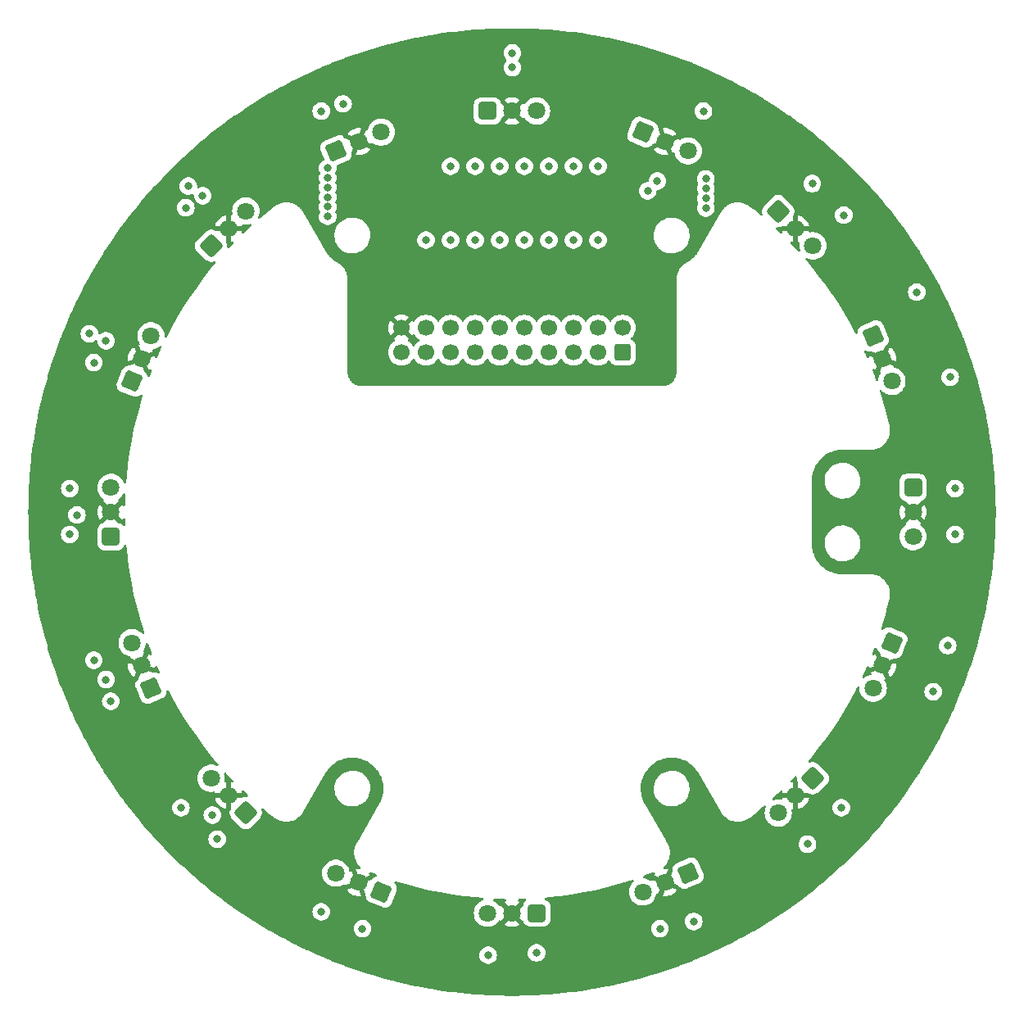
<source format=gbr>
%TF.GenerationSoftware,KiCad,Pcbnew,7.0.6*%
%TF.CreationDate,2023-12-16T12:44:14+09:00*%
%TF.ProjectId,BallSensor_TSSP58038_20230330,42616c6c-5365-46e7-936f-725f54535350,rev?*%
%TF.SameCoordinates,Original*%
%TF.FileFunction,Copper,L3,Inr*%
%TF.FilePolarity,Positive*%
%FSLAX46Y46*%
G04 Gerber Fmt 4.6, Leading zero omitted, Abs format (unit mm)*
G04 Created by KiCad (PCBNEW 7.0.6) date 2023-12-16 12:44:14*
%MOMM*%
%LPD*%
G01*
G04 APERTURE LIST*
G04 Aperture macros list*
%AMRoundRect*
0 Rectangle with rounded corners*
0 $1 Rounding radius*
0 $2 $3 $4 $5 $6 $7 $8 $9 X,Y pos of 4 corners*
0 Add a 4 corners polygon primitive as box body*
4,1,4,$2,$3,$4,$5,$6,$7,$8,$9,$2,$3,0*
0 Add four circle primitives for the rounded corners*
1,1,$1+$1,$2,$3*
1,1,$1+$1,$4,$5*
1,1,$1+$1,$6,$7*
1,1,$1+$1,$8,$9*
0 Add four rect primitives between the rounded corners*
20,1,$1+$1,$2,$3,$4,$5,0*
20,1,$1+$1,$4,$5,$6,$7,0*
20,1,$1+$1,$6,$7,$8,$9,0*
20,1,$1+$1,$8,$9,$2,$3,0*%
G04 Aperture macros list end*
%TA.AperFunction,ComponentPad*%
%ADD10RoundRect,0.250200X0.849005X0.351669X-0.351669X0.849005X-0.849005X-0.351669X0.351669X-0.849005X0*%
%TD*%
%TA.AperFunction,ComponentPad*%
%ADD11C,1.800000*%
%TD*%
%TA.AperFunction,ComponentPad*%
%ADD12RoundRect,0.250200X-0.849005X-0.351669X0.351669X-0.849005X0.849005X0.351669X-0.351669X0.849005X0*%
%TD*%
%TA.AperFunction,ComponentPad*%
%ADD13RoundRect,0.250200X-0.918956X0.000000X0.000000X-0.918956X0.918956X0.000000X0.000000X0.918956X0*%
%TD*%
%TA.AperFunction,ComponentPad*%
%ADD14RoundRect,0.250000X0.600000X-0.600000X0.600000X0.600000X-0.600000X0.600000X-0.600000X-0.600000X0*%
%TD*%
%TA.AperFunction,ComponentPad*%
%ADD15C,1.700000*%
%TD*%
%TA.AperFunction,ComponentPad*%
%ADD16RoundRect,0.250200X-0.649800X-0.649800X0.649800X-0.649800X0.649800X0.649800X-0.649800X0.649800X0*%
%TD*%
%TA.AperFunction,ComponentPad*%
%ADD17RoundRect,0.250200X-0.351669X0.849005X-0.849005X-0.351669X0.351669X-0.849005X0.849005X0.351669X0*%
%TD*%
%TA.AperFunction,ComponentPad*%
%ADD18RoundRect,0.250200X0.918956X0.000000X0.000000X0.918956X-0.918956X0.000000X0.000000X-0.918956X0*%
%TD*%
%TA.AperFunction,ComponentPad*%
%ADD19RoundRect,0.250200X0.649800X-0.649800X0.649800X0.649800X-0.649800X0.649800X-0.649800X-0.649800X0*%
%TD*%
%TA.AperFunction,ComponentPad*%
%ADD20RoundRect,0.250200X0.351669X0.849005X-0.849005X0.351669X-0.351669X-0.849005X0.849005X-0.351669X0*%
%TD*%
%TA.AperFunction,ComponentPad*%
%ADD21RoundRect,0.250200X0.000000X-0.918956X0.918956X0.000000X0.000000X0.918956X-0.918956X0.000000X0*%
%TD*%
%TA.AperFunction,ComponentPad*%
%ADD22RoundRect,0.250200X-0.649800X0.649800X-0.649800X-0.649800X0.649800X-0.649800X0.649800X0.649800X0*%
%TD*%
%TA.AperFunction,ComponentPad*%
%ADD23RoundRect,0.250200X0.351669X-0.849005X0.849005X0.351669X-0.351669X0.849005X-0.849005X-0.351669X0*%
%TD*%
%TA.AperFunction,ComponentPad*%
%ADD24RoundRect,0.250200X-0.351669X-0.849005X0.849005X-0.351669X0.351669X0.849005X-0.849005X0.351669X0*%
%TD*%
%TA.AperFunction,ComponentPad*%
%ADD25RoundRect,0.250200X-0.849005X0.351669X-0.351669X-0.849005X0.849005X-0.351669X0.351669X0.849005X0*%
%TD*%
%TA.AperFunction,ComponentPad*%
%ADD26RoundRect,0.250200X0.849005X-0.351669X0.351669X0.849005X-0.849005X0.351669X-0.351669X-0.849005X0*%
%TD*%
%TA.AperFunction,ComponentPad*%
%ADD27RoundRect,0.250200X0.000000X0.918956X-0.918956X0.000000X0.000000X-0.918956X0.918956X0.000000X0*%
%TD*%
%TA.AperFunction,ComponentPad*%
%ADD28RoundRect,0.250200X0.649800X0.649800X-0.649800X0.649800X-0.649800X-0.649800X0.649800X-0.649800X0*%
%TD*%
%TA.AperFunction,ViaPad*%
%ADD29C,0.800000*%
%TD*%
G04 APERTURE END LIST*
D10*
%TO.N,sig8*%
%TO.C,U8*%
X87449425Y-138952822D03*
D11*
%TO.N,GND*%
X85102771Y-137980806D03*
%TO.N,+5V*%
X82756117Y-137008790D03*
%TD*%
D12*
%TO.N,sig16*%
%TO.C,U16*%
X114480574Y-60419177D03*
D11*
%TO.N,GND*%
X116827228Y-61391193D03*
%TO.N,+5V*%
X119173882Y-62363209D03*
%TD*%
D13*
%TO.N,sig15*%
%TO.C,U15*%
X128478525Y-68580372D03*
D11*
%TO.N,GND*%
X130274576Y-70376423D03*
%TO.N,+5V*%
X132070627Y-72172474D03*
%TD*%
D14*
%TO.N,sig1-LPF*%
%TO.C,J1*%
X112395000Y-83185000D03*
D15*
%TO.N,sig2-LPF*%
X112395000Y-80645000D03*
%TO.N,sig3-LPF*%
X109855000Y-83185000D03*
%TO.N,sig4-LPF*%
X109855000Y-80645000D03*
%TO.N,sig5-LPF*%
X107315000Y-83185000D03*
%TO.N,sig6-LPF*%
X107315000Y-80645000D03*
%TO.N,sig7-LPF*%
X104775000Y-83185000D03*
%TO.N,sig8-LPF*%
X104775000Y-80645000D03*
%TO.N,sig9-LPF*%
X102235000Y-83185000D03*
%TO.N,sig10-LPF*%
X102235000Y-80645000D03*
%TO.N,sig11-LPF*%
X99695000Y-83185000D03*
%TO.N,sig12-LPF*%
X99695000Y-80645000D03*
%TO.N,sig13-LPF*%
X97155000Y-83185000D03*
%TO.N,sig14-LPF*%
X97155000Y-80645000D03*
%TO.N,sig15-LPF*%
X94615000Y-83185000D03*
%TO.N,sig16-LPF*%
X94615000Y-80645000D03*
%TO.N,sig_NeoPixel*%
X92075000Y-83185000D03*
%TO.N,+5V*%
X92075000Y-80645000D03*
X89535000Y-83185000D03*
%TO.N,GND*%
X89535000Y-80645000D03*
%TD*%
D16*
%TO.N,sig1*%
%TO.C,U1*%
X98425000Y-58236000D03*
D11*
%TO.N,GND*%
X100965000Y-58236000D03*
%TO.N,+5V*%
X103505000Y-58236000D03*
%TD*%
D17*
%TO.N,sig12*%
%TO.C,U12*%
X140231822Y-113201574D03*
D11*
%TO.N,GND*%
X139259806Y-115548228D03*
%TO.N,+5V*%
X138287790Y-117894882D03*
%TD*%
D18*
%TO.N,sig7*%
%TO.C,U7*%
X73451474Y-130791627D03*
D11*
%TO.N,GND*%
X71655423Y-128995576D03*
%TO.N,+5V*%
X69859372Y-127199525D03*
%TD*%
D19*
%TO.N,sig5*%
%TO.C,U5*%
X59515000Y-102226000D03*
D11*
%TO.N,GND*%
X59515000Y-99686000D03*
%TO.N,+5V*%
X59515000Y-97146000D03*
%TD*%
D20*
%TO.N,sig10*%
%TO.C,U10*%
X119173882Y-137008790D03*
D11*
%TO.N,GND*%
X116827228Y-137980806D03*
%TO.N,+5V*%
X114480574Y-138952822D03*
%TD*%
D21*
%TO.N,sig3*%
%TO.C,U3*%
X69859372Y-72172474D03*
D11*
%TO.N,GND*%
X71655423Y-70376423D03*
%TO.N,+5V*%
X73451474Y-68580372D03*
%TD*%
D22*
%TO.N,sig13*%
%TO.C,U13*%
X142415000Y-97146000D03*
D11*
%TO.N,GND*%
X142415000Y-99686000D03*
%TO.N,+5V*%
X142415000Y-102226000D03*
%TD*%
D23*
%TO.N,sig4*%
%TO.C,U4*%
X61698177Y-86170425D03*
D11*
%TO.N,GND*%
X62670193Y-83823771D03*
%TO.N,+5V*%
X63642209Y-81477117D03*
%TD*%
D24*
%TO.N,sig2*%
%TO.C,U2*%
X82756117Y-62363209D03*
D11*
%TO.N,GND*%
X85102771Y-61391193D03*
%TO.N,+5V*%
X87449425Y-60419177D03*
%TD*%
D25*
%TO.N,sig14*%
%TO.C,U14*%
X138287790Y-81477117D03*
D11*
%TO.N,GND*%
X139259806Y-83823771D03*
%TO.N,+5V*%
X140231822Y-86170425D03*
%TD*%
D26*
%TO.N,sig6*%
%TO.C,U6*%
X63642209Y-117894882D03*
D11*
%TO.N,GND*%
X62670193Y-115548228D03*
%TO.N,+5V*%
X61698177Y-113201574D03*
%TD*%
D27*
%TO.N,sig11*%
%TO.C,U11*%
X132070627Y-127199525D03*
D11*
%TO.N,GND*%
X130274576Y-128995576D03*
%TO.N,+5V*%
X128478525Y-130791627D03*
%TD*%
D28*
%TO.N,sig9*%
%TO.C,U9*%
X103505000Y-141136000D03*
D11*
%TO.N,GND*%
X100965000Y-141136000D03*
%TO.N,+5V*%
X98425000Y-141136000D03*
%TD*%
D29*
%TO.N,GND*%
X92075000Y-76975000D03*
X99695000Y-76975000D03*
X109855000Y-69355000D03*
X104775000Y-69355000D03*
X102235000Y-69355000D03*
X104775000Y-76975000D03*
X107315000Y-76975000D03*
X107315000Y-69355000D03*
X94615000Y-76975000D03*
X102235000Y-76975000D03*
X99695000Y-69355000D03*
X92075000Y-69355000D03*
X109855000Y-76975000D03*
X94615000Y-69355000D03*
X97155000Y-76975000D03*
X97155000Y-69355000D03*
%TO.N,Net-(D2-DOUT)*%
X83500000Y-57500000D03*
X101000000Y-53750000D03*
%TO.N,sig_NeoPixel*%
X101000000Y-52250000D03*
%TO.N,Net-(D3-DOUT)*%
X67500000Y-66000000D03*
X81250000Y-58250000D03*
%TO.N,Net-(D4-DOUT)*%
X67250000Y-68250000D03*
X57288841Y-81250000D03*
%TO.N,Net-(D5-DOUT)*%
X57750000Y-84250000D03*
X55250000Y-97250000D03*
%TO.N,Net-(D6-DOUT)*%
X55250000Y-102000000D03*
X57750000Y-115000000D03*
%TO.N,Net-(D7-DOUT)*%
X66750000Y-130250000D03*
X59500000Y-119250000D03*
%TO.N,Net-(D8-DOUT)*%
X70500000Y-133500000D03*
X81250000Y-141000000D03*
%TO.N,Net-(D10-DIN)*%
X98500000Y-145500000D03*
X85500000Y-142750000D03*
%TO.N,Net-(D10-DOUT)*%
X103500000Y-145250000D03*
X116250000Y-142750000D03*
%TO.N,Net-(D11-DOUT)*%
X119750000Y-142000000D03*
X131500000Y-134000000D03*
%TO.N,Net-(D12-DOUT)*%
X135000000Y-130250000D03*
X144500000Y-118250000D03*
%TO.N,Net-(D13-DOUT)*%
X146750000Y-102000000D03*
X146000000Y-113500000D03*
%TO.N,Net-(D14-DOUT)*%
X146250000Y-85750000D03*
X146750000Y-97250000D03*
%TO.N,Net-(D15-DOUT)*%
X142793571Y-76956428D03*
X135250000Y-69000000D03*
%TO.N,Net-(D16-DOUT)*%
X120750000Y-58250000D03*
X132000000Y-65750000D03*
%TO.N,sig1*%
X109855000Y-71580500D03*
%TO.N,sig2*%
X109855000Y-63960500D03*
%TO.N,sig3*%
X81915000Y-64135000D03*
X69000000Y-67000000D03*
X107315000Y-71580500D03*
%TO.N,sig4*%
X59000000Y-82000000D03*
X81915000Y-65134503D03*
X107315000Y-63960500D03*
%TO.N,sig5*%
X56000000Y-100000000D03*
X81915000Y-66134006D03*
X104775000Y-71580500D03*
%TO.N,sig6*%
X104775000Y-63960500D03*
X81915000Y-67133509D03*
X59000000Y-117000000D03*
%TO.N,sig7*%
X70000000Y-131000000D03*
X81915000Y-68133012D03*
X102235000Y-71580500D03*
%TO.N,sig8*%
X102235000Y-63960500D03*
X81915000Y-69132515D03*
%TO.N,sig9*%
X115989908Y-65489908D03*
X99695000Y-71580500D03*
%TO.N,sig10*%
X99695000Y-63960500D03*
X114989908Y-66489908D03*
%TO.N,sig11*%
X121000000Y-65250497D03*
X97155000Y-71580500D03*
%TO.N,sig12*%
X97155000Y-63960500D03*
X121000000Y-66250000D03*
%TO.N,sig13*%
X121000000Y-67275997D03*
X94615000Y-71580500D03*
%TO.N,sig14*%
X94615000Y-63960500D03*
X121000000Y-68275500D03*
%TO.N,sig15*%
X92075000Y-71580500D03*
%TD*%
%TA.AperFunction,Conductor*%
%TO.N,GND*%
G36*
X99728790Y-139672186D02*
G01*
X100226455Y-139679877D01*
X100293182Y-139700595D01*
X100338116Y-139754099D01*
X100346990Y-139823403D01*
X100316986Y-139886503D01*
X100283557Y-139912916D01*
X100196648Y-139959949D01*
X100166200Y-139983646D01*
X100166200Y-139983647D01*
X100876768Y-140694215D01*
X100830862Y-140701135D01*
X100708643Y-140759993D01*
X100609202Y-140852260D01*
X100541375Y-140969740D01*
X100523500Y-141048053D01*
X99813812Y-140338365D01*
X99803885Y-140353560D01*
X99750738Y-140398916D01*
X99681507Y-140408340D01*
X99618171Y-140378838D01*
X99596267Y-140353559D01*
X99540313Y-140267915D01*
X99382223Y-140096185D01*
X99382222Y-140096184D01*
X99382220Y-140096182D01*
X99198017Y-139952810D01*
X99082479Y-139890284D01*
X99057910Y-139876988D01*
X99008320Y-139827768D01*
X98993212Y-139759552D01*
X99017382Y-139693996D01*
X99073158Y-139651915D01*
X99122670Y-139644066D01*
X99728790Y-139672186D01*
G37*
%TD.AperFunction*%
%TA.AperFunction,Conductor*%
G36*
X102364253Y-139684328D02*
G01*
X102412406Y-139734954D01*
X102425544Y-139803578D01*
X102399496Y-139868410D01*
X102386275Y-139881649D01*
X102386531Y-139881905D01*
X102256013Y-140012422D01*
X102162904Y-140163374D01*
X102162902Y-140163379D01*
X102108577Y-140327322D01*
X102078552Y-140375999D01*
X101409449Y-141045102D01*
X101408673Y-141034735D01*
X101359113Y-140908459D01*
X101274535Y-140802401D01*
X101162453Y-140725984D01*
X101054700Y-140692747D01*
X101763799Y-139983648D01*
X101763799Y-139983647D01*
X101733347Y-139959947D01*
X101733343Y-139959944D01*
X101646443Y-139912916D01*
X101596853Y-139863697D01*
X101581745Y-139795480D01*
X101605916Y-139729925D01*
X101661692Y-139687844D01*
X101703544Y-139679877D01*
X102201210Y-139672186D01*
X102296373Y-139667771D01*
X102364253Y-139684328D01*
G37*
%TD.AperFunction*%
%TA.AperFunction,Conductor*%
G36*
X86355594Y-136926506D02*
G01*
X86465916Y-136971384D01*
X86465917Y-136971385D01*
X86900762Y-137132792D01*
X86956762Y-137174575D01*
X86981282Y-137240001D01*
X86966538Y-137308297D01*
X86917211Y-137357780D01*
X86891453Y-137368335D01*
X86889346Y-137368932D01*
X86725481Y-137436807D01*
X86581695Y-137540637D01*
X86468766Y-137671313D01*
X86422399Y-137704795D01*
X85544326Y-138068505D01*
X85556581Y-138014814D01*
X85546444Y-137879541D01*
X85496884Y-137753265D01*
X85412306Y-137647207D01*
X85352804Y-137606639D01*
X86279768Y-137222678D01*
X86211352Y-137117957D01*
X86211017Y-137117527D01*
X86210934Y-137117318D01*
X86208549Y-137113667D01*
X86209300Y-137113176D01*
X86185376Y-137052533D01*
X86198944Y-136983993D01*
X86247413Y-136933669D01*
X86315395Y-136917539D01*
X86355594Y-136926506D01*
G37*
%TD.AperFunction*%
%TA.AperFunction,Conductor*%
G36*
X115706197Y-136951150D02*
G01*
X115741467Y-137011464D01*
X115738531Y-137081271D01*
X115721166Y-137113482D01*
X115721450Y-137113668D01*
X115719256Y-137117026D01*
X115718993Y-137117514D01*
X115718645Y-137117960D01*
X115650229Y-137222678D01*
X116571739Y-137604380D01*
X116570871Y-137604799D01*
X116471430Y-137697066D01*
X116403603Y-137814546D01*
X116373418Y-137946798D01*
X116382438Y-138067166D01*
X115458121Y-137684301D01*
X115458120Y-137684301D01*
X115452987Y-137704574D01*
X115417448Y-137764730D01*
X115355028Y-137796123D01*
X115285545Y-137788786D01*
X115256625Y-137771993D01*
X115253595Y-137769635D01*
X115253585Y-137769628D01*
X115048307Y-137658538D01*
X115048304Y-137658537D01*
X115048301Y-137658535D01*
X115048295Y-137658533D01*
X115048293Y-137658532D01*
X114827528Y-137582742D01*
X114658365Y-137554514D01*
X114597286Y-137544322D01*
X114597285Y-137544322D01*
X114592227Y-137543478D01*
X114592488Y-137541912D01*
X114533941Y-137519306D01*
X114492715Y-137462895D01*
X114488532Y-137393151D01*
X114522719Y-137332216D01*
X114566234Y-137304650D01*
X114759071Y-137233072D01*
X114761331Y-137232914D01*
X114801501Y-137217323D01*
X115464083Y-136971385D01*
X115574404Y-136926506D01*
X115643917Y-136919479D01*
X115706197Y-136951150D01*
G37*
%TD.AperFunction*%
%TA.AperFunction,Conductor*%
G36*
X128850591Y-128468223D02*
G01*
X128906305Y-128510386D01*
X128930379Y-128575978D01*
X128926856Y-128614616D01*
X128893693Y-128745576D01*
X129899298Y-128745576D01*
X129850951Y-128829316D01*
X129820766Y-128961568D01*
X129830903Y-129096841D01*
X129880463Y-129223117D01*
X129898373Y-129245576D01*
X128893692Y-129245576D01*
X128896638Y-129257209D01*
X128894012Y-129327030D01*
X128854055Y-129384347D01*
X128789454Y-129410962D01*
X128756023Y-129409957D01*
X128595237Y-129383127D01*
X128361813Y-129383127D01*
X128328888Y-129388621D01*
X128131574Y-129421546D01*
X128045447Y-129451114D01*
X127975649Y-129454263D01*
X127915228Y-129419176D01*
X127883367Y-129356994D01*
X127890183Y-129287457D01*
X127920629Y-129243133D01*
X128405529Y-128791104D01*
X128676792Y-128538230D01*
X128719429Y-128496037D01*
X128780927Y-128462873D01*
X128850591Y-128468223D01*
G37*
%TD.AperFunction*%
%TA.AperFunction,Conductor*%
G36*
X73179063Y-128473404D02*
G01*
X73208182Y-128493742D01*
X73497956Y-128765544D01*
X73498860Y-128767080D01*
X73525198Y-128791095D01*
X73586965Y-128849032D01*
X73642025Y-128900677D01*
X73677454Y-128960898D01*
X73674701Y-129030713D01*
X73634641Y-129087957D01*
X73569991Y-129114456D01*
X73542803Y-129114280D01*
X73540158Y-129113971D01*
X73540154Y-129113971D01*
X73362794Y-129113971D01*
X73190216Y-129154873D01*
X73190212Y-129154874D01*
X73035874Y-129232386D01*
X72980223Y-129245576D01*
X72030701Y-129245576D01*
X72079048Y-129161836D01*
X72109233Y-129029584D01*
X72099096Y-128894311D01*
X72049536Y-128768035D01*
X72031626Y-128745576D01*
X73036306Y-128745576D01*
X73003144Y-128614623D01*
X73005769Y-128544803D01*
X73045725Y-128487485D01*
X73110327Y-128460869D01*
X73179063Y-128473404D01*
G37*
%TD.AperFunction*%
%TA.AperFunction,Conductor*%
G36*
X71378385Y-126624456D02*
G01*
X71415496Y-126653019D01*
X71429878Y-126669256D01*
X71743091Y-127001648D01*
X71743206Y-127001875D01*
X71747079Y-127005880D01*
X72156359Y-127440221D01*
X72188008Y-127502511D01*
X72180957Y-127572024D01*
X72137443Y-127626690D01*
X72071283Y-127649152D01*
X72025851Y-127642542D01*
X72000281Y-127633763D01*
X71905423Y-127617935D01*
X71905423Y-128621386D01*
X71852876Y-128585560D01*
X71723250Y-128545576D01*
X71621699Y-128545576D01*
X71521285Y-128560711D01*
X71405423Y-128616507D01*
X71405423Y-127617935D01*
X71405422Y-127617934D01*
X71384800Y-127621376D01*
X71315435Y-127612994D01*
X71261613Y-127568441D01*
X71240423Y-127501862D01*
X71244185Y-127468629D01*
X71253423Y-127432151D01*
X71263854Y-127306265D01*
X71272699Y-127199530D01*
X71272699Y-127199519D01*
X71254437Y-126979134D01*
X71253423Y-126966899D01*
X71202466Y-126765674D01*
X71205091Y-126695856D01*
X71245047Y-126638539D01*
X71309648Y-126611922D01*
X71378385Y-126624456D01*
G37*
%TD.AperFunction*%
%TA.AperFunction,Conductor*%
G36*
X130310287Y-126979134D02*
G01*
X130367233Y-127019618D01*
X130393250Y-127084463D01*
X130392984Y-127110729D01*
X130392971Y-127110840D01*
X130392971Y-127110844D01*
X130392971Y-127110845D01*
X130392971Y-127288205D01*
X130433873Y-127460783D01*
X130509731Y-127611830D01*
X130511386Y-127615124D01*
X130524575Y-127670775D01*
X130524575Y-128621385D01*
X130472029Y-128585560D01*
X130342403Y-128545576D01*
X130240852Y-128545576D01*
X130140438Y-128560711D01*
X130024576Y-128616507D01*
X130024576Y-127617935D01*
X130024575Y-127617935D01*
X129929715Y-127633764D01*
X129900575Y-127643768D01*
X129830777Y-127646917D01*
X129770356Y-127611830D01*
X129738496Y-127549647D01*
X129745313Y-127480110D01*
X129770502Y-127440988D01*
X130180013Y-127010843D01*
X130240494Y-126975863D01*
X130310287Y-126979134D01*
G37*
%TD.AperFunction*%
%TA.AperFunction,Conductor*%
G36*
X138805996Y-115514220D02*
G01*
X138816133Y-115649493D01*
X138865693Y-115775769D01*
X138950271Y-115881827D01*
X139009768Y-115922392D01*
X138082807Y-116306354D01*
X138093731Y-116323075D01*
X138113919Y-116389965D01*
X138094738Y-116457150D01*
X138042279Y-116503300D01*
X138010333Y-116513205D01*
X137940834Y-116524802D01*
X137720070Y-116600592D01*
X137720056Y-116600598D01*
X137514778Y-116711688D01*
X137514769Y-116711694D01*
X137367089Y-116826639D01*
X137302095Y-116852282D01*
X137233555Y-116838716D01*
X137183231Y-116790247D01*
X137167099Y-116722265D01*
X137178361Y-116676777D01*
X137206032Y-116616889D01*
X137527124Y-115921936D01*
X137631271Y-115677648D01*
X137675670Y-115623700D01*
X137742187Y-115602319D01*
X137809705Y-115620294D01*
X137856787Y-115671919D01*
X137868913Y-115716039D01*
X137874167Y-115779446D01*
X137890699Y-115844731D01*
X138818251Y-115460525D01*
X138805996Y-115514220D01*
G37*
%TD.AperFunction*%
%TA.AperFunction,Conductor*%
G36*
X64039298Y-115844732D02*
G01*
X64039299Y-115844731D01*
X64055829Y-115779458D01*
X64055830Y-115779452D01*
X64061227Y-115714316D01*
X64086380Y-115649130D01*
X64142782Y-115607892D01*
X64212525Y-115603692D01*
X64273467Y-115637866D01*
X64298208Y-115674399D01*
X64539610Y-116220224D01*
X64548723Y-116289497D01*
X64518938Y-116352700D01*
X64459712Y-116389767D01*
X64389847Y-116388929D01*
X64370086Y-116380496D01*
X64202289Y-116310993D01*
X64202288Y-116310992D01*
X64027200Y-116282739D01*
X64027195Y-116282738D01*
X63854943Y-116295288D01*
X63798480Y-116286177D01*
X62925683Y-115924652D01*
X62926550Y-115924235D01*
X63025991Y-115831968D01*
X63093818Y-115714488D01*
X63124003Y-115582236D01*
X63114982Y-115461866D01*
X64039298Y-115844732D01*
G37*
%TD.AperFunction*%
%TA.AperFunction,Conductor*%
G36*
X138590827Y-113691188D02*
G01*
X138639426Y-113741386D01*
X138644901Y-113755094D01*
X138645170Y-113754983D01*
X138715807Y-113925517D01*
X138796270Y-114036944D01*
X138819637Y-114069303D01*
X138946417Y-114178866D01*
X138950314Y-114182233D01*
X138983796Y-114228600D01*
X139346407Y-115104018D01*
X139327633Y-115098228D01*
X139226082Y-115098228D01*
X139125668Y-115113363D01*
X139003449Y-115172221D01*
X138904008Y-115264488D01*
X138885184Y-115297091D01*
X138500127Y-114367483D01*
X138500126Y-114367482D01*
X138491459Y-114372174D01*
X138388285Y-114452478D01*
X138323291Y-114478120D01*
X138254751Y-114464553D01*
X138204426Y-114416085D01*
X138188295Y-114348103D01*
X138196658Y-114309416D01*
X138246454Y-114182233D01*
X138303338Y-114036944D01*
X138414182Y-113753836D01*
X138456952Y-113698588D01*
X138522803Y-113675233D01*
X138590827Y-113691188D01*
G37*
%TD.AperFunction*%
%TA.AperFunction,Conductor*%
G36*
X63314855Y-113232405D02*
G01*
X63342471Y-113276024D01*
X63669026Y-114157694D01*
X63728760Y-114304868D01*
X63735732Y-114374388D01*
X63704012Y-114436643D01*
X63643670Y-114471865D01*
X63573865Y-114468873D01*
X63537700Y-114449354D01*
X63438544Y-114372177D01*
X63429871Y-114367483D01*
X63045044Y-115296533D01*
X62979728Y-115214629D01*
X62867646Y-115138212D01*
X62738020Y-115098228D01*
X62636469Y-115098228D01*
X62582627Y-115106343D01*
X62966996Y-114178396D01*
X62966997Y-114178396D01*
X62951729Y-114175849D01*
X62888844Y-114145399D01*
X62852405Y-114085784D01*
X62853980Y-114015932D01*
X62868327Y-113985723D01*
X62941161Y-113874243D01*
X63034926Y-113660481D01*
X63092228Y-113434200D01*
X63102615Y-113308852D01*
X63127768Y-113243667D01*
X63184170Y-113202429D01*
X63253913Y-113198231D01*
X63314855Y-113232405D01*
G37*
%TD.AperFunction*%
%TA.AperFunction,Conductor*%
G36*
X60666186Y-100483634D02*
G01*
X60743456Y-100365365D01*
X60796603Y-100320008D01*
X60865834Y-100310584D01*
X60929170Y-100340086D01*
X60966501Y-100399146D01*
X60971250Y-100431274D01*
X60978785Y-100919762D01*
X60983309Y-101017486D01*
X60966746Y-101085364D01*
X60916115Y-101133512D01*
X60847490Y-101146644D01*
X60782660Y-101120589D01*
X60769339Y-101107286D01*
X60769095Y-101107531D01*
X60638577Y-100977013D01*
X60638576Y-100977012D01*
X60487623Y-100883903D01*
X60323675Y-100829576D01*
X60274999Y-100799552D01*
X59603231Y-100127784D01*
X59649138Y-100120865D01*
X59771357Y-100062007D01*
X59870798Y-99969740D01*
X59938625Y-99852260D01*
X59956499Y-99773946D01*
X60666186Y-100483634D01*
G37*
%TD.AperFunction*%
%TA.AperFunction,Conductor*%
G36*
X60948337Y-97737321D02*
G01*
X60994882Y-97789430D01*
X61006743Y-97848369D01*
X60978785Y-98452238D01*
X60971250Y-98940725D01*
X60950534Y-99007453D01*
X60897031Y-99052388D01*
X60827727Y-99061264D01*
X60764627Y-99031262D01*
X60743456Y-99006634D01*
X60666186Y-98888364D01*
X59959449Y-99595101D01*
X59958673Y-99584735D01*
X59909113Y-99458459D01*
X59824535Y-99352401D01*
X59712453Y-99275984D01*
X59604700Y-99242747D01*
X60313799Y-98533648D01*
X60313798Y-98533647D01*
X60295288Y-98519240D01*
X60254473Y-98462531D01*
X60250798Y-98392758D01*
X60285428Y-98332074D01*
X60295286Y-98323532D01*
X60472220Y-98185818D01*
X60630314Y-98014083D01*
X60757984Y-97818669D01*
X60769319Y-97792826D01*
X60814273Y-97739340D01*
X60881009Y-97718648D01*
X60948337Y-97737321D01*
G37*
%TD.AperFunction*%
%TA.AperFunction,Conductor*%
G36*
X138950271Y-84157370D02*
G01*
X139062353Y-84233787D01*
X139191979Y-84273771D01*
X139293530Y-84273771D01*
X139347368Y-84265656D01*
X138963001Y-85193600D01*
X138978269Y-85196148D01*
X139041155Y-85226598D01*
X139077594Y-85286213D01*
X139076019Y-85356065D01*
X139061669Y-85386278D01*
X138988837Y-85497756D01*
X138895073Y-85711517D01*
X138837770Y-85937802D01*
X138827167Y-86065755D01*
X138802014Y-86130939D01*
X138745611Y-86172177D01*
X138675868Y-86176375D01*
X138614926Y-86142201D01*
X138586830Y-86097261D01*
X138429838Y-85658147D01*
X138196660Y-85062584D01*
X138190549Y-84992983D01*
X138223038Y-84931126D01*
X138283811Y-84896653D01*
X138353574Y-84900509D01*
X138388289Y-84919524D01*
X138491451Y-84999818D01*
X138500127Y-85004514D01*
X138884953Y-84075463D01*
X138950271Y-84157370D01*
G37*
%TD.AperFunction*%
%TA.AperFunction,Conductor*%
G36*
X63429871Y-85004514D02*
G01*
X63438547Y-84999819D01*
X63537701Y-84922644D01*
X63602695Y-84897001D01*
X63671235Y-84910567D01*
X63721560Y-84959035D01*
X63737692Y-85027017D01*
X63728761Y-85067131D01*
X63669026Y-85214307D01*
X63518195Y-85621535D01*
X63476452Y-85677564D01*
X63411043Y-85702131D01*
X63342737Y-85687435D01*
X63293219Y-85638142D01*
X63282619Y-85612297D01*
X63282065Y-85610348D01*
X63282065Y-85610343D01*
X63214193Y-85446484D01*
X63110362Y-85302696D01*
X63110361Y-85302695D01*
X62979683Y-85189763D01*
X62946201Y-85143396D01*
X62583590Y-84267979D01*
X62602366Y-84273771D01*
X62703917Y-84273771D01*
X62804331Y-84258636D01*
X62926550Y-84199778D01*
X63025991Y-84107511D01*
X63044814Y-84074908D01*
X63429871Y-85004514D01*
G37*
%TD.AperFunction*%
%TA.AperFunction,Conductor*%
G36*
X64695049Y-82534367D02*
G01*
X64745374Y-82582835D01*
X64761506Y-82650817D01*
X64749481Y-82697925D01*
X64632161Y-82942512D01*
X64298208Y-83697600D01*
X64253089Y-83750949D01*
X64186291Y-83771436D01*
X64119020Y-83752557D01*
X64072635Y-83700305D01*
X64061227Y-83657683D01*
X64055830Y-83592546D01*
X64055830Y-83592545D01*
X64039299Y-83527266D01*
X63111748Y-83911469D01*
X63124003Y-83857779D01*
X63113866Y-83722506D01*
X63064306Y-83596230D01*
X62979728Y-83490172D01*
X62920226Y-83449604D01*
X63847190Y-83065643D01*
X63836267Y-83048923D01*
X63816079Y-82982033D01*
X63835260Y-82914848D01*
X63887719Y-82868698D01*
X63919664Y-82858793D01*
X63989160Y-82847197D01*
X64209936Y-82771404D01*
X64415226Y-82660307D01*
X64561517Y-82546443D01*
X64626509Y-82520801D01*
X64695049Y-82534367D01*
G37*
%TD.AperFunction*%
%TA.AperFunction,Conductor*%
G36*
X137562796Y-82992544D02*
G01*
X137563844Y-82993129D01*
X137563849Y-82993133D01*
X137727708Y-83061005D01*
X137727709Y-83061005D01*
X137727710Y-83061006D01*
X137842637Y-83079551D01*
X137902802Y-83089260D01*
X138075058Y-83076710D01*
X138131519Y-83085821D01*
X139004317Y-83447345D01*
X139003449Y-83447764D01*
X138904008Y-83540031D01*
X138836181Y-83657511D01*
X138805996Y-83789763D01*
X138815016Y-83910131D01*
X137890699Y-83527266D01*
X137890698Y-83527266D01*
X137874168Y-83592546D01*
X137874167Y-83592554D01*
X137868913Y-83655956D01*
X137843760Y-83721141D01*
X137787357Y-83762378D01*
X137717614Y-83766576D01*
X137656672Y-83732402D01*
X137631271Y-83694345D01*
X137527126Y-83450063D01*
X137508325Y-83409371D01*
X137389792Y-83152827D01*
X137379544Y-83083714D01*
X137408288Y-83020031D01*
X137466899Y-82981997D01*
X137536768Y-82981689D01*
X137562796Y-82992544D01*
G37*
%TD.AperFunction*%
%TA.AperFunction,Conductor*%
G36*
X130077123Y-70786439D02*
G01*
X130206749Y-70826423D01*
X130308300Y-70826423D01*
X130408714Y-70811288D01*
X130524576Y-70755491D01*
X130524576Y-71754063D01*
X130545198Y-71750622D01*
X130614563Y-71759004D01*
X130668385Y-71803557D01*
X130689575Y-71870136D01*
X130685813Y-71903370D01*
X130676575Y-71939849D01*
X130657300Y-72172468D01*
X130657300Y-72172479D01*
X130676575Y-72405096D01*
X130729066Y-72612379D01*
X130726441Y-72682199D01*
X130686484Y-72739517D01*
X130621883Y-72766133D01*
X130553147Y-72753598D01*
X130516542Y-72725604D01*
X130347211Y-72536775D01*
X129770510Y-71931015D01*
X129738542Y-71868887D01*
X129745237Y-71799339D01*
X129788470Y-71744451D01*
X129854514Y-71721650D01*
X129900583Y-71728233D01*
X129929717Y-71738235D01*
X130024575Y-71754063D01*
X130024576Y-71754062D01*
X130024576Y-70750612D01*
X130077123Y-70786439D01*
G37*
%TD.AperFunction*%
%TA.AperFunction,Conductor*%
G36*
X71457970Y-70786439D02*
G01*
X71587596Y-70826423D01*
X71689147Y-70826423D01*
X71789561Y-70811288D01*
X71905423Y-70755491D01*
X71905423Y-71754063D01*
X72000281Y-71738235D01*
X72025850Y-71729457D01*
X72095648Y-71726307D01*
X72156070Y-71761392D01*
X72187931Y-71823574D01*
X72181116Y-71893111D01*
X72156360Y-71931777D01*
X71750172Y-72362836D01*
X71689870Y-72398127D01*
X71620061Y-72395214D01*
X71562909Y-72355022D01*
X71536559Y-72290312D01*
X71536766Y-72263391D01*
X71537028Y-72261151D01*
X71537028Y-72083795D01*
X71537028Y-72083794D01*
X71496126Y-71911216D01*
X71439939Y-71799339D01*
X71418612Y-71756872D01*
X71405423Y-71701221D01*
X71405423Y-70750612D01*
X71457970Y-70786439D01*
G37*
%TD.AperFunction*%
%TA.AperFunction,Conductor*%
G36*
X129850951Y-70210163D02*
G01*
X129820766Y-70342415D01*
X129830903Y-70477688D01*
X129880463Y-70603964D01*
X129898373Y-70626423D01*
X128893693Y-70626423D01*
X128926855Y-70757379D01*
X128924229Y-70827200D01*
X128884273Y-70884517D01*
X128819672Y-70911133D01*
X128750936Y-70898598D01*
X128719429Y-70875959D01*
X128702204Y-70858914D01*
X128676794Y-70833769D01*
X128288270Y-70471583D01*
X128252656Y-70411472D01*
X128255194Y-70341649D01*
X128295079Y-70284281D01*
X128359647Y-70257584D01*
X128387228Y-70257721D01*
X128389837Y-70258026D01*
X128389845Y-70258028D01*
X128389853Y-70258028D01*
X128567203Y-70258028D01*
X128567205Y-70258028D01*
X128739783Y-70217126D01*
X128836486Y-70168559D01*
X128894125Y-70139613D01*
X128949776Y-70126423D01*
X129899298Y-70126423D01*
X129850951Y-70210163D01*
G37*
%TD.AperFunction*%
%TA.AperFunction,Conductor*%
G36*
X74011230Y-69954036D02*
G01*
X74043091Y-70016218D01*
X74036276Y-70085754D01*
X74006106Y-70129822D01*
X73525252Y-70580852D01*
X73499277Y-70604538D01*
X73497959Y-70606453D01*
X73208181Y-70878258D01*
X73145818Y-70909764D01*
X73076321Y-70902553D01*
X73021756Y-70858914D01*
X72999445Y-70792702D01*
X73003143Y-70757376D01*
X73036305Y-70626423D01*
X72030701Y-70626423D01*
X72079048Y-70542683D01*
X72109233Y-70410431D01*
X72099096Y-70275158D01*
X72049536Y-70148882D01*
X72031626Y-70126423D01*
X73036306Y-70126423D01*
X73033360Y-70114791D01*
X73035984Y-70044971D01*
X73075939Y-69987653D01*
X73140540Y-69961036D01*
X73173971Y-69962040D01*
X73334762Y-69988872D01*
X73334763Y-69988872D01*
X73568185Y-69988872D01*
X73568186Y-69988872D01*
X73798425Y-69950452D01*
X73881011Y-69922099D01*
X73950809Y-69918950D01*
X74011230Y-69954036D01*
G37*
%TD.AperFunction*%
%TA.AperFunction,Conductor*%
G36*
X90649925Y-81406373D02*
G01*
X90699868Y-81335048D01*
X90754445Y-81291424D01*
X90823944Y-81284231D01*
X90886298Y-81315753D01*
X90905251Y-81338350D01*
X90999276Y-81482265D01*
X90999284Y-81482276D01*
X91151756Y-81647902D01*
X91151761Y-81647907D01*
X91177151Y-81667669D01*
X91329424Y-81786189D01*
X91329429Y-81786191D01*
X91329431Y-81786193D01*
X91365930Y-81805946D01*
X91415520Y-81855165D01*
X91430628Y-81923382D01*
X91406457Y-81988937D01*
X91365930Y-82024054D01*
X91329431Y-82043806D01*
X91329422Y-82043812D01*
X91151761Y-82182092D01*
X91151756Y-82182097D01*
X90999284Y-82347723D01*
X90999276Y-82347734D01*
X90908808Y-82486206D01*
X90855662Y-82531562D01*
X90786431Y-82540986D01*
X90723095Y-82511484D01*
X90701192Y-82486206D01*
X90626282Y-82371549D01*
X90610722Y-82347732D01*
X90610719Y-82347729D01*
X90610715Y-82347723D01*
X90458243Y-82182097D01*
X90458238Y-82182092D01*
X90280577Y-82043812D01*
X90280577Y-82043811D01*
X90237303Y-82020393D01*
X90187713Y-81971173D01*
X90172605Y-81902957D01*
X90196775Y-81837401D01*
X90225198Y-81809763D01*
X90296373Y-81759925D01*
X89667533Y-81131086D01*
X89677315Y-81129680D01*
X89808100Y-81069952D01*
X89916761Y-80975798D01*
X89994493Y-80854844D01*
X90018076Y-80774524D01*
X90649925Y-81406373D01*
G37*
%TD.AperFunction*%
%TA.AperFunction,Conductor*%
G36*
X101814020Y-49695511D02*
G01*
X102945562Y-49727545D01*
X103228342Y-49739558D01*
X104358577Y-49803604D01*
X104640851Y-49823610D01*
X105768760Y-49919609D01*
X106050455Y-49947605D01*
X107175195Y-50075484D01*
X107455908Y-50111430D01*
X108576672Y-50271101D01*
X108856220Y-50314972D01*
X109972028Y-50506296D01*
X110250198Y-50558056D01*
X111360098Y-50780870D01*
X111636791Y-50840502D01*
X112739878Y-51094622D01*
X113014744Y-51162053D01*
X114110279Y-51447308D01*
X114383102Y-51522483D01*
X115470070Y-51838610D01*
X115740745Y-51921503D01*
X116818272Y-52268245D01*
X117086469Y-52358756D01*
X118029605Y-52691987D01*
X118153846Y-52735885D01*
X118272754Y-52779800D01*
X118419282Y-52833915D01*
X119475623Y-53241123D01*
X119690543Y-53327485D01*
X119738181Y-53346628D01*
X119814230Y-53378444D01*
X120782493Y-53783530D01*
X121042053Y-53896463D01*
X122073570Y-54362738D01*
X122329762Y-54482939D01*
X123338264Y-54973641D01*
X123347715Y-54978240D01*
X123600404Y-55105643D01*
X124603861Y-55629514D01*
X124852972Y-55764086D01*
X125841177Y-56316131D01*
X126086304Y-56457655D01*
X127058581Y-57037497D01*
X127133534Y-57083648D01*
X127299561Y-57185875D01*
X127315782Y-57196182D01*
X128255015Y-57792983D01*
X128373357Y-57870552D01*
X128491720Y-57948135D01*
X129429547Y-58581994D01*
X129661878Y-58743859D01*
X130080883Y-59044675D01*
X130547066Y-59379362D01*
X130581354Y-59403978D01*
X130623948Y-59435480D01*
X130808965Y-59572318D01*
X131709434Y-60258225D01*
X131709478Y-60258258D01*
X131932151Y-60432907D01*
X132812911Y-61144071D01*
X133030594Y-61324986D01*
X133354897Y-61602364D01*
X133890733Y-62060667D01*
X133890770Y-62060698D01*
X133998041Y-62155108D01*
X134103365Y-62247805D01*
X134942392Y-63007580D01*
X135149511Y-63200538D01*
X135966742Y-63983790D01*
X136168357Y-64182573D01*
X136325541Y-64341997D01*
X136962999Y-64988541D01*
X136963049Y-64988591D01*
X137158944Y-65192985D01*
X137331723Y-65378443D01*
X137930551Y-66021215D01*
X138018512Y-66118351D01*
X138120537Y-66231019D01*
X138868437Y-67080798D01*
X139052386Y-67295867D01*
X139775920Y-68166447D01*
X139953760Y-68386698D01*
X140652327Y-69277353D01*
X140823902Y-69502600D01*
X141496984Y-70412668D01*
X141662073Y-70642620D01*
X141843168Y-70902553D01*
X142309152Y-71571399D01*
X142443675Y-71770431D01*
X142467647Y-71805900D01*
X142853770Y-72394986D01*
X143088187Y-72752623D01*
X143143826Y-72840185D01*
X143240007Y-72991553D01*
X143833523Y-73955486D01*
X143978492Y-74198567D01*
X144423354Y-74969091D01*
X144544491Y-75178906D01*
X144682551Y-75426045D01*
X145220545Y-76421943D01*
X145351584Y-76672943D01*
X145861166Y-77683638D01*
X145985052Y-77938251D01*
X146465836Y-78962979D01*
X146582447Y-79220951D01*
X146621379Y-79310430D01*
X147008043Y-80199124D01*
X147034053Y-80258903D01*
X147143319Y-80520080D01*
X147420631Y-81210195D01*
X147529957Y-81482265D01*
X147565366Y-81570382D01*
X147667194Y-81834536D01*
X148059356Y-82896381D01*
X148153669Y-83163312D01*
X148515629Y-84235844D01*
X148602329Y-84505268D01*
X148627217Y-84586535D01*
X148933812Y-85587674D01*
X149012850Y-85859437D01*
X149313568Y-86950788D01*
X149384881Y-87224668D01*
X149654590Y-88324069D01*
X149718138Y-88599919D01*
X149956617Y-89706465D01*
X150012338Y-89984027D01*
X150219404Y-91096857D01*
X150267250Y-91375895D01*
X150442749Y-92494199D01*
X150482665Y-92774379D01*
X150626445Y-93897167D01*
X150658433Y-94178519D01*
X150770375Y-95304870D01*
X150794383Y-95586951D01*
X150874412Y-96716099D01*
X150890424Y-96998676D01*
X150938466Y-98129637D01*
X150946479Y-98412623D01*
X150964500Y-99686000D01*
X150946479Y-100959376D01*
X150938466Y-101242362D01*
X150890424Y-102373323D01*
X150874412Y-102655900D01*
X150794383Y-103785048D01*
X150770375Y-104067129D01*
X150658433Y-105193480D01*
X150626445Y-105474832D01*
X150482665Y-106597620D01*
X150442749Y-106877800D01*
X150267250Y-107996104D01*
X150219404Y-108275142D01*
X150012338Y-109387972D01*
X149956617Y-109665534D01*
X149718138Y-110772080D01*
X149654590Y-111047930D01*
X149384881Y-112147331D01*
X149313568Y-112421211D01*
X149012850Y-113512562D01*
X148933812Y-113784325D01*
X148602331Y-114866725D01*
X148515629Y-115136155D01*
X148153669Y-116208687D01*
X148059356Y-116475618D01*
X147667194Y-117537463D01*
X147565366Y-117801617D01*
X147143319Y-118851919D01*
X147034053Y-119113096D01*
X146582447Y-120151048D01*
X146465836Y-120409020D01*
X145985052Y-121433748D01*
X145861166Y-121688361D01*
X145351584Y-122699056D01*
X145220545Y-122950056D01*
X144682551Y-123945954D01*
X144544491Y-124193093D01*
X143978506Y-125173409D01*
X143833523Y-125416513D01*
X143240007Y-126380446D01*
X143088218Y-126619328D01*
X143023231Y-126718477D01*
X142467651Y-127566094D01*
X142309170Y-127800575D01*
X141662057Y-128729403D01*
X141496984Y-128959331D01*
X140823902Y-129869399D01*
X140652327Y-130094646D01*
X139953760Y-130985301D01*
X139775920Y-131205552D01*
X139052386Y-132076132D01*
X138868437Y-132291201D01*
X138120537Y-133140980D01*
X137930549Y-133350787D01*
X137158944Y-134179014D01*
X136963049Y-134383408D01*
X136168336Y-135189448D01*
X135966753Y-135388198D01*
X135812697Y-135535850D01*
X135149515Y-136171457D01*
X134942392Y-136364419D01*
X134103365Y-137124194D01*
X133890802Y-137311274D01*
X133030594Y-138047013D01*
X132812911Y-138227928D01*
X131932151Y-138939092D01*
X131709478Y-139113741D01*
X130808965Y-139799681D01*
X130581364Y-139968014D01*
X129661878Y-140628140D01*
X129429547Y-140790005D01*
X128491720Y-141423864D01*
X128254996Y-141579028D01*
X127299561Y-142186124D01*
X127058548Y-142334522D01*
X126086306Y-142914344D01*
X125841177Y-143055868D01*
X124852972Y-143607913D01*
X124603881Y-143742475D01*
X123600404Y-144266356D01*
X123347715Y-144393759D01*
X122329786Y-144889049D01*
X122073552Y-145009269D01*
X121042060Y-145475533D01*
X120782477Y-145588476D01*
X119738181Y-146025371D01*
X119475606Y-146130883D01*
X118419307Y-146538074D01*
X118153846Y-146636114D01*
X117086519Y-147013226D01*
X116818258Y-147103759D01*
X115740785Y-147450483D01*
X115470030Y-147533401D01*
X114383145Y-147849503D01*
X114110237Y-147924702D01*
X113014796Y-148209933D01*
X112739868Y-148277379D01*
X111636790Y-148531497D01*
X111360086Y-148591131D01*
X110250227Y-148813937D01*
X109971976Y-148865712D01*
X108856238Y-149057024D01*
X108576643Y-149100902D01*
X107455965Y-149260561D01*
X107175173Y-149296517D01*
X106050480Y-149424391D01*
X105768757Y-149452390D01*
X104640881Y-149548386D01*
X104358520Y-149568399D01*
X103228378Y-149632439D01*
X102945527Y-149644455D01*
X101814039Y-149676487D01*
X101530978Y-149680494D01*
X100399022Y-149680494D01*
X100115960Y-149676487D01*
X98984472Y-149644455D01*
X98701621Y-149632439D01*
X97571479Y-149568399D01*
X97289118Y-149548386D01*
X96161242Y-149452390D01*
X95879519Y-149424391D01*
X94754826Y-149296517D01*
X94474034Y-149260561D01*
X93353356Y-149100902D01*
X93073761Y-149057024D01*
X91958023Y-148865712D01*
X91679772Y-148813937D01*
X90569913Y-148591131D01*
X90293209Y-148531497D01*
X89190131Y-148277379D01*
X88915203Y-148209933D01*
X87819762Y-147924702D01*
X87546854Y-147849503D01*
X86459969Y-147533401D01*
X86189214Y-147450483D01*
X85111741Y-147103759D01*
X84843480Y-147013226D01*
X83776153Y-146636114D01*
X83510692Y-146538074D01*
X82454393Y-146130883D01*
X82191818Y-146025371D01*
X81147522Y-145588476D01*
X80944173Y-145500000D01*
X97586496Y-145500000D01*
X97606458Y-145689928D01*
X97606459Y-145689931D01*
X97665470Y-145871549D01*
X97665473Y-145871556D01*
X97760960Y-146036944D01*
X97888747Y-146178866D01*
X98043248Y-146291118D01*
X98217712Y-146368794D01*
X98404513Y-146408500D01*
X98595487Y-146408500D01*
X98782288Y-146368794D01*
X98956752Y-146291118D01*
X99111253Y-146178866D01*
X99239040Y-146036944D01*
X99334527Y-145871556D01*
X99393542Y-145689928D01*
X99413504Y-145500000D01*
X99393542Y-145310072D01*
X99374023Y-145250000D01*
X102586496Y-145250000D01*
X102606458Y-145439928D01*
X102606459Y-145439931D01*
X102665470Y-145621549D01*
X102665473Y-145621556D01*
X102760960Y-145786944D01*
X102888747Y-145928866D01*
X103043248Y-146041118D01*
X103217712Y-146118794D01*
X103404513Y-146158500D01*
X103595487Y-146158500D01*
X103782288Y-146118794D01*
X103956752Y-146041118D01*
X104111253Y-145928866D01*
X104239040Y-145786944D01*
X104334527Y-145621556D01*
X104393542Y-145439928D01*
X104413504Y-145250000D01*
X104393542Y-145060072D01*
X104334527Y-144878444D01*
X104239040Y-144713056D01*
X104111253Y-144571134D01*
X103956752Y-144458882D01*
X103782288Y-144381206D01*
X103782286Y-144381205D01*
X103595487Y-144341500D01*
X103404513Y-144341500D01*
X103217714Y-144381205D01*
X103043246Y-144458883D01*
X102888745Y-144571135D01*
X102760959Y-144713057D01*
X102665473Y-144878443D01*
X102665470Y-144878450D01*
X102637980Y-144963057D01*
X102606458Y-145060072D01*
X102586496Y-145250000D01*
X99374023Y-145250000D01*
X99334527Y-145128444D01*
X99239040Y-144963056D01*
X99111253Y-144821134D01*
X98956752Y-144708882D01*
X98782288Y-144631206D01*
X98782286Y-144631205D01*
X98595487Y-144591500D01*
X98404513Y-144591500D01*
X98217714Y-144631205D01*
X98043246Y-144708883D01*
X97888745Y-144821135D01*
X97760959Y-144963057D01*
X97665473Y-145128443D01*
X97665470Y-145128450D01*
X97606459Y-145310068D01*
X97606458Y-145310072D01*
X97586496Y-145500000D01*
X80944173Y-145500000D01*
X80887939Y-145475533D01*
X79856447Y-145009269D01*
X79728330Y-144949159D01*
X79600229Y-144889056D01*
X79070287Y-144631205D01*
X78582284Y-144393759D01*
X78329595Y-144266356D01*
X77326118Y-143742475D01*
X77077027Y-143607913D01*
X76088822Y-143055868D01*
X75974262Y-142989727D01*
X75843662Y-142914325D01*
X75568123Y-142750000D01*
X84586496Y-142750000D01*
X84606458Y-142939928D01*
X84606459Y-142939931D01*
X84665470Y-143121549D01*
X84665473Y-143121556D01*
X84760960Y-143286944D01*
X84888747Y-143428866D01*
X85043248Y-143541118D01*
X85217712Y-143618794D01*
X85404513Y-143658500D01*
X85595487Y-143658500D01*
X85782288Y-143618794D01*
X85956752Y-143541118D01*
X86111253Y-143428866D01*
X86239040Y-143286944D01*
X86334527Y-143121556D01*
X86393542Y-142939928D01*
X86413504Y-142750000D01*
X115336496Y-142750000D01*
X115356458Y-142939928D01*
X115356459Y-142939931D01*
X115415470Y-143121549D01*
X115415473Y-143121556D01*
X115510960Y-143286944D01*
X115638747Y-143428866D01*
X115793248Y-143541118D01*
X115967712Y-143618794D01*
X116154513Y-143658500D01*
X116345487Y-143658500D01*
X116532288Y-143618794D01*
X116706752Y-143541118D01*
X116861253Y-143428866D01*
X116989040Y-143286944D01*
X117084527Y-143121556D01*
X117143542Y-142939928D01*
X117163504Y-142750000D01*
X117143542Y-142560072D01*
X117084527Y-142378444D01*
X116989040Y-142213056D01*
X116861253Y-142071134D01*
X116763346Y-142000000D01*
X118836496Y-142000000D01*
X118856458Y-142189928D01*
X118856459Y-142189931D01*
X118915470Y-142371549D01*
X118915473Y-142371556D01*
X119010960Y-142536944D01*
X119138747Y-142678866D01*
X119293248Y-142791118D01*
X119467712Y-142868794D01*
X119654513Y-142908500D01*
X119845487Y-142908500D01*
X120032288Y-142868794D01*
X120206752Y-142791118D01*
X120361253Y-142678866D01*
X120489040Y-142536944D01*
X120584527Y-142371556D01*
X120643542Y-142189928D01*
X120663504Y-142000000D01*
X120643542Y-141810072D01*
X120584527Y-141628444D01*
X120489040Y-141463056D01*
X120361253Y-141321134D01*
X120206752Y-141208882D01*
X120032288Y-141131206D01*
X120032286Y-141131205D01*
X119845487Y-141091500D01*
X119654513Y-141091500D01*
X119467714Y-141131205D01*
X119293246Y-141208883D01*
X119138745Y-141321135D01*
X119010959Y-141463057D01*
X118915473Y-141628443D01*
X118915470Y-141628450D01*
X118856914Y-141808668D01*
X118856458Y-141810072D01*
X118836496Y-142000000D01*
X116763346Y-142000000D01*
X116706752Y-141958882D01*
X116532288Y-141881206D01*
X116532286Y-141881205D01*
X116345487Y-141841500D01*
X116154513Y-141841500D01*
X115967714Y-141881205D01*
X115967711Y-141881206D01*
X115967712Y-141881206D01*
X115849959Y-141933633D01*
X115793246Y-141958883D01*
X115638745Y-142071135D01*
X115510959Y-142213057D01*
X115415473Y-142378443D01*
X115415470Y-142378450D01*
X115356459Y-142560068D01*
X115356458Y-142560072D01*
X115336496Y-142750000D01*
X86413504Y-142750000D01*
X86393542Y-142560072D01*
X86334527Y-142378444D01*
X86239040Y-142213056D01*
X86111253Y-142071134D01*
X85956752Y-141958882D01*
X85782288Y-141881206D01*
X85782286Y-141881205D01*
X85595487Y-141841500D01*
X85404513Y-141841500D01*
X85217714Y-141881205D01*
X85217711Y-141881206D01*
X85217712Y-141881206D01*
X85099959Y-141933633D01*
X85043246Y-141958883D01*
X84888745Y-142071135D01*
X84760959Y-142213057D01*
X84665473Y-142378443D01*
X84665470Y-142378450D01*
X84606459Y-142560068D01*
X84606458Y-142560072D01*
X84586496Y-142750000D01*
X75568123Y-142750000D01*
X74871451Y-142334522D01*
X74630438Y-142186124D01*
X73699993Y-141594907D01*
X73674997Y-141579024D01*
X73438279Y-141423864D01*
X72811150Y-141000000D01*
X80336496Y-141000000D01*
X80356458Y-141189928D01*
X80356459Y-141189931D01*
X80415470Y-141371549D01*
X80415473Y-141371556D01*
X80510960Y-141536944D01*
X80638747Y-141678866D01*
X80793248Y-141791118D01*
X80967712Y-141868794D01*
X81154513Y-141908500D01*
X81345487Y-141908500D01*
X81532288Y-141868794D01*
X81706752Y-141791118D01*
X81861253Y-141678866D01*
X81989040Y-141536944D01*
X82084527Y-141371556D01*
X82143542Y-141189928D01*
X82163504Y-141000000D01*
X82143542Y-140810072D01*
X82084527Y-140628444D01*
X81989040Y-140463056D01*
X81861253Y-140321134D01*
X81706752Y-140208882D01*
X81532288Y-140131206D01*
X81532286Y-140131205D01*
X81345487Y-140091500D01*
X81154513Y-140091500D01*
X80967714Y-140131205D01*
X80793246Y-140208883D01*
X80638745Y-140321135D01*
X80510959Y-140463057D01*
X80415473Y-140628443D01*
X80415470Y-140628450D01*
X80365434Y-140782447D01*
X80356458Y-140810072D01*
X80336496Y-141000000D01*
X72811150Y-141000000D01*
X72500452Y-140790005D01*
X72268121Y-140628140D01*
X71348635Y-139968014D01*
X71121034Y-139799681D01*
X70220521Y-139113741D01*
X69997848Y-138939092D01*
X69117088Y-138227928D01*
X68899405Y-138047013D01*
X68342617Y-137570790D01*
X68039198Y-137311274D01*
X67826634Y-137124194D01*
X66987607Y-136364419D01*
X66780484Y-136171457D01*
X66664705Y-136060492D01*
X65963259Y-135388210D01*
X65761674Y-135189458D01*
X64966937Y-134383394D01*
X64771055Y-134179014D01*
X64497348Y-133885222D01*
X64138463Y-133500000D01*
X69586496Y-133500000D01*
X69606458Y-133689928D01*
X69606459Y-133689931D01*
X69665470Y-133871549D01*
X69665473Y-133871556D01*
X69760960Y-134036944D01*
X69888747Y-134178866D01*
X70043248Y-134291118D01*
X70217712Y-134368794D01*
X70404513Y-134408500D01*
X70595487Y-134408500D01*
X70782288Y-134368794D01*
X70956752Y-134291118D01*
X71111253Y-134178866D01*
X71239040Y-134036944D01*
X71334527Y-133871556D01*
X71393542Y-133689928D01*
X71413504Y-133500000D01*
X71393542Y-133310072D01*
X71334527Y-133128444D01*
X71239040Y-132963056D01*
X71111253Y-132821134D01*
X70956752Y-132708882D01*
X70782288Y-132631206D01*
X70782286Y-132631205D01*
X70595487Y-132591500D01*
X70404513Y-132591500D01*
X70217714Y-132631205D01*
X70043246Y-132708883D01*
X69888745Y-132821135D01*
X69760959Y-132963057D01*
X69665473Y-133128443D01*
X69665470Y-133128450D01*
X69626878Y-133247225D01*
X69606458Y-133310072D01*
X69586496Y-133500000D01*
X64138463Y-133500000D01*
X63999451Y-133350787D01*
X63809462Y-133140980D01*
X63061562Y-132291201D01*
X62877613Y-132076132D01*
X62154079Y-131205552D01*
X61976239Y-130985301D01*
X61399521Y-130250000D01*
X65836496Y-130250000D01*
X65856458Y-130439928D01*
X65856459Y-130439931D01*
X65915470Y-130621549D01*
X65915473Y-130621556D01*
X66010960Y-130786944D01*
X66031785Y-130810072D01*
X66129032Y-130918077D01*
X66138747Y-130928866D01*
X66293248Y-131041118D01*
X66467712Y-131118794D01*
X66654513Y-131158500D01*
X66845487Y-131158500D01*
X67032288Y-131118794D01*
X67206752Y-131041118D01*
X67263346Y-131000000D01*
X69086496Y-131000000D01*
X69106458Y-131189928D01*
X69106459Y-131189931D01*
X69165470Y-131371549D01*
X69165473Y-131371556D01*
X69260960Y-131536944D01*
X69344195Y-131629386D01*
X69368889Y-131656812D01*
X69388747Y-131678866D01*
X69543248Y-131791118D01*
X69717712Y-131868794D01*
X69904513Y-131908500D01*
X70095487Y-131908500D01*
X70282288Y-131868794D01*
X70456752Y-131791118D01*
X70611253Y-131678866D01*
X70739040Y-131536944D01*
X70834527Y-131371556D01*
X70893542Y-131189928D01*
X70913504Y-131000000D01*
X70893542Y-130810072D01*
X70834527Y-130628444D01*
X70739040Y-130463056D01*
X70611253Y-130321134D01*
X70456752Y-130208882D01*
X70282288Y-130131206D01*
X70282286Y-130131205D01*
X70095487Y-130091500D01*
X69904513Y-130091500D01*
X69717714Y-130131205D01*
X69630479Y-130170043D01*
X69626934Y-130171623D01*
X69543246Y-130208883D01*
X69388745Y-130321135D01*
X69260959Y-130463057D01*
X69165473Y-130628443D01*
X69165470Y-130628450D01*
X69106459Y-130810068D01*
X69106458Y-130810072D01*
X69086496Y-131000000D01*
X67263346Y-131000000D01*
X67361253Y-130928866D01*
X67489040Y-130786944D01*
X67584527Y-130621556D01*
X67643542Y-130439928D01*
X67663504Y-130250000D01*
X67643542Y-130060072D01*
X67584527Y-129878444D01*
X67489040Y-129713056D01*
X67361253Y-129571134D01*
X67206752Y-129458882D01*
X67032288Y-129381206D01*
X67032286Y-129381205D01*
X66845487Y-129341500D01*
X66654513Y-129341500D01*
X66467714Y-129381205D01*
X66431674Y-129397251D01*
X66303623Y-129454263D01*
X66293246Y-129458883D01*
X66138745Y-129571135D01*
X66010959Y-129713057D01*
X65915473Y-129878443D01*
X65915470Y-129878450D01*
X65859216Y-130051583D01*
X65856458Y-130060072D01*
X65836496Y-130250000D01*
X61399521Y-130250000D01*
X61399520Y-130249999D01*
X61277666Y-130094639D01*
X61163569Y-129944850D01*
X61106097Y-129869399D01*
X60797191Y-129451730D01*
X60433010Y-128959324D01*
X60267967Y-128729437D01*
X59620830Y-127800575D01*
X59462348Y-127566094D01*
X58841774Y-126619317D01*
X58689988Y-126380440D01*
X58686566Y-126374883D01*
X58441933Y-125977572D01*
X58096476Y-125416513D01*
X57993845Y-125244423D01*
X57951494Y-125173409D01*
X57385497Y-124193074D01*
X57334452Y-124101699D01*
X57247448Y-123945954D01*
X56912778Y-123326435D01*
X56709454Y-122950056D01*
X56578415Y-122699056D01*
X56068833Y-121688361D01*
X55944947Y-121433748D01*
X55878558Y-121292249D01*
X55464156Y-120409004D01*
X55350921Y-120158500D01*
X55347552Y-120151048D01*
X54955512Y-119250000D01*
X58586496Y-119250000D01*
X58606458Y-119439928D01*
X58606459Y-119439931D01*
X58665470Y-119621549D01*
X58665473Y-119621556D01*
X58760960Y-119786944D01*
X58888747Y-119928866D01*
X59043248Y-120041118D01*
X59217712Y-120118794D01*
X59404513Y-120158500D01*
X59595487Y-120158500D01*
X59782288Y-120118794D01*
X59956752Y-120041118D01*
X60111253Y-119928866D01*
X60239040Y-119786944D01*
X60334527Y-119621556D01*
X60393542Y-119439928D01*
X60413504Y-119250000D01*
X60393542Y-119060072D01*
X60334527Y-118878444D01*
X60239040Y-118713056D01*
X60111253Y-118571134D01*
X59956752Y-118458882D01*
X59782288Y-118381206D01*
X59782286Y-118381205D01*
X59595487Y-118341500D01*
X59404513Y-118341500D01*
X59217714Y-118381205D01*
X59043246Y-118458883D01*
X58888745Y-118571135D01*
X58760959Y-118713057D01*
X58665473Y-118878443D01*
X58665470Y-118878450D01*
X58606459Y-119060068D01*
X58606458Y-119060072D01*
X58586496Y-119250000D01*
X54955512Y-119250000D01*
X54895941Y-119113084D01*
X54797833Y-118878578D01*
X54786680Y-118851919D01*
X54721531Y-118689790D01*
X54364626Y-117801599D01*
X54262798Y-117537444D01*
X54262613Y-117536944D01*
X54064308Y-117000000D01*
X58086496Y-117000000D01*
X58106458Y-117189928D01*
X58106459Y-117189931D01*
X58165470Y-117371549D01*
X58165473Y-117371556D01*
X58260960Y-117536944D01*
X58388747Y-117678866D01*
X58543248Y-117791118D01*
X58717712Y-117868794D01*
X58904513Y-117908500D01*
X59095487Y-117908500D01*
X59282288Y-117868794D01*
X59456752Y-117791118D01*
X59611253Y-117678866D01*
X59739040Y-117536944D01*
X59834527Y-117371556D01*
X59893542Y-117189928D01*
X59913504Y-117000000D01*
X59893542Y-116810072D01*
X59834527Y-116628444D01*
X59739040Y-116463056D01*
X59611253Y-116321134D01*
X59456752Y-116208882D01*
X59282288Y-116131206D01*
X59282286Y-116131205D01*
X59095487Y-116091500D01*
X58904513Y-116091500D01*
X58717714Y-116131205D01*
X58543246Y-116208883D01*
X58388745Y-116321135D01*
X58260959Y-116463057D01*
X58165473Y-116628443D01*
X58165470Y-116628450D01*
X58106459Y-116810068D01*
X58106458Y-116810072D01*
X58086496Y-117000000D01*
X54064308Y-117000000D01*
X53870641Y-116475614D01*
X53810838Y-116306354D01*
X53776330Y-116208687D01*
X53476646Y-115320687D01*
X53414370Y-115136155D01*
X53370556Y-115000000D01*
X56836496Y-115000000D01*
X56856458Y-115189928D01*
X56856459Y-115189931D01*
X56915470Y-115371549D01*
X56915473Y-115371556D01*
X57010960Y-115536944D01*
X57138747Y-115678866D01*
X57293248Y-115791118D01*
X57467712Y-115868794D01*
X57654513Y-115908500D01*
X57845487Y-115908500D01*
X58032288Y-115868794D01*
X58206752Y-115791118D01*
X58361253Y-115678866D01*
X58489040Y-115536944D01*
X58584527Y-115371556D01*
X58643542Y-115189928D01*
X58663504Y-115000000D01*
X58643542Y-114810072D01*
X58584527Y-114628444D01*
X58489040Y-114463056D01*
X58361253Y-114321134D01*
X58206752Y-114208882D01*
X58032288Y-114131206D01*
X58032286Y-114131205D01*
X57845487Y-114091500D01*
X57654513Y-114091500D01*
X57467714Y-114131205D01*
X57467711Y-114131206D01*
X57467712Y-114131206D01*
X57346280Y-114185271D01*
X57293246Y-114208883D01*
X57138745Y-114321135D01*
X57010959Y-114463057D01*
X56915473Y-114628443D01*
X56915470Y-114628450D01*
X56862947Y-114790100D01*
X56856458Y-114810072D01*
X56836496Y-115000000D01*
X53370556Y-115000000D01*
X53327682Y-114866768D01*
X52996181Y-113784305D01*
X52987686Y-113755094D01*
X52917155Y-113512585D01*
X52616431Y-112421211D01*
X52582471Y-112290785D01*
X52545114Y-112147315D01*
X52513483Y-112018380D01*
X52275406Y-111047920D01*
X52211861Y-110772080D01*
X51973378Y-109665516D01*
X51964530Y-109621442D01*
X51917659Y-109387962D01*
X51818870Y-108857042D01*
X51710590Y-108275118D01*
X51662745Y-107996078D01*
X51655315Y-107948735D01*
X51487250Y-106877800D01*
X51447334Y-106597620D01*
X51443372Y-106566680D01*
X51303546Y-105474768D01*
X51271565Y-105193474D01*
X51252344Y-105000070D01*
X51159624Y-104067123D01*
X51135619Y-103785103D01*
X51055587Y-102655891D01*
X51039574Y-102373303D01*
X51039499Y-102371549D01*
X51023716Y-102000000D01*
X54336496Y-102000000D01*
X54356458Y-102189928D01*
X54356459Y-102189931D01*
X54415470Y-102371549D01*
X54415473Y-102371556D01*
X54510960Y-102536944D01*
X54638747Y-102678866D01*
X54793248Y-102791118D01*
X54967712Y-102868794D01*
X55154513Y-102908500D01*
X55345487Y-102908500D01*
X55532288Y-102868794D01*
X55706752Y-102791118D01*
X55861253Y-102678866D01*
X55989040Y-102536944D01*
X56084527Y-102371556D01*
X56143542Y-102189928D01*
X56163504Y-102000000D01*
X56143542Y-101810072D01*
X56084527Y-101628444D01*
X55989040Y-101463056D01*
X55861253Y-101321134D01*
X55706752Y-101208882D01*
X55532288Y-101131206D01*
X55532286Y-101131205D01*
X55345487Y-101091500D01*
X55154513Y-101091500D01*
X54967714Y-101131205D01*
X54880480Y-101170044D01*
X54819981Y-101196980D01*
X54793246Y-101208883D01*
X54638745Y-101321135D01*
X54510959Y-101463057D01*
X54415473Y-101628443D01*
X54415470Y-101628450D01*
X54356459Y-101810068D01*
X54356458Y-101810072D01*
X54336496Y-102000000D01*
X51023716Y-102000000D01*
X51017361Y-101850384D01*
X50991533Y-101242362D01*
X50985801Y-101039925D01*
X50983521Y-100959376D01*
X50969944Y-100000000D01*
X55086496Y-100000000D01*
X55106458Y-100189928D01*
X55106459Y-100189931D01*
X55165470Y-100371549D01*
X55165473Y-100371556D01*
X55260960Y-100536944D01*
X55388747Y-100678866D01*
X55543248Y-100791118D01*
X55717712Y-100868794D01*
X55904513Y-100908500D01*
X56095487Y-100908500D01*
X56282288Y-100868794D01*
X56456752Y-100791118D01*
X56611253Y-100678866D01*
X56739040Y-100536944D01*
X56834527Y-100371556D01*
X56893542Y-100189928D01*
X56913504Y-100000000D01*
X56893542Y-99810072D01*
X56834527Y-99628444D01*
X56739040Y-99463056D01*
X56611253Y-99321134D01*
X56456752Y-99208882D01*
X56282288Y-99131206D01*
X56282286Y-99131205D01*
X56095487Y-99091500D01*
X55904513Y-99091500D01*
X55717714Y-99131205D01*
X55543246Y-99208883D01*
X55388745Y-99321135D01*
X55260959Y-99463057D01*
X55165473Y-99628443D01*
X55165470Y-99628450D01*
X55106459Y-99810068D01*
X55106458Y-99810072D01*
X55086496Y-100000000D01*
X50969944Y-100000000D01*
X50967503Y-99827535D01*
X50967503Y-99544464D01*
X50970503Y-99332447D01*
X50983520Y-98412606D01*
X50989009Y-98218757D01*
X50991533Y-98129637D01*
X51028899Y-97250000D01*
X54336496Y-97250000D01*
X54356458Y-97439928D01*
X54356459Y-97439931D01*
X54415470Y-97621549D01*
X54415473Y-97621556D01*
X54510960Y-97786944D01*
X54638747Y-97928866D01*
X54793248Y-98041118D01*
X54967712Y-98118794D01*
X55154513Y-98158500D01*
X55345487Y-98158500D01*
X55532288Y-98118794D01*
X55706752Y-98041118D01*
X55861253Y-97928866D01*
X55989040Y-97786944D01*
X56084527Y-97621556D01*
X56143542Y-97439928D01*
X56163504Y-97250000D01*
X56152574Y-97146005D01*
X58101673Y-97146005D01*
X58120948Y-97378622D01*
X58120948Y-97378625D01*
X58120949Y-97378626D01*
X58157151Y-97521583D01*
X58178251Y-97604907D01*
X58272015Y-97818668D01*
X58399686Y-98014084D01*
X58557776Y-98185814D01*
X58557786Y-98185823D01*
X58628949Y-98241211D01*
X58734713Y-98323532D01*
X58775526Y-98380241D01*
X58779201Y-98450014D01*
X58744569Y-98510697D01*
X58734711Y-98519239D01*
X58716200Y-98533645D01*
X58716200Y-98533647D01*
X59426768Y-99244215D01*
X59380862Y-99251135D01*
X59258643Y-99309993D01*
X59159202Y-99402260D01*
X59091375Y-99519740D01*
X59073500Y-99598053D01*
X58363812Y-98888365D01*
X58279516Y-99017391D01*
X58279514Y-99017395D01*
X58186317Y-99229864D01*
X58129361Y-99454781D01*
X58110202Y-99685994D01*
X58110202Y-99686000D01*
X58129361Y-99917218D01*
X58186317Y-100142135D01*
X58279516Y-100354609D01*
X58363811Y-100483633D01*
X59070550Y-99776896D01*
X59071327Y-99787265D01*
X59120887Y-99913541D01*
X59205465Y-100019599D01*
X59317547Y-100096016D01*
X59425299Y-100129253D01*
X58754999Y-100799552D01*
X58706322Y-100829577D01*
X58542379Y-100883902D01*
X58542374Y-100883904D01*
X58391422Y-100977013D01*
X58266013Y-101102422D01*
X58172904Y-101253374D01*
X58172902Y-101253379D01*
X58117116Y-101421732D01*
X58106500Y-101525636D01*
X58106500Y-102926363D01*
X58113795Y-102997763D01*
X58117116Y-103030267D01*
X58172903Y-103198623D01*
X58266012Y-103349576D01*
X58391424Y-103474988D01*
X58542377Y-103568097D01*
X58710733Y-103623884D01*
X58814644Y-103634500D01*
X58814649Y-103634500D01*
X60215351Y-103634500D01*
X60215356Y-103634500D01*
X60319267Y-103623884D01*
X60487623Y-103568097D01*
X60638576Y-103474988D01*
X60763988Y-103349576D01*
X60857097Y-103198623D01*
X60873750Y-103148365D01*
X60913522Y-103090921D01*
X60978038Y-103064097D01*
X61046814Y-103076412D01*
X61098014Y-103123954D01*
X61115087Y-103177816D01*
X61130910Y-103382593D01*
X61263860Y-104609319D01*
X61434580Y-105831361D01*
X61642907Y-107047556D01*
X61888641Y-108256749D01*
X62171551Y-109457787D01*
X62491365Y-110649530D01*
X62847781Y-111830842D01*
X62947987Y-112129350D01*
X62950661Y-112199169D01*
X62915163Y-112259349D01*
X62852764Y-112290785D01*
X62783276Y-112283495D01*
X62739206Y-112252796D01*
X62655397Y-112161756D01*
X62471194Y-112018384D01*
X62471192Y-112018383D01*
X62471191Y-112018382D01*
X62471188Y-112018380D01*
X62265910Y-111907290D01*
X62265907Y-111907289D01*
X62265904Y-111907287D01*
X62265898Y-111907285D01*
X62265896Y-111907284D01*
X62045131Y-111831494D01*
X61872448Y-111802678D01*
X61814889Y-111793074D01*
X61581465Y-111793074D01*
X61535417Y-111800757D01*
X61351222Y-111831494D01*
X61130457Y-111907284D01*
X61130443Y-111907290D01*
X60925165Y-112018380D01*
X60925162Y-112018382D01*
X60740958Y-112161755D01*
X60740953Y-112161759D01*
X60582863Y-112333489D01*
X60455192Y-112528905D01*
X60361428Y-112742666D01*
X60304125Y-112968951D01*
X60284850Y-113201568D01*
X60284850Y-113201579D01*
X60304125Y-113434196D01*
X60361428Y-113660481D01*
X60455192Y-113874242D01*
X60582863Y-114069658D01*
X60711029Y-114208882D01*
X60740957Y-114241392D01*
X60925160Y-114384764D01*
X60925162Y-114384765D01*
X60925165Y-114384767D01*
X60969020Y-114408500D01*
X61130450Y-114495861D01*
X61351226Y-114571654D01*
X61420718Y-114583250D01*
X61483603Y-114613700D01*
X61520043Y-114673315D01*
X61518468Y-114743167D01*
X61504117Y-114773381D01*
X61493194Y-114790099D01*
X61493194Y-114790100D01*
X62414704Y-115171802D01*
X62413836Y-115172221D01*
X62314395Y-115264488D01*
X62246568Y-115381968D01*
X62216383Y-115514220D01*
X62225403Y-115634588D01*
X61301086Y-115251723D01*
X61301085Y-115251723D01*
X61284555Y-115317003D01*
X61284553Y-115317012D01*
X61265395Y-115548222D01*
X61265395Y-115548233D01*
X61284554Y-115779446D01*
X61341510Y-116004363D01*
X61434709Y-116216837D01*
X61561607Y-116411070D01*
X61718751Y-116581772D01*
X61901838Y-116724275D01*
X61910514Y-116728971D01*
X62295340Y-115799920D01*
X62360658Y-115881827D01*
X62472740Y-115958244D01*
X62602366Y-115998228D01*
X62703917Y-115998228D01*
X62757755Y-115990113D01*
X62394182Y-116867856D01*
X62360700Y-116914223D01*
X62230024Y-117027152D01*
X62126194Y-117170938D01*
X62058320Y-117334801D01*
X62058319Y-117334802D01*
X62030066Y-117509890D01*
X62030065Y-117509895D01*
X62042952Y-117686781D01*
X62072910Y-117786848D01*
X62264754Y-118249999D01*
X62548364Y-118934696D01*
X62608940Y-119080938D01*
X62658512Y-119172876D01*
X62725163Y-119250000D01*
X62774480Y-119307067D01*
X62918268Y-119410898D01*
X63082127Y-119478770D01*
X63082128Y-119478770D01*
X63082129Y-119478771D01*
X63177361Y-119494138D01*
X63257221Y-119507025D01*
X63257221Y-119507024D01*
X63257222Y-119507025D01*
X63316183Y-119502729D01*
X63434110Y-119494138D01*
X63534174Y-119464181D01*
X64828263Y-118928152D01*
X64920202Y-118878579D01*
X65054394Y-118762611D01*
X65158225Y-118618823D01*
X65226097Y-118454964D01*
X65226097Y-118454961D01*
X65226098Y-118454961D01*
X65244407Y-118341500D01*
X65254352Y-118279870D01*
X65250130Y-118221924D01*
X65264890Y-118153634D01*
X65314230Y-118104162D01*
X65382483Y-118089219D01*
X65447980Y-118113549D01*
X65483898Y-118155864D01*
X65733522Y-118637583D01*
X66334747Y-119715107D01*
X66968918Y-120773578D01*
X67635430Y-121811987D01*
X68333649Y-122829347D01*
X69062912Y-123824689D01*
X69822524Y-124797068D01*
X70593180Y-125723227D01*
X70620929Y-125787350D01*
X70609605Y-125856296D01*
X70562804Y-125908175D01*
X70495385Y-125926515D01*
X70438845Y-125911594D01*
X70427109Y-125905242D01*
X70427091Y-125905235D01*
X70206326Y-125829445D01*
X70033643Y-125800630D01*
X69976084Y-125791025D01*
X69742660Y-125791025D01*
X69696612Y-125798709D01*
X69512417Y-125829445D01*
X69291652Y-125905235D01*
X69291638Y-125905241D01*
X69086360Y-126016331D01*
X69086357Y-126016333D01*
X68902153Y-126159706D01*
X68902148Y-126159710D01*
X68744058Y-126331440D01*
X68616387Y-126526856D01*
X68522623Y-126740617D01*
X68465320Y-126966902D01*
X68446045Y-127199519D01*
X68446045Y-127199530D01*
X68465320Y-127432147D01*
X68465320Y-127432150D01*
X68465321Y-127432151D01*
X68499834Y-127568441D01*
X68522623Y-127658432D01*
X68616387Y-127872193D01*
X68744058Y-128067609D01*
X68863241Y-128197075D01*
X68902152Y-128239343D01*
X69086355Y-128382715D01*
X69086357Y-128382716D01*
X69086360Y-128382718D01*
X69189973Y-128438790D01*
X69291645Y-128493812D01*
X69396858Y-128529932D01*
X69512417Y-128569604D01*
X69512419Y-128569604D01*
X69512421Y-128569605D01*
X69742660Y-128608025D01*
X69742661Y-128608025D01*
X69976083Y-128608025D01*
X69976084Y-128608025D01*
X70136871Y-128581194D01*
X70206234Y-128589576D01*
X70260056Y-128634128D01*
X70281247Y-128700707D01*
X70277485Y-128733941D01*
X70274538Y-128745575D01*
X70274539Y-128745576D01*
X71280145Y-128745576D01*
X71231798Y-128829316D01*
X71201613Y-128961568D01*
X71211750Y-129096841D01*
X71261310Y-129223117D01*
X71279220Y-129245576D01*
X70274540Y-129245576D01*
X70326740Y-129451711D01*
X70419939Y-129664185D01*
X70546837Y-129858418D01*
X70703981Y-130029121D01*
X70703985Y-130029124D01*
X70887067Y-130171623D01*
X70887071Y-130171626D01*
X71091120Y-130282052D01*
X71091129Y-130282055D01*
X71310562Y-130357387D01*
X71405422Y-130373216D01*
X71405423Y-130373215D01*
X71405423Y-129369765D01*
X71457970Y-129405592D01*
X71587596Y-129445576D01*
X71689147Y-129445576D01*
X71789561Y-129430441D01*
X71905423Y-129374644D01*
X71905423Y-130320374D01*
X71892234Y-130376025D01*
X71814720Y-130530368D01*
X71814719Y-130530369D01*
X71814720Y-130530369D01*
X71773818Y-130702947D01*
X71773818Y-130880307D01*
X71807933Y-131024249D01*
X71814721Y-131052888D01*
X71894314Y-131211372D01*
X71894319Y-131211380D01*
X71913383Y-131234782D01*
X71960288Y-131292360D01*
X72950741Y-132282813D01*
X73003158Y-132325513D01*
X73031720Y-132348781D01*
X73031728Y-132348786D01*
X73190212Y-132428379D01*
X73190216Y-132428381D01*
X73362794Y-132469283D01*
X73362796Y-132469283D01*
X73540152Y-132469283D01*
X73540154Y-132469283D01*
X73712732Y-132428381D01*
X73871225Y-132348783D01*
X73952207Y-132282813D01*
X74942660Y-131292360D01*
X75008630Y-131211378D01*
X75088228Y-131052885D01*
X75129130Y-130880307D01*
X75129130Y-130702947D01*
X75088228Y-130530369D01*
X75063002Y-130480141D01*
X75050507Y-130411399D01*
X75077160Y-130346812D01*
X75134500Y-130306888D01*
X75204322Y-130304302D01*
X75252906Y-130328990D01*
X75925435Y-130885996D01*
X76374015Y-131234783D01*
X76374057Y-131234842D01*
X76392505Y-131249179D01*
X76394657Y-131252165D01*
X76405005Y-131259089D01*
X76408570Y-131261663D01*
X76516397Y-131345457D01*
X76516400Y-131345459D01*
X76644923Y-131420674D01*
X76644928Y-131420676D01*
X76654309Y-131426167D01*
X76655687Y-131426973D01*
X76658850Y-131428955D01*
X76722686Y-131471670D01*
X76739651Y-131477178D01*
X76739810Y-131476860D01*
X76739823Y-131476830D01*
X76739825Y-131476830D01*
X76739945Y-131476591D01*
X76743571Y-131478405D01*
X76743580Y-131478410D01*
X76897627Y-131543194D01*
X76897739Y-131543285D01*
X76898558Y-131543585D01*
X76917042Y-131551358D01*
X76921541Y-131553251D01*
X76924326Y-131554504D01*
X76977088Y-131579819D01*
X76981968Y-131580541D01*
X76982287Y-131579376D01*
X76986215Y-131580449D01*
X76986217Y-131580450D01*
X77161173Y-131628250D01*
X77161753Y-131628607D01*
X77165359Y-131629394D01*
X77184678Y-131634672D01*
X77215416Y-131643071D01*
X77240595Y-131650998D01*
X77247713Y-131650855D01*
X77432812Y-131676054D01*
X77434002Y-131676587D01*
X77440370Y-131677083D01*
X77500947Y-131685331D01*
X77500953Y-131685331D01*
X77500961Y-131685332D01*
X77505014Y-131685615D01*
X77504996Y-131685862D01*
X77513248Y-131686550D01*
X77520595Y-131685408D01*
X77707982Y-131686142D01*
X77709982Y-131686738D01*
X77710746Y-131686645D01*
X77718541Y-131686184D01*
X77764166Y-131686363D01*
X77775929Y-131684855D01*
X77789577Y-131684123D01*
X77795617Y-131682331D01*
X77981748Y-131658476D01*
X77984648Y-131658938D01*
X77986395Y-131658466D01*
X77994708Y-131656815D01*
X78025251Y-131652901D01*
X78055020Y-131645017D01*
X78063350Y-131643413D01*
X78063945Y-131643339D01*
X78067653Y-131641672D01*
X78249048Y-131593639D01*
X78253212Y-131593750D01*
X78268229Y-131588560D01*
X78279702Y-131585522D01*
X78321898Y-131568164D01*
X78329173Y-131565693D01*
X78331650Y-131564153D01*
X78504947Y-131492867D01*
X78509825Y-131492354D01*
X78519581Y-131487405D01*
X78519472Y-131487182D01*
X78523119Y-131485392D01*
X78523132Y-131485387D01*
X78576142Y-131454920D01*
X78581249Y-131452362D01*
X78582754Y-131451119D01*
X78744703Y-131358040D01*
X78749734Y-131356829D01*
X78771691Y-131338658D01*
X78812906Y-131307128D01*
X78815674Y-131305230D01*
X78816367Y-131304481D01*
X78960407Y-131194291D01*
X78960409Y-131194288D01*
X78963643Y-131191815D01*
X78964945Y-131193517D01*
X78966207Y-131192926D01*
X79007937Y-131146959D01*
X79010032Y-131144761D01*
X79027708Y-131127120D01*
X79028310Y-131126573D01*
X79028435Y-131126394D01*
X79146714Y-131008347D01*
X79146724Y-131008333D01*
X79149404Y-131005284D01*
X79150131Y-131005923D01*
X79160967Y-130998017D01*
X79206569Y-130930605D01*
X79208754Y-130927576D01*
X79208765Y-130927562D01*
X79307054Y-130799598D01*
X79363726Y-130701489D01*
X79363751Y-130701459D01*
X79372836Y-130685722D01*
X79372838Y-130685722D01*
X79375305Y-130681448D01*
X79377638Y-130677721D01*
X79383348Y-130669279D01*
X79385008Y-130664641D01*
X80731410Y-128332603D01*
X82610787Y-128332603D01*
X82640413Y-128601853D01*
X82640415Y-128601864D01*
X82708926Y-128863922D01*
X82708928Y-128863928D01*
X82814870Y-129113230D01*
X82955982Y-129344450D01*
X82955985Y-129344453D01*
X82955986Y-129344455D01*
X83129253Y-129552659D01*
X83129259Y-129552664D01*
X83234238Y-129646725D01*
X83330998Y-129733422D01*
X83556910Y-129882884D01*
X83802176Y-129997860D01*
X83802183Y-129997862D01*
X83802185Y-129997863D01*
X84061557Y-130075897D01*
X84061564Y-130075898D01*
X84061569Y-130075900D01*
X84329561Y-130115340D01*
X84329566Y-130115340D01*
X84532636Y-130115340D01*
X84584133Y-130111570D01*
X84735156Y-130100517D01*
X84847758Y-130075433D01*
X84999546Y-130041622D01*
X84999548Y-130041621D01*
X84999553Y-130041620D01*
X85252558Y-129944854D01*
X85488777Y-129812281D01*
X85703177Y-129646728D01*
X85891186Y-129451721D01*
X86048799Y-129231419D01*
X86151989Y-129030713D01*
X86172649Y-128990530D01*
X86172651Y-128990524D01*
X86172656Y-128990515D01*
X86260118Y-128734145D01*
X86309319Y-128467773D01*
X86319212Y-128197075D01*
X86317704Y-128183373D01*
X86304340Y-128061913D01*
X86289586Y-127927822D01*
X86221072Y-127665752D01*
X86115130Y-127416450D01*
X85974018Y-127185230D01*
X85972845Y-127183821D01*
X85800746Y-126977020D01*
X85800740Y-126977015D01*
X85599002Y-126796258D01*
X85373092Y-126646797D01*
X85314634Y-126619393D01*
X85127824Y-126531820D01*
X85127819Y-126531818D01*
X85127814Y-126531816D01*
X84868442Y-126453782D01*
X84868428Y-126453779D01*
X84752791Y-126436761D01*
X84600439Y-126414340D01*
X84397369Y-126414340D01*
X84397364Y-126414340D01*
X84194844Y-126429163D01*
X84194831Y-126429165D01*
X83930453Y-126488057D01*
X83930446Y-126488060D01*
X83677439Y-126584827D01*
X83441226Y-126717397D01*
X83441224Y-126717398D01*
X83441223Y-126717399D01*
X83411153Y-126740618D01*
X83226822Y-126882952D01*
X83038822Y-127077949D01*
X83038816Y-127077956D01*
X82881202Y-127298259D01*
X82881199Y-127298264D01*
X82757350Y-127539149D01*
X82757343Y-127539167D01*
X82669884Y-127795525D01*
X82669881Y-127795539D01*
X82663964Y-127827575D01*
X82620682Y-128061905D01*
X82620681Y-128061908D01*
X82620680Y-128061915D01*
X82610787Y-128332603D01*
X80731410Y-128332603D01*
X81677183Y-126694475D01*
X81693298Y-126666565D01*
X81695039Y-126663728D01*
X81843503Y-126436009D01*
X81882360Y-126376647D01*
X81886224Y-126371379D01*
X82020475Y-126207413D01*
X82106074Y-126104098D01*
X82110339Y-126099457D01*
X82251996Y-125960332D01*
X82358404Y-125857830D01*
X82362968Y-125853849D01*
X82514374Y-125734377D01*
X82636267Y-125640845D01*
X82641046Y-125637525D01*
X82801924Y-125536726D01*
X82936263Y-125455779D01*
X82941193Y-125453106D01*
X83110330Y-125371115D01*
X83254799Y-125304840D01*
X83259735Y-125302832D01*
X83435642Y-125240002D01*
X83587915Y-125189895D01*
X83592868Y-125188490D01*
X83773685Y-125145252D01*
X83931686Y-125112285D01*
X83936475Y-125111482D01*
X84120347Y-125088117D01*
X84281853Y-125072972D01*
X84286439Y-125072716D01*
X84471388Y-125069375D01*
X84634179Y-125072420D01*
X84638517Y-125072656D01*
X84822500Y-125089311D01*
X84984345Y-125110619D01*
X84988440Y-125111299D01*
X85169375Y-125147714D01*
X85328165Y-125187094D01*
X85331968Y-125188168D01*
X85398898Y-125209381D01*
X85506403Y-125243455D01*
X85509186Y-125244411D01*
X85661520Y-125300934D01*
X85664868Y-125302292D01*
X85832216Y-125376078D01*
X85835132Y-125377456D01*
X85875642Y-125397906D01*
X85980206Y-125450692D01*
X85983211Y-125452316D01*
X86129513Y-125536784D01*
X86141542Y-125543729D01*
X86144505Y-125545552D01*
X86280462Y-125634568D01*
X86283082Y-125636383D01*
X86340675Y-125678545D01*
X86430628Y-125744398D01*
X86433561Y-125746683D01*
X86558621Y-125850299D01*
X86560858Y-125852244D01*
X86695958Y-125975667D01*
X86698786Y-125978422D01*
X86812298Y-126096262D01*
X86934268Y-126234712D01*
X86936935Y-126237954D01*
X87005750Y-126327634D01*
X87034106Y-126364589D01*
X87036310Y-126367461D01*
X87042784Y-126376647D01*
X87142692Y-126518422D01*
X87145117Y-126522139D01*
X87229135Y-126661575D01*
X87271403Y-126737938D01*
X87318183Y-126822452D01*
X87318679Y-126823347D01*
X87320788Y-126827523D01*
X87388413Y-126974936D01*
X87460105Y-127145834D01*
X87461826Y-127150441D01*
X87488598Y-127231799D01*
X87512269Y-127303739D01*
X87526526Y-127351710D01*
X87565223Y-127481921D01*
X87566485Y-127486921D01*
X87599238Y-127643897D01*
X87632765Y-127827575D01*
X87633502Y-127832922D01*
X87648340Y-127991152D01*
X87661899Y-128178602D01*
X87662050Y-128184238D01*
X87659116Y-128341063D01*
X87652262Y-128530732D01*
X87651772Y-128536589D01*
X87631720Y-128688895D01*
X87603962Y-128879709D01*
X87602784Y-128885711D01*
X87567219Y-129029121D01*
X87565250Y-129036745D01*
X87517579Y-129221294D01*
X87515676Y-129227360D01*
X87469001Y-129353152D01*
X87394141Y-129551361D01*
X87391485Y-129557400D01*
X87361598Y-129616604D01*
X87236242Y-129863724D01*
X87234643Y-129866676D01*
X84924564Y-133867847D01*
X84922651Y-133869670D01*
X84919047Y-133877088D01*
X84916976Y-133880990D01*
X84908668Y-133895381D01*
X84908501Y-133895747D01*
X84848838Y-133999148D01*
X84791918Y-134136754D01*
X84791909Y-134136779D01*
X84787160Y-134148260D01*
X84785632Y-134151659D01*
X84752051Y-134220769D01*
X84748924Y-134238301D01*
X84749539Y-134238510D01*
X84748232Y-134242367D01*
X84705140Y-134403819D01*
X84705061Y-134403947D01*
X84704866Y-134404847D01*
X84698441Y-134428919D01*
X84697581Y-134431847D01*
X84679737Y-134487535D01*
X84679691Y-134492496D01*
X84680879Y-134492651D01*
X84656945Y-134676534D01*
X84656667Y-134677163D01*
X84656381Y-134680862D01*
X84649688Y-134732282D01*
X84645277Y-134758329D01*
X84646394Y-134765367D01*
X84646760Y-134952160D01*
X84646393Y-134953415D01*
X84646775Y-134959811D01*
X84646895Y-135020929D01*
X84647170Y-135024987D01*
X84646925Y-135025003D01*
X84647371Y-135033281D01*
X84649507Y-135040400D01*
X84674421Y-135226124D01*
X84674103Y-135228191D01*
X84674304Y-135228946D01*
X84675826Y-135236602D01*
X84681890Y-135281803D01*
X84684993Y-135293251D01*
X84687585Y-135306672D01*
X84690186Y-135312407D01*
X84739284Y-135493517D01*
X84739222Y-135496454D01*
X84739932Y-135498125D01*
X84742707Y-135506144D01*
X84750762Y-135535852D01*
X84762632Y-135564235D01*
X84765365Y-135572272D01*
X84765522Y-135572865D01*
X84767684Y-135576315D01*
X84840086Y-135749429D01*
X84840545Y-135753572D01*
X84847748Y-135767750D01*
X84852320Y-135778683D01*
X84852322Y-135778686D01*
X84875280Y-135818094D01*
X84878727Y-135824973D01*
X84880597Y-135827220D01*
X84974926Y-135989136D01*
X84976100Y-135993896D01*
X84982335Y-136002875D01*
X84982540Y-136002738D01*
X84984815Y-136006112D01*
X84984818Y-136006115D01*
X84984821Y-136006121D01*
X84999512Y-136025093D01*
X85022245Y-136054451D01*
X85025483Y-136059171D01*
X85026921Y-136060490D01*
X85089310Y-136141061D01*
X85141279Y-136208175D01*
X85143165Y-136212992D01*
X85164156Y-136232243D01*
X85201042Y-136268770D01*
X85203306Y-136271258D01*
X85204141Y-136271840D01*
X85301951Y-136368697D01*
X85335736Y-136429855D01*
X85331093Y-136499570D01*
X85289496Y-136555708D01*
X85224151Y-136580445D01*
X85214700Y-136580806D01*
X84986764Y-136580806D01*
X84805966Y-136610974D01*
X85189371Y-137536596D01*
X85170598Y-137530806D01*
X85069047Y-137530806D01*
X84968633Y-137545941D01*
X84846414Y-137604799D01*
X84746973Y-137697066D01*
X84728149Y-137729669D01*
X84343092Y-136800061D01*
X84343091Y-136800060D01*
X84334424Y-136804752D01*
X84330134Y-136807556D01*
X84329179Y-136806096D01*
X84271308Y-136828914D01*
X84202771Y-136815333D01*
X84152456Y-136766854D01*
X84139961Y-136735860D01*
X84092866Y-136549883D01*
X83999101Y-136336121D01*
X83965603Y-136284849D01*
X83871430Y-136140705D01*
X83713340Y-135968975D01*
X83713339Y-135968974D01*
X83713337Y-135968972D01*
X83529134Y-135825600D01*
X83529132Y-135825599D01*
X83529131Y-135825598D01*
X83529128Y-135825596D01*
X83323850Y-135714506D01*
X83323847Y-135714505D01*
X83323844Y-135714503D01*
X83323838Y-135714501D01*
X83323836Y-135714500D01*
X83103071Y-135638710D01*
X82930388Y-135609894D01*
X82872829Y-135600290D01*
X82639405Y-135600290D01*
X82593357Y-135607974D01*
X82409162Y-135638710D01*
X82188397Y-135714500D01*
X82188383Y-135714506D01*
X81983105Y-135825596D01*
X81983102Y-135825598D01*
X81798898Y-135968971D01*
X81798893Y-135968975D01*
X81640803Y-136140705D01*
X81513132Y-136336121D01*
X81419368Y-136549882D01*
X81362065Y-136776167D01*
X81342790Y-137008784D01*
X81342790Y-137008795D01*
X81362065Y-137241412D01*
X81419368Y-137467697D01*
X81513132Y-137681458D01*
X81640803Y-137876874D01*
X81798893Y-138048604D01*
X81798897Y-138048608D01*
X81983100Y-138191980D01*
X81983102Y-138191981D01*
X81983105Y-138191983D01*
X82045973Y-138226005D01*
X82188390Y-138303077D01*
X82303031Y-138342433D01*
X82409162Y-138378869D01*
X82409164Y-138378869D01*
X82409166Y-138378870D01*
X82639405Y-138417290D01*
X82639406Y-138417290D01*
X82872828Y-138417290D01*
X82872829Y-138417290D01*
X83103068Y-138378870D01*
X83323844Y-138303077D01*
X83529134Y-138191980D01*
X83532154Y-138189628D01*
X83597144Y-138163981D01*
X83665685Y-138177541D01*
X83716015Y-138226005D01*
X83728530Y-138257036D01*
X83733664Y-138277309D01*
X84661216Y-137893103D01*
X84648961Y-137946798D01*
X84659098Y-138082071D01*
X84708658Y-138208347D01*
X84793236Y-138314405D01*
X84852733Y-138354970D01*
X83925772Y-138738932D01*
X83994185Y-138843648D01*
X84151329Y-139014351D01*
X84151333Y-139014354D01*
X84334415Y-139156853D01*
X84334419Y-139156856D01*
X84538468Y-139267282D01*
X84538477Y-139267285D01*
X84757910Y-139342617D01*
X84986764Y-139380806D01*
X85218777Y-139380806D01*
X85399574Y-139350635D01*
X85016169Y-138425014D01*
X85034944Y-138430806D01*
X85136495Y-138430806D01*
X85236909Y-138415671D01*
X85359128Y-138356813D01*
X85458569Y-138264546D01*
X85477392Y-138231943D01*
X85840720Y-139109093D01*
X85849831Y-139165556D01*
X85837281Y-139337808D01*
X85837282Y-139337813D01*
X85865535Y-139512901D01*
X85865536Y-139512902D01*
X85865537Y-139512904D01*
X85929684Y-139667771D01*
X85933410Y-139676765D01*
X86037240Y-139820551D01*
X86171430Y-139936518D01*
X86171432Y-139936519D01*
X86263371Y-139986092D01*
X87557460Y-140522121D01*
X87657524Y-140552078D01*
X87716487Y-140556373D01*
X87834411Y-140564965D01*
X87834411Y-140564964D01*
X87834413Y-140564965D01*
X87921959Y-140550837D01*
X88009504Y-140536711D01*
X88009504Y-140536710D01*
X88009507Y-140536710D01*
X88173366Y-140468838D01*
X88317154Y-140365007D01*
X88433122Y-140230815D01*
X88482695Y-140138876D01*
X89018724Y-138844787D01*
X89048681Y-138744723D01*
X89061568Y-138567834D01*
X89049640Y-138493915D01*
X89033314Y-138392742D01*
X89033313Y-138392741D01*
X89033313Y-138392740D01*
X88965441Y-138228881D01*
X88940862Y-138194844D01*
X88906361Y-138147066D01*
X88861610Y-138085093D01*
X88861609Y-138085092D01*
X88822805Y-138051557D01*
X88784954Y-137992829D01*
X88784862Y-137922959D01*
X88822560Y-137864132D01*
X88886077Y-137835023D01*
X88939766Y-137839043D01*
X89980278Y-138153638D01*
X91174218Y-138474709D01*
X92377510Y-138758731D01*
X93589003Y-139005435D01*
X94807542Y-139214585D01*
X96031961Y-139385980D01*
X97261092Y-139519458D01*
X97915867Y-139570150D01*
X97981185Y-139594949D01*
X98022728Y-139651127D01*
X98027304Y-139720847D01*
X97993460Y-139781973D01*
X97946558Y-139811060D01*
X97857277Y-139841711D01*
X97857266Y-139841716D01*
X97651988Y-139952806D01*
X97651985Y-139952808D01*
X97467781Y-140096181D01*
X97467776Y-140096185D01*
X97309686Y-140267915D01*
X97182015Y-140463331D01*
X97088251Y-140677092D01*
X97030948Y-140903377D01*
X97011673Y-141135994D01*
X97011673Y-141136005D01*
X97030948Y-141368622D01*
X97088251Y-141594907D01*
X97182015Y-141808668D01*
X97309686Y-142004084D01*
X97405922Y-142108623D01*
X97467780Y-142175818D01*
X97651983Y-142319190D01*
X97651985Y-142319191D01*
X97651988Y-142319193D01*
X97680314Y-142334522D01*
X97857273Y-142430287D01*
X97971914Y-142469643D01*
X98078045Y-142506079D01*
X98078047Y-142506079D01*
X98078049Y-142506080D01*
X98308288Y-142544500D01*
X98308289Y-142544500D01*
X98541711Y-142544500D01*
X98541712Y-142544500D01*
X98771951Y-142506080D01*
X98992727Y-142430287D01*
X99198017Y-142319190D01*
X99382220Y-142175818D01*
X99540314Y-142004083D01*
X99596267Y-141918439D01*
X99649413Y-141873083D01*
X99718644Y-141863659D01*
X99781980Y-141893161D01*
X99803885Y-141918439D01*
X99813812Y-141933633D01*
X100520550Y-141226896D01*
X100521327Y-141237265D01*
X100570887Y-141363541D01*
X100655465Y-141469599D01*
X100767547Y-141546016D01*
X100875299Y-141579253D01*
X100166199Y-142288351D01*
X100196650Y-142312050D01*
X100400697Y-142422476D01*
X100400706Y-142422479D01*
X100620139Y-142497811D01*
X100848993Y-142536000D01*
X101081007Y-142536000D01*
X101309860Y-142497811D01*
X101529293Y-142422479D01*
X101529302Y-142422476D01*
X101733350Y-142312050D01*
X101763798Y-142288351D01*
X101053231Y-141577784D01*
X101099138Y-141570865D01*
X101221357Y-141512007D01*
X101320798Y-141419740D01*
X101388625Y-141302260D01*
X101406499Y-141223947D01*
X102078552Y-141896000D01*
X102108577Y-141944677D01*
X102150481Y-142071135D01*
X102162903Y-142108623D01*
X102256012Y-142259576D01*
X102381424Y-142384988D01*
X102532377Y-142478097D01*
X102700733Y-142533884D01*
X102804644Y-142544500D01*
X102804649Y-142544500D01*
X104205351Y-142544500D01*
X104205356Y-142544500D01*
X104309267Y-142533884D01*
X104477623Y-142478097D01*
X104628576Y-142384988D01*
X104753988Y-142259576D01*
X104847097Y-142108623D01*
X104902884Y-141940267D01*
X104913500Y-141836356D01*
X104913500Y-140435644D01*
X104902884Y-140331733D01*
X104847097Y-140163377D01*
X104753988Y-140012424D01*
X104628576Y-139887012D01*
X104477623Y-139793903D01*
X104477622Y-139793902D01*
X104477614Y-139793899D01*
X104427280Y-139777220D01*
X104369835Y-139737447D01*
X104343013Y-139672931D01*
X104355329Y-139604155D01*
X104402872Y-139552956D01*
X104456710Y-139535886D01*
X104668908Y-139519458D01*
X105898039Y-139385980D01*
X107122458Y-139214585D01*
X108340997Y-139005435D01*
X109552490Y-138758731D01*
X110755782Y-138474709D01*
X111949722Y-138153638D01*
X113133171Y-137795827D01*
X113396629Y-137707197D01*
X113466443Y-137704480D01*
X113526647Y-137739939D01*
X113558122Y-137802317D01*
X113550877Y-137871810D01*
X113525624Y-137908123D01*
X113526827Y-137909231D01*
X113365260Y-138084737D01*
X113237589Y-138280153D01*
X113143825Y-138493914D01*
X113086522Y-138720199D01*
X113067246Y-138952816D01*
X113067246Y-138952827D01*
X113086522Y-139185444D01*
X113143825Y-139411729D01*
X113237589Y-139625490D01*
X113365260Y-139820906D01*
X113500684Y-139968014D01*
X113523354Y-139992640D01*
X113707557Y-140136012D01*
X113707559Y-140136013D01*
X113707562Y-140136015D01*
X113758123Y-140163377D01*
X113912847Y-140247109D01*
X114027488Y-140286465D01*
X114133619Y-140322901D01*
X114133621Y-140322901D01*
X114133623Y-140322902D01*
X114363862Y-140361322D01*
X114363863Y-140361322D01*
X114597285Y-140361322D01*
X114597286Y-140361322D01*
X114827525Y-140322902D01*
X115048301Y-140247109D01*
X115253591Y-140136012D01*
X115437794Y-139992640D01*
X115595888Y-139820905D01*
X115723558Y-139625491D01*
X115817323Y-139411729D01*
X115864418Y-139225754D01*
X115899956Y-139165600D01*
X115962377Y-139134208D01*
X116031860Y-139141546D01*
X116054256Y-139154550D01*
X116054583Y-139154051D01*
X116058871Y-139156853D01*
X116067549Y-139161549D01*
X116452375Y-138232498D01*
X116517693Y-138314405D01*
X116629775Y-138390822D01*
X116759401Y-138430806D01*
X116860952Y-138430806D01*
X116914790Y-138422691D01*
X116530423Y-139350635D01*
X116711222Y-139380806D01*
X116943235Y-139380806D01*
X117172088Y-139342617D01*
X117391521Y-139267285D01*
X117391530Y-139267282D01*
X117595579Y-139156856D01*
X117595583Y-139156853D01*
X117778665Y-139014354D01*
X117778669Y-139014351D01*
X117935806Y-138843655D01*
X117935814Y-138843645D01*
X118004225Y-138738932D01*
X118004225Y-138738931D01*
X117082718Y-138357230D01*
X117083585Y-138356813D01*
X117183026Y-138264546D01*
X117250853Y-138147066D01*
X117281038Y-138014814D01*
X117272017Y-137894444D01*
X118146853Y-138256814D01*
X118193220Y-138290296D01*
X118269765Y-138378869D01*
X118306153Y-138420975D01*
X118449941Y-138524806D01*
X118613800Y-138592678D01*
X118613801Y-138592678D01*
X118613802Y-138592679D01*
X118709034Y-138608046D01*
X118788894Y-138620933D01*
X118788894Y-138620932D01*
X118788895Y-138620933D01*
X118860284Y-138615732D01*
X118965783Y-138608046D01*
X119065847Y-138578089D01*
X120359936Y-138042060D01*
X120451875Y-137992487D01*
X120586067Y-137876519D01*
X120689898Y-137732731D01*
X120757770Y-137568872D01*
X120757770Y-137568869D01*
X120757771Y-137568869D01*
X120774097Y-137467697D01*
X120786025Y-137393778D01*
X120784171Y-137368335D01*
X120773138Y-137216890D01*
X120773138Y-137216889D01*
X120743181Y-137116825D01*
X120207152Y-135822736D01*
X120157579Y-135730797D01*
X120157578Y-135730795D01*
X120041611Y-135596605D01*
X119897825Y-135492775D01*
X119733962Y-135424901D01*
X119733961Y-135424900D01*
X119558873Y-135396647D01*
X119558868Y-135396646D01*
X119381982Y-135409533D01*
X119281915Y-135439491D01*
X117987825Y-135975521D01*
X117895887Y-136025093D01*
X117761697Y-136141060D01*
X117657867Y-136284846D01*
X117589993Y-136448709D01*
X117589992Y-136448710D01*
X117561739Y-136623798D01*
X117561738Y-136623803D01*
X117574288Y-136796054D01*
X117565177Y-136852517D01*
X117202079Y-137729111D01*
X117136763Y-137647207D01*
X117024681Y-137570790D01*
X116895055Y-137530806D01*
X116793504Y-137530806D01*
X116739662Y-137538921D01*
X117124031Y-136610974D01*
X117124032Y-136610974D01*
X116943235Y-136580806D01*
X116715322Y-136580806D01*
X116648283Y-136561121D01*
X116602528Y-136508317D01*
X116592584Y-136439159D01*
X116621609Y-136375603D01*
X116628058Y-136368709D01*
X116725872Y-136271853D01*
X116726472Y-136271529D01*
X116728959Y-136268795D01*
X116765874Y-136232243D01*
X116785307Y-136214422D01*
X116788743Y-136208183D01*
X116903103Y-136060505D01*
X116904159Y-136059741D01*
X116907776Y-136054471D01*
X116945213Y-136006128D01*
X116945217Y-136006121D01*
X116947485Y-136002758D01*
X116947691Y-136002897D01*
X116952418Y-135996086D01*
X116955104Y-135989149D01*
X117049434Y-135827237D01*
X117050949Y-135825804D01*
X117051249Y-135825099D01*
X117054745Y-135818121D01*
X117077718Y-135778691D01*
X117082298Y-135767738D01*
X117088486Y-135755560D01*
X117089954Y-135749434D01*
X117162359Y-135576319D01*
X117164209Y-135574039D01*
X117164673Y-135572291D01*
X117167401Y-135564264D01*
X117179284Y-135535854D01*
X117187344Y-135506123D01*
X117190117Y-135498112D01*
X117190351Y-135497559D01*
X117190762Y-135493514D01*
X117239860Y-135312408D01*
X117242039Y-135308857D01*
X117245054Y-135293250D01*
X117248158Y-135281803D01*
X117254226Y-135236561D01*
X117255721Y-135229044D01*
X117255626Y-135226129D01*
X117280539Y-135040407D01*
X117282533Y-135035929D01*
X117283125Y-135024999D01*
X117282879Y-135024983D01*
X117283153Y-135020926D01*
X117283153Y-135020923D01*
X117283154Y-135020919D01*
X117283273Y-134959764D01*
X117283613Y-134954062D01*
X117283288Y-134952136D01*
X117283653Y-134765365D01*
X117285121Y-134760403D01*
X117280367Y-134732332D01*
X117280360Y-134732282D01*
X117273664Y-134680836D01*
X117273404Y-134677485D01*
X117273100Y-134676507D01*
X117249692Y-134496679D01*
X117249166Y-134492638D01*
X117251290Y-134492361D01*
X117251410Y-134490964D01*
X117232462Y-134431833D01*
X117231602Y-134428902D01*
X117226156Y-134408500D01*
X117225173Y-134404818D01*
X117224995Y-134404001D01*
X117224900Y-134403796D01*
X117215818Y-134369770D01*
X117181811Y-134242361D01*
X117181810Y-134242358D01*
X117181808Y-134242351D01*
X117180504Y-134238500D01*
X117181418Y-134238190D01*
X117179990Y-134224854D01*
X117144417Y-134151670D01*
X117142887Y-134148265D01*
X117142866Y-134148214D01*
X117081555Y-134000000D01*
X130586496Y-134000000D01*
X130606458Y-134189928D01*
X130606459Y-134189931D01*
X130665470Y-134371549D01*
X130665473Y-134371556D01*
X130760960Y-134536944D01*
X130863290Y-134650593D01*
X130887503Y-134677485D01*
X130888747Y-134678866D01*
X131043248Y-134791118D01*
X131217712Y-134868794D01*
X131404513Y-134908500D01*
X131595487Y-134908500D01*
X131782288Y-134868794D01*
X131956752Y-134791118D01*
X132111253Y-134678866D01*
X132239040Y-134536944D01*
X132334527Y-134371556D01*
X132393542Y-134189928D01*
X132413504Y-134000000D01*
X132393542Y-133810072D01*
X132334527Y-133628444D01*
X132239040Y-133463056D01*
X132111253Y-133321134D01*
X131956752Y-133208882D01*
X131782288Y-133131206D01*
X131782286Y-133131205D01*
X131595487Y-133091500D01*
X131404513Y-133091500D01*
X131217714Y-133131205D01*
X131043246Y-133208883D01*
X130888745Y-133321135D01*
X130760959Y-133463057D01*
X130665473Y-133628443D01*
X130665470Y-133628450D01*
X130645495Y-133689928D01*
X130606458Y-133810072D01*
X130586496Y-134000000D01*
X117081555Y-134000000D01*
X117081195Y-133999129D01*
X117021539Y-133895747D01*
X117015429Y-133885159D01*
X117014998Y-133884413D01*
X117013005Y-133880960D01*
X117010939Y-133877070D01*
X117006429Y-133867793D01*
X117003213Y-133864001D01*
X116867218Y-133628450D01*
X114694985Y-129866030D01*
X114693399Y-129863101D01*
X114618175Y-129714809D01*
X114583248Y-129645955D01*
X114538215Y-129556729D01*
X114535571Y-129550713D01*
X114498187Y-129451728D01*
X114486789Y-129421546D01*
X114465606Y-129365458D01*
X114425439Y-129257209D01*
X114414097Y-129226643D01*
X114412198Y-129220587D01*
X114364711Y-129036745D01*
X114327067Y-128884963D01*
X114325889Y-128878960D01*
X114308102Y-128756684D01*
X114299041Y-128694396D01*
X114278154Y-128535748D01*
X114277671Y-128529968D01*
X114271001Y-128345384D01*
X114270762Y-128332601D01*
X115610787Y-128332601D01*
X115640413Y-128601851D01*
X115640415Y-128601862D01*
X115708926Y-128863920D01*
X115708928Y-128863926D01*
X115814870Y-129113228D01*
X115918444Y-129282940D01*
X115955979Y-129344443D01*
X115955986Y-129344453D01*
X116129253Y-129552657D01*
X116129259Y-129552662D01*
X116234244Y-129646728D01*
X116330998Y-129733420D01*
X116556910Y-129882882D01*
X116802176Y-129997858D01*
X116802183Y-129997860D01*
X116802185Y-129997861D01*
X117061557Y-130075895D01*
X117061564Y-130075896D01*
X117061569Y-130075898D01*
X117329561Y-130115338D01*
X117329566Y-130115338D01*
X117532636Y-130115338D01*
X117584133Y-130111568D01*
X117735156Y-130100515D01*
X117847758Y-130075431D01*
X117999546Y-130041620D01*
X117999548Y-130041619D01*
X117999553Y-130041618D01*
X118252558Y-129944852D01*
X118488777Y-129812279D01*
X118703177Y-129646726D01*
X118891186Y-129451719D01*
X119048799Y-129231417D01*
X119151988Y-129030713D01*
X119172649Y-128990528D01*
X119172651Y-128990522D01*
X119172656Y-128990513D01*
X119260118Y-128734143D01*
X119309319Y-128467771D01*
X119319212Y-128197073D01*
X119289586Y-127927820D01*
X119221072Y-127665750D01*
X119115130Y-127416448D01*
X118974018Y-127185228D01*
X118941234Y-127145834D01*
X118800746Y-126977018D01*
X118800740Y-126977013D01*
X118599002Y-126796256D01*
X118373092Y-126646795D01*
X118355480Y-126638539D01*
X118127824Y-126531818D01*
X118127819Y-126531816D01*
X118127814Y-126531814D01*
X117868442Y-126453780D01*
X117868428Y-126453777D01*
X117750070Y-126436359D01*
X117600439Y-126414338D01*
X117397369Y-126414338D01*
X117397364Y-126414338D01*
X117194844Y-126429161D01*
X117194831Y-126429163D01*
X116930453Y-126488055D01*
X116930446Y-126488058D01*
X116677439Y-126584825D01*
X116441226Y-126717395D01*
X116441224Y-126717396D01*
X116441223Y-126717397D01*
X116439822Y-126718479D01*
X116226822Y-126882950D01*
X116038822Y-127077947D01*
X116038816Y-127077954D01*
X115881202Y-127298257D01*
X115881199Y-127298262D01*
X115757350Y-127539147D01*
X115757343Y-127539165D01*
X115669884Y-127795523D01*
X115669881Y-127795537D01*
X115655722Y-127872193D01*
X115625921Y-128033539D01*
X115620681Y-128061906D01*
X115620680Y-128061913D01*
X115610787Y-128332601D01*
X114270762Y-128332601D01*
X114267970Y-128183373D01*
X114268120Y-128177785D01*
X114281363Y-127994718D01*
X114281698Y-127991152D01*
X114296620Y-127832010D01*
X114297347Y-127826740D01*
X114330181Y-127646859D01*
X114363745Y-127485997D01*
X114364983Y-127481088D01*
X114416946Y-127306240D01*
X114468533Y-127149469D01*
X114470211Y-127144978D01*
X114540675Y-126977013D01*
X114609677Y-126826597D01*
X114611753Y-126822488D01*
X114699846Y-126663336D01*
X114785476Y-126521225D01*
X114787866Y-126517562D01*
X114892589Y-126368955D01*
X114993789Y-126237068D01*
X114996406Y-126233887D01*
X115116566Y-126097492D01*
X115232084Y-125977572D01*
X115234868Y-125974861D01*
X115367939Y-125853290D01*
X115370197Y-125851327D01*
X115396607Y-125829445D01*
X115497468Y-125745878D01*
X115500318Y-125743657D01*
X115645725Y-125637209D01*
X115648339Y-125635397D01*
X115786670Y-125544826D01*
X115789528Y-125543067D01*
X115945625Y-125452944D01*
X115948610Y-125451331D01*
X116096175Y-125376837D01*
X116099078Y-125375465D01*
X116263934Y-125302779D01*
X116267355Y-125301391D01*
X116422332Y-125243888D01*
X116425040Y-125242957D01*
X116596902Y-125188485D01*
X116600669Y-125187422D01*
X116762292Y-125147339D01*
X116940432Y-125111487D01*
X116944564Y-125110800D01*
X117109373Y-125089103D01*
X117290421Y-125072714D01*
X117294761Y-125072477D01*
X117460686Y-125069375D01*
X117642548Y-125072659D01*
X117647150Y-125072916D01*
X117807844Y-125087986D01*
X117811946Y-125088371D01*
X117821979Y-125089645D01*
X117992565Y-125111321D01*
X117997380Y-125112128D01*
X118156131Y-125145253D01*
X118158884Y-125145827D01*
X118336280Y-125188248D01*
X118341151Y-125189628D01*
X118487720Y-125237859D01*
X118497263Y-125241000D01*
X118502689Y-125242938D01*
X118669455Y-125302503D01*
X118674393Y-125304512D01*
X118822906Y-125372642D01*
X118988058Y-125452702D01*
X118993013Y-125455388D01*
X119131817Y-125539027D01*
X119288283Y-125637061D01*
X119293103Y-125640410D01*
X119420059Y-125737827D01*
X119566441Y-125853334D01*
X119571027Y-125857336D01*
X119623392Y-125907779D01*
X119683698Y-125965873D01*
X119819140Y-126098893D01*
X119823442Y-126103575D01*
X119917917Y-126217603D01*
X119931548Y-126234251D01*
X120043334Y-126370780D01*
X120047236Y-126376100D01*
X120081977Y-126429161D01*
X120103591Y-126462173D01*
X120105484Y-126465064D01*
X120149007Y-126531820D01*
X120234588Y-126663088D01*
X120236340Y-126665942D01*
X122544989Y-130664638D01*
X122545489Y-130665503D01*
X122546269Y-130668718D01*
X122552373Y-130677741D01*
X122554714Y-130681482D01*
X122563005Y-130695843D01*
X122563078Y-130695945D01*
X122622952Y-130799592D01*
X122622955Y-130799596D01*
X122713673Y-130917704D01*
X122713675Y-130917707D01*
X122717586Y-130922798D01*
X122721256Y-130927576D01*
X122723433Y-130930594D01*
X122766481Y-130994226D01*
X122780118Y-131005715D01*
X122780608Y-131005286D01*
X122783284Y-131008334D01*
X122783291Y-131008341D01*
X122783292Y-131008342D01*
X122901554Y-131126374D01*
X122901628Y-131126508D01*
X122902307Y-131127126D01*
X122919946Y-131144730D01*
X122922056Y-131146941D01*
X122961376Y-131190256D01*
X122965630Y-131192765D01*
X122966362Y-131191810D01*
X123113623Y-131304465D01*
X123114027Y-131305016D01*
X123117092Y-131307118D01*
X123158327Y-131338663D01*
X123178653Y-131355485D01*
X123185304Y-131358036D01*
X123234441Y-131386277D01*
X123347243Y-131451110D01*
X123348144Y-131452051D01*
X123353868Y-131454917D01*
X123406871Y-131485380D01*
X123406883Y-131485385D01*
X123410526Y-131487172D01*
X123410416Y-131487395D01*
X123417814Y-131491148D01*
X123425054Y-131492859D01*
X123598345Y-131564142D01*
X123599972Y-131565446D01*
X123600713Y-131565647D01*
X123608111Y-131568159D01*
X123650301Y-131585514D01*
X123650304Y-131585514D01*
X123650307Y-131585516D01*
X123661756Y-131588548D01*
X123674676Y-131593013D01*
X123680948Y-131593629D01*
X123862345Y-131641663D01*
X123864861Y-131643187D01*
X123866662Y-131643408D01*
X123874998Y-131645015D01*
X123904751Y-131652893D01*
X123935279Y-131656806D01*
X123943606Y-131658458D01*
X123944191Y-131658616D01*
X123948258Y-131658469D01*
X124134377Y-131682323D01*
X124138194Y-131683996D01*
X124154073Y-131684847D01*
X124165835Y-131686355D01*
X124211455Y-131686176D01*
X124219135Y-131686630D01*
X124222013Y-131686134D01*
X124409400Y-131685400D01*
X124414108Y-131686762D01*
X124425003Y-131685854D01*
X124424986Y-131685607D01*
X124429036Y-131685324D01*
X124429043Y-131685323D01*
X124429053Y-131685323D01*
X124489630Y-131677075D01*
X124495323Y-131676632D01*
X124497184Y-131676047D01*
X124682268Y-131650849D01*
X124687387Y-131651624D01*
X124714577Y-131643064D01*
X124724060Y-131640472D01*
X124764658Y-131629380D01*
X124767916Y-131628670D01*
X124768833Y-131628240D01*
X124943780Y-131580443D01*
X124943780Y-131580442D01*
X124947711Y-131579369D01*
X124948273Y-131581426D01*
X124949688Y-131581354D01*
X125005628Y-131554514D01*
X125008413Y-131553262D01*
X125011076Y-131552141D01*
X125031462Y-131543568D01*
X125032218Y-131543291D01*
X125032399Y-131543174D01*
X125186417Y-131478403D01*
X125186428Y-131478396D01*
X125190052Y-131476584D01*
X125190171Y-131476823D01*
X125190174Y-131476823D01*
X125190186Y-131476853D01*
X125190485Y-131477450D01*
X125203500Y-131474209D01*
X125271136Y-131428953D01*
X125274276Y-131426985D01*
X125413593Y-131345454D01*
X125413595Y-131345452D01*
X125413599Y-131345450D01*
X125456421Y-131312172D01*
X125456440Y-131312164D01*
X125480093Y-131293780D01*
X125480097Y-131293778D01*
X125517118Y-131265003D01*
X125517119Y-131265004D01*
X125517514Y-131264697D01*
X125517513Y-131264696D01*
X125517514Y-131264696D01*
X125517514Y-131264697D01*
X125517909Y-131264390D01*
X125517908Y-131264389D01*
X125521339Y-131261723D01*
X125524911Y-131259145D01*
X125533448Y-131253432D01*
X125536744Y-131249751D01*
X125561605Y-131230428D01*
X125561672Y-131230359D01*
X125988367Y-130898590D01*
X126518424Y-130460498D01*
X126550154Y-130435025D01*
X126551837Y-130432882D01*
X126907841Y-130138646D01*
X127007006Y-130051581D01*
X127070368Y-130022145D01*
X127139590Y-130031637D01*
X127192691Y-130077047D01*
X127212812Y-130143957D01*
X127202371Y-130194575D01*
X127141776Y-130332719D01*
X127084473Y-130559004D01*
X127065198Y-130791621D01*
X127065198Y-130791632D01*
X127084473Y-131024249D01*
X127141776Y-131250534D01*
X127235540Y-131464295D01*
X127363211Y-131659711D01*
X127484179Y-131791116D01*
X127521305Y-131831445D01*
X127705508Y-131974817D01*
X127705510Y-131974818D01*
X127705513Y-131974820D01*
X127824856Y-132039404D01*
X127910798Y-132085914D01*
X128025439Y-132125270D01*
X128131570Y-132161706D01*
X128131572Y-132161706D01*
X128131574Y-132161707D01*
X128361813Y-132200127D01*
X128361814Y-132200127D01*
X128595236Y-132200127D01*
X128595237Y-132200127D01*
X128825476Y-132161707D01*
X129046252Y-132085914D01*
X129251542Y-131974817D01*
X129435745Y-131831445D01*
X129593839Y-131659710D01*
X129721509Y-131464296D01*
X129815274Y-131250534D01*
X129872576Y-131024253D01*
X129890324Y-130810068D01*
X129891852Y-130791632D01*
X129891852Y-130791621D01*
X129872576Y-130559002D01*
X129863339Y-130522526D01*
X129865963Y-130452706D01*
X129905918Y-130395388D01*
X129970519Y-130368770D01*
X130003953Y-130369775D01*
X130024575Y-130373216D01*
X130024576Y-130373215D01*
X130024576Y-129369765D01*
X130077123Y-129405592D01*
X130206749Y-129445576D01*
X130308300Y-129445576D01*
X130408714Y-129430441D01*
X130524576Y-129374644D01*
X130524576Y-130373216D01*
X130619436Y-130357387D01*
X130838869Y-130282055D01*
X130838878Y-130282052D01*
X130898105Y-130250000D01*
X134086496Y-130250000D01*
X134106458Y-130439928D01*
X134106459Y-130439931D01*
X134165470Y-130621549D01*
X134165473Y-130621556D01*
X134260960Y-130786944D01*
X134281785Y-130810072D01*
X134379032Y-130918077D01*
X134388747Y-130928866D01*
X134543248Y-131041118D01*
X134717712Y-131118794D01*
X134904513Y-131158500D01*
X135095487Y-131158500D01*
X135282288Y-131118794D01*
X135456752Y-131041118D01*
X135611253Y-130928866D01*
X135739040Y-130786944D01*
X135834527Y-130621556D01*
X135893542Y-130439928D01*
X135913504Y-130250000D01*
X135893542Y-130060072D01*
X135834527Y-129878444D01*
X135739040Y-129713056D01*
X135611253Y-129571134D01*
X135456752Y-129458882D01*
X135282288Y-129381206D01*
X135282286Y-129381205D01*
X135095487Y-129341500D01*
X134904513Y-129341500D01*
X134717714Y-129381205D01*
X134681674Y-129397251D01*
X134553623Y-129454263D01*
X134543246Y-129458883D01*
X134388745Y-129571135D01*
X134260959Y-129713057D01*
X134165473Y-129878443D01*
X134165470Y-129878450D01*
X134109216Y-130051583D01*
X134106458Y-130060072D01*
X134086496Y-130250000D01*
X130898105Y-130250000D01*
X131042927Y-130171626D01*
X131042931Y-130171623D01*
X131226013Y-130029124D01*
X131226017Y-130029121D01*
X131383161Y-129858418D01*
X131510059Y-129664185D01*
X131603258Y-129451711D01*
X131655459Y-129245576D01*
X130649854Y-129245576D01*
X130698201Y-129161836D01*
X130728386Y-129029584D01*
X130718249Y-128894311D01*
X130668689Y-128768035D01*
X130650779Y-128745576D01*
X131599376Y-128745576D01*
X131655027Y-128758766D01*
X131719418Y-128791104D01*
X131809369Y-128836279D01*
X131981947Y-128877181D01*
X131981949Y-128877181D01*
X132159305Y-128877181D01*
X132159307Y-128877181D01*
X132331885Y-128836279D01*
X132490378Y-128756681D01*
X132571360Y-128690711D01*
X133561813Y-127700258D01*
X133627783Y-127619276D01*
X133707381Y-127460783D01*
X133748283Y-127288205D01*
X133748283Y-127110845D01*
X133707381Y-126938267D01*
X133672675Y-126869162D01*
X133627786Y-126779779D01*
X133627781Y-126779771D01*
X133604513Y-126751209D01*
X133561813Y-126698792D01*
X132571360Y-125708339D01*
X132499078Y-125649456D01*
X132490380Y-125642370D01*
X132490372Y-125642365D01*
X132331888Y-125562772D01*
X132331886Y-125562771D01*
X132331885Y-125562771D01*
X132159307Y-125521869D01*
X131981947Y-125521869D01*
X131919016Y-125536784D01*
X131809366Y-125562771D01*
X131757713Y-125588713D01*
X131688970Y-125601209D01*
X131624384Y-125574556D01*
X131584460Y-125517216D01*
X131581875Y-125447394D01*
X131607318Y-125397906D01*
X131621928Y-125380603D01*
X131913152Y-125035683D01*
X132655190Y-124101699D01*
X133369052Y-123146007D01*
X134054103Y-122169455D01*
X134709734Y-121172914D01*
X135335361Y-120157267D01*
X135930429Y-119123420D01*
X136494408Y-118072290D01*
X136644768Y-117770807D01*
X136692303Y-117719601D01*
X136759977Y-117702223D01*
X136826304Y-117724190D01*
X136870224Y-117778530D01*
X136879309Y-117836388D01*
X136874464Y-117894876D01*
X136874463Y-117894886D01*
X136874463Y-117894887D01*
X136893738Y-118127504D01*
X136951041Y-118353789D01*
X137044805Y-118567550D01*
X137172476Y-118762966D01*
X137325199Y-118928866D01*
X137330570Y-118934700D01*
X137514773Y-119078072D01*
X137514775Y-119078073D01*
X137514778Y-119078075D01*
X137579492Y-119113096D01*
X137720063Y-119189169D01*
X137834704Y-119228525D01*
X137940835Y-119264961D01*
X137940837Y-119264961D01*
X137940839Y-119264962D01*
X138171078Y-119303382D01*
X138171079Y-119303382D01*
X138404501Y-119303382D01*
X138404502Y-119303382D01*
X138634741Y-119264962D01*
X138855517Y-119189169D01*
X139060807Y-119078072D01*
X139245010Y-118934700D01*
X139403104Y-118762965D01*
X139530774Y-118567551D01*
X139624539Y-118353789D01*
X139650822Y-118250000D01*
X143586496Y-118250000D01*
X143606458Y-118439928D01*
X143606459Y-118439931D01*
X143665470Y-118621549D01*
X143665473Y-118621556D01*
X143760960Y-118786944D01*
X143888747Y-118928866D01*
X144043248Y-119041118D01*
X144217712Y-119118794D01*
X144404513Y-119158500D01*
X144595487Y-119158500D01*
X144782288Y-119118794D01*
X144956752Y-119041118D01*
X145111253Y-118928866D01*
X145239040Y-118786944D01*
X145334527Y-118621556D01*
X145393542Y-118439928D01*
X145413504Y-118250000D01*
X145393542Y-118060072D01*
X145334527Y-117878444D01*
X145239040Y-117713056D01*
X145111253Y-117571134D01*
X144956752Y-117458882D01*
X144782288Y-117381206D01*
X144782286Y-117381205D01*
X144595487Y-117341500D01*
X144404513Y-117341500D01*
X144217714Y-117381205D01*
X144217711Y-117381206D01*
X144217712Y-117381206D01*
X144094701Y-117435974D01*
X144043246Y-117458883D01*
X143888745Y-117571135D01*
X143760959Y-117713057D01*
X143665473Y-117878443D01*
X143665470Y-117878450D01*
X143606459Y-118060068D01*
X143606458Y-118060072D01*
X143586496Y-118250000D01*
X139650822Y-118250000D01*
X139681841Y-118127508D01*
X139701117Y-117894882D01*
X139699755Y-117878450D01*
X139686593Y-117719601D01*
X139681841Y-117662256D01*
X139624539Y-117435975D01*
X139530774Y-117222213D01*
X139457941Y-117110734D01*
X139437755Y-117043846D01*
X139456935Y-116976660D01*
X139509393Y-116930510D01*
X139541342Y-116920605D01*
X139556609Y-116918057D01*
X139173204Y-115992436D01*
X139191979Y-115998228D01*
X139293530Y-115998228D01*
X139393944Y-115983093D01*
X139516163Y-115924235D01*
X139615604Y-115831968D01*
X139634427Y-115799365D01*
X140019484Y-116728971D01*
X140028160Y-116724276D01*
X140028160Y-116724275D01*
X140211247Y-116581772D01*
X140368391Y-116411070D01*
X140495289Y-116216837D01*
X140588488Y-116004363D01*
X140645444Y-115779446D01*
X140664604Y-115548233D01*
X140664604Y-115548222D01*
X140645445Y-115317014D01*
X140645443Y-115317002D01*
X140628912Y-115251723D01*
X139701361Y-115635926D01*
X139713616Y-115582236D01*
X139703479Y-115446963D01*
X139653919Y-115320687D01*
X139569341Y-115214629D01*
X139509840Y-115174061D01*
X140388091Y-114810278D01*
X140444551Y-114801167D01*
X140569606Y-114810278D01*
X140616808Y-114813717D01*
X140616808Y-114813716D01*
X140616810Y-114813717D01*
X140704357Y-114799589D01*
X140791901Y-114785463D01*
X140791901Y-114785462D01*
X140791904Y-114785462D01*
X140955763Y-114717590D01*
X141099551Y-114613759D01*
X141215519Y-114479567D01*
X141265092Y-114387628D01*
X141632759Y-113500000D01*
X145086496Y-113500000D01*
X145106458Y-113689928D01*
X145106459Y-113689931D01*
X145165470Y-113871549D01*
X145165473Y-113871556D01*
X145260960Y-114036944D01*
X145388747Y-114178866D01*
X145543248Y-114291118D01*
X145717712Y-114368794D01*
X145904513Y-114408500D01*
X146095487Y-114408500D01*
X146282288Y-114368794D01*
X146456752Y-114291118D01*
X146611253Y-114178866D01*
X146739040Y-114036944D01*
X146834527Y-113871556D01*
X146893542Y-113689928D01*
X146913504Y-113500000D01*
X146893542Y-113310072D01*
X146834527Y-113128444D01*
X146739040Y-112963056D01*
X146611253Y-112821134D01*
X146456752Y-112708882D01*
X146282288Y-112631206D01*
X146282286Y-112631205D01*
X146095487Y-112591500D01*
X145904513Y-112591500D01*
X145717714Y-112631205D01*
X145543246Y-112708883D01*
X145388745Y-112821135D01*
X145260959Y-112963057D01*
X145165473Y-113128443D01*
X145165470Y-113128450D01*
X145128034Y-113243667D01*
X145106458Y-113310072D01*
X145086496Y-113500000D01*
X141632759Y-113500000D01*
X141801121Y-113093539D01*
X141831078Y-112993475D01*
X141843965Y-112816586D01*
X141832037Y-112742667D01*
X141815711Y-112641494D01*
X141815710Y-112641493D01*
X141811449Y-112631205D01*
X141747838Y-112477633D01*
X141644007Y-112333845D01*
X141644006Y-112333844D01*
X141509816Y-112217877D01*
X141417878Y-112168305D01*
X141402067Y-112161756D01*
X140694971Y-111868867D01*
X140123788Y-111632275D01*
X140023721Y-111602317D01*
X139846835Y-111589430D01*
X139846830Y-111589431D01*
X139671742Y-111617684D01*
X139671741Y-111617685D01*
X139507878Y-111685559D01*
X139364094Y-111789387D01*
X139328197Y-111830925D01*
X139269468Y-111868776D01*
X139199598Y-111868867D01*
X139140771Y-111831169D01*
X139111663Y-111767651D01*
X139116422Y-111711604D01*
X139199334Y-111455890D01*
X139321045Y-111038479D01*
X139321138Y-111038333D01*
X139322149Y-111034693D01*
X139533254Y-110310707D01*
X139649252Y-109863702D01*
X139650332Y-109861899D01*
X139660202Y-109821507D01*
X139683133Y-109733144D01*
X139832883Y-109156077D01*
X139964131Y-108580250D01*
X139964172Y-108580178D01*
X139964298Y-108579517D01*
X139965430Y-108574555D01*
X139965542Y-108574068D01*
X139965541Y-108574067D01*
X139976572Y-108526103D01*
X139976773Y-108524469D01*
X139993897Y-108449342D01*
X139993898Y-108449339D01*
X140008882Y-108293537D01*
X140009335Y-108289949D01*
X140021295Y-108213302D01*
X140019422Y-108197699D01*
X140018359Y-108197666D01*
X140018485Y-108193694D01*
X140013302Y-108033421D01*
X140013310Y-108033389D01*
X140013295Y-108033191D01*
X140012526Y-108009416D01*
X140012503Y-108006359D01*
X140013482Y-107948735D01*
X140010694Y-107940158D01*
X140010185Y-107937015D01*
X140010185Y-107937009D01*
X139982584Y-107766547D01*
X139982659Y-107765951D01*
X139981944Y-107762595D01*
X139974622Y-107717372D01*
X139970525Y-107683699D01*
X139967004Y-107676312D01*
X139959769Y-107651956D01*
X139916690Y-107506926D01*
X139916687Y-107505698D01*
X139914536Y-107499672D01*
X139896009Y-107437298D01*
X139896006Y-107437291D01*
X139894830Y-107434094D01*
X139893081Y-107428558D01*
X139892609Y-107426779D01*
X139888643Y-107420667D01*
X139816907Y-107258697D01*
X139816632Y-107256615D01*
X139815951Y-107255467D01*
X139812587Y-107248943D01*
X139792009Y-107202481D01*
X139792007Y-107202476D01*
X139788522Y-107196730D01*
X139781584Y-107183111D01*
X139777014Y-107177754D01*
X139685041Y-107026092D01*
X139684278Y-107023218D01*
X139682675Y-107021209D01*
X139678125Y-107014688D01*
X139658835Y-106982879D01*
X139658834Y-106982878D01*
X139643830Y-106964070D01*
X139638968Y-106957027D01*
X139637985Y-106955370D01*
X139634082Y-106951849D01*
X139523439Y-106813148D01*
X139522002Y-106809630D01*
X139519476Y-106807232D01*
X139513687Y-106800923D01*
X139498683Y-106782115D01*
X139498680Y-106782111D01*
X139471953Y-106756233D01*
X139466613Y-106750354D01*
X139465768Y-106749294D01*
X139462367Y-106746952D01*
X139334955Y-106623589D01*
X139332653Y-106619532D01*
X139319005Y-106608146D01*
X139314169Y-106603464D01*
X139273435Y-106573070D01*
X139267822Y-106568341D01*
X139267475Y-106568011D01*
X139264871Y-106566680D01*
X139212329Y-106527475D01*
X139122912Y-106460755D01*
X139119740Y-106456531D01*
X139116210Y-106454679D01*
X139111202Y-106451744D01*
X139108333Y-106449877D01*
X139051636Y-106417951D01*
X139046760Y-106414846D01*
X139045024Y-106414228D01*
X138891073Y-106327539D01*
X138886922Y-106323279D01*
X138852682Y-106310967D01*
X138810301Y-106293811D01*
X138807433Y-106292482D01*
X138806548Y-106292292D01*
X138643534Y-106226303D01*
X138638393Y-106222228D01*
X138579404Y-106209832D01*
X138576429Y-106209130D01*
X138553424Y-106203098D01*
X138553232Y-106203038D01*
X138553177Y-106203034D01*
X138398061Y-106162362D01*
X138394165Y-106161604D01*
X138394450Y-106160139D01*
X138384002Y-106155546D01*
X138302119Y-106149883D01*
X138298468Y-106149522D01*
X138143358Y-106129523D01*
X138143349Y-106129522D01*
X138015045Y-106129522D01*
X138009854Y-106129522D01*
X138005575Y-106129374D01*
X138002376Y-106129152D01*
X138000361Y-106129522D01*
X135136190Y-106129522D01*
X135132944Y-106129437D01*
X134999956Y-106122465D01*
X134796000Y-106111017D01*
X134789771Y-106110350D01*
X134629060Y-106084895D01*
X134453445Y-106055054D01*
X134447781Y-106053817D01*
X134285819Y-106010419D01*
X134119006Y-105962359D01*
X134113949Y-105960664D01*
X133955370Y-105899790D01*
X133796573Y-105834014D01*
X133792150Y-105831975D01*
X133639712Y-105754302D01*
X133489956Y-105671534D01*
X133486178Y-105669267D01*
X133342059Y-105575675D01*
X133202718Y-105476807D01*
X133199584Y-105474429D01*
X133066798Y-105366900D01*
X133064524Y-105364966D01*
X132938263Y-105252131D01*
X132935741Y-105249748D01*
X132814851Y-105128856D01*
X132812461Y-105126329D01*
X132699629Y-105000070D01*
X132697715Y-104997821D01*
X132590155Y-104864995D01*
X132587782Y-104861867D01*
X132488930Y-104722548D01*
X132395317Y-104578397D01*
X132393063Y-104574640D01*
X132310281Y-104424856D01*
X132260252Y-104326670D01*
X132232616Y-104272431D01*
X132230588Y-104268033D01*
X132164807Y-104109225D01*
X132103932Y-103950642D01*
X132102240Y-103945594D01*
X132075168Y-103851629D01*
X132054178Y-103778772D01*
X132015520Y-103634499D01*
X132010779Y-103616806D01*
X132009542Y-103611142D01*
X132002228Y-103568095D01*
X131979699Y-103435509D01*
X131954241Y-103274776D01*
X131953581Y-103268609D01*
X131942247Y-103066806D01*
X131938628Y-102997763D01*
X133280387Y-102997763D01*
X133310013Y-103267013D01*
X133310015Y-103267024D01*
X133378526Y-103529082D01*
X133378528Y-103529088D01*
X133484470Y-103778390D01*
X133589600Y-103950651D01*
X133625579Y-104009605D01*
X133625586Y-104009615D01*
X133798853Y-104217819D01*
X133798859Y-104217824D01*
X133854896Y-104268033D01*
X134000598Y-104398582D01*
X134226510Y-104548044D01*
X134471776Y-104663020D01*
X134471783Y-104663022D01*
X134471785Y-104663023D01*
X134731157Y-104741057D01*
X134731164Y-104741058D01*
X134731169Y-104741060D01*
X134999161Y-104780500D01*
X134999166Y-104780500D01*
X135202236Y-104780500D01*
X135253733Y-104776730D01*
X135404756Y-104765677D01*
X135517358Y-104740593D01*
X135669146Y-104706782D01*
X135669148Y-104706781D01*
X135669153Y-104706780D01*
X135922158Y-104610014D01*
X136158377Y-104477441D01*
X136372777Y-104311888D01*
X136560786Y-104116881D01*
X136718399Y-103896579D01*
X136792387Y-103752669D01*
X136842249Y-103655690D01*
X136842251Y-103655684D01*
X136842256Y-103655675D01*
X136929718Y-103399305D01*
X136978919Y-103132933D01*
X136988812Y-102862235D01*
X136959186Y-102592982D01*
X136890672Y-102330912D01*
X136846091Y-102226005D01*
X141001673Y-102226005D01*
X141020948Y-102458622D01*
X141020948Y-102458625D01*
X141020949Y-102458626D01*
X141070905Y-102655900D01*
X141078251Y-102684907D01*
X141172015Y-102898668D01*
X141299686Y-103094084D01*
X141395922Y-103198623D01*
X141457780Y-103265818D01*
X141641983Y-103409190D01*
X141641985Y-103409191D01*
X141641988Y-103409193D01*
X141682977Y-103431375D01*
X141847273Y-103520287D01*
X141961914Y-103559643D01*
X142068045Y-103596079D01*
X142068047Y-103596079D01*
X142068049Y-103596080D01*
X142298288Y-103634500D01*
X142298289Y-103634500D01*
X142531711Y-103634500D01*
X142531712Y-103634500D01*
X142761951Y-103596080D01*
X142982727Y-103520287D01*
X143188017Y-103409190D01*
X143372220Y-103265818D01*
X143530314Y-103094083D01*
X143657984Y-102898669D01*
X143751749Y-102684907D01*
X143809051Y-102458626D01*
X143828327Y-102226000D01*
X143826531Y-102204327D01*
X143809600Y-102000000D01*
X145836496Y-102000000D01*
X145856458Y-102189928D01*
X145856459Y-102189931D01*
X145915470Y-102371549D01*
X145915473Y-102371556D01*
X146010960Y-102536944D01*
X146138747Y-102678866D01*
X146293248Y-102791118D01*
X146467712Y-102868794D01*
X146654513Y-102908500D01*
X146845487Y-102908500D01*
X147032288Y-102868794D01*
X147206752Y-102791118D01*
X147361253Y-102678866D01*
X147489040Y-102536944D01*
X147584527Y-102371556D01*
X147643542Y-102189928D01*
X147663504Y-102000000D01*
X147643542Y-101810072D01*
X147584527Y-101628444D01*
X147489040Y-101463056D01*
X147361253Y-101321134D01*
X147206752Y-101208882D01*
X147032288Y-101131206D01*
X147032286Y-101131205D01*
X146845487Y-101091500D01*
X146654513Y-101091500D01*
X146467714Y-101131205D01*
X146380480Y-101170044D01*
X146319981Y-101196980D01*
X146293246Y-101208883D01*
X146138745Y-101321135D01*
X146010959Y-101463057D01*
X145915473Y-101628443D01*
X145915470Y-101628450D01*
X145856459Y-101810068D01*
X145856458Y-101810072D01*
X145836496Y-102000000D01*
X143809600Y-102000000D01*
X143809051Y-101993377D01*
X143809051Y-101993374D01*
X143751749Y-101767093D01*
X143657984Y-101553331D01*
X143599005Y-101463056D01*
X143530313Y-101357915D01*
X143372223Y-101186185D01*
X143372213Y-101186176D01*
X143195285Y-101048467D01*
X143154472Y-100991757D01*
X143150797Y-100921984D01*
X143185429Y-100861301D01*
X143195285Y-100852760D01*
X143213798Y-100838351D01*
X142503231Y-100127784D01*
X142549138Y-100120865D01*
X142671357Y-100062007D01*
X142770798Y-99969740D01*
X142838625Y-99852260D01*
X142856499Y-99773947D01*
X143566186Y-100483634D01*
X143650484Y-100354606D01*
X143743682Y-100142135D01*
X143800638Y-99917218D01*
X143819798Y-99686000D01*
X143819798Y-99685994D01*
X143800638Y-99454781D01*
X143743682Y-99229864D01*
X143650483Y-99017390D01*
X143566186Y-98888364D01*
X142859449Y-99595101D01*
X142858673Y-99584735D01*
X142809113Y-99458459D01*
X142724535Y-99352401D01*
X142612453Y-99275984D01*
X142504700Y-99242747D01*
X143174997Y-98572448D01*
X143223673Y-98542423D01*
X143387623Y-98488097D01*
X143538576Y-98394988D01*
X143663988Y-98269576D01*
X143757097Y-98118623D01*
X143812884Y-97950267D01*
X143823500Y-97846356D01*
X143823500Y-97250000D01*
X145836496Y-97250000D01*
X145856458Y-97439928D01*
X145856459Y-97439931D01*
X145915470Y-97621549D01*
X145915473Y-97621556D01*
X146010960Y-97786944D01*
X146138747Y-97928866D01*
X146293248Y-98041118D01*
X146467712Y-98118794D01*
X146654513Y-98158500D01*
X146845487Y-98158500D01*
X147032288Y-98118794D01*
X147206752Y-98041118D01*
X147361253Y-97928866D01*
X147489040Y-97786944D01*
X147584527Y-97621556D01*
X147643542Y-97439928D01*
X147663504Y-97250000D01*
X147643542Y-97060072D01*
X147584527Y-96878444D01*
X147489040Y-96713056D01*
X147361253Y-96571134D01*
X147206752Y-96458882D01*
X147032288Y-96381206D01*
X147032286Y-96381205D01*
X146845487Y-96341500D01*
X146654513Y-96341500D01*
X146467714Y-96381205D01*
X146293246Y-96458883D01*
X146138745Y-96571135D01*
X146010959Y-96713057D01*
X145915473Y-96878443D01*
X145915470Y-96878450D01*
X145862635Y-97041060D01*
X145856458Y-97060072D01*
X145836496Y-97250000D01*
X143823500Y-97250000D01*
X143823500Y-96445644D01*
X143812884Y-96341733D01*
X143757097Y-96173377D01*
X143663988Y-96022424D01*
X143538576Y-95897012D01*
X143387623Y-95803903D01*
X143219267Y-95748116D01*
X143115363Y-95737500D01*
X143115356Y-95737500D01*
X141714644Y-95737500D01*
X141714636Y-95737500D01*
X141610732Y-95748116D01*
X141442379Y-95803902D01*
X141442374Y-95803904D01*
X141291422Y-95897013D01*
X141166013Y-96022422D01*
X141072904Y-96173374D01*
X141072902Y-96173379D01*
X141017116Y-96341732D01*
X141006500Y-96445636D01*
X141006500Y-97846363D01*
X141017116Y-97950267D01*
X141072902Y-98118620D01*
X141072904Y-98118625D01*
X141097499Y-98158500D01*
X141166012Y-98269576D01*
X141291424Y-98394988D01*
X141442377Y-98488097D01*
X141606323Y-98542422D01*
X141655000Y-98572447D01*
X142326768Y-99244215D01*
X142280862Y-99251135D01*
X142158643Y-99309993D01*
X142059202Y-99402260D01*
X141991375Y-99519740D01*
X141973500Y-99598053D01*
X141263812Y-98888365D01*
X141179516Y-99017391D01*
X141179514Y-99017395D01*
X141086317Y-99229864D01*
X141029361Y-99454781D01*
X141010202Y-99685994D01*
X141010202Y-99686000D01*
X141029361Y-99917218D01*
X141086317Y-100142135D01*
X141179516Y-100354609D01*
X141263811Y-100483633D01*
X141970550Y-99776896D01*
X141971327Y-99787265D01*
X142020887Y-99913541D01*
X142105465Y-100019599D01*
X142217547Y-100096016D01*
X142325299Y-100129253D01*
X141616199Y-100838351D01*
X141634711Y-100852759D01*
X141675526Y-100909468D01*
X141679201Y-100979241D01*
X141644571Y-101039925D01*
X141634714Y-101048467D01*
X141457781Y-101186180D01*
X141457776Y-101186185D01*
X141299686Y-101357915D01*
X141172015Y-101553331D01*
X141078251Y-101767092D01*
X141020948Y-101993377D01*
X141001673Y-102225994D01*
X141001673Y-102226005D01*
X136846091Y-102226005D01*
X136784730Y-102081610D01*
X136643618Y-101850390D01*
X136574298Y-101767093D01*
X136470346Y-101642180D01*
X136470340Y-101642175D01*
X136268602Y-101461418D01*
X136042692Y-101311957D01*
X136042690Y-101311956D01*
X135797424Y-101196980D01*
X135797419Y-101196978D01*
X135797414Y-101196976D01*
X135538042Y-101118942D01*
X135538028Y-101118939D01*
X135422391Y-101101921D01*
X135270039Y-101079500D01*
X135066969Y-101079500D01*
X135066964Y-101079500D01*
X134864444Y-101094323D01*
X134864431Y-101094325D01*
X134600053Y-101153217D01*
X134600046Y-101153220D01*
X134347039Y-101249987D01*
X134110826Y-101382557D01*
X133896422Y-101548112D01*
X133708422Y-101743109D01*
X133708416Y-101743116D01*
X133550802Y-101963419D01*
X133550799Y-101963424D01*
X133426950Y-102204309D01*
X133426943Y-102204327D01*
X133339484Y-102460685D01*
X133339481Y-102460699D01*
X133325398Y-102536944D01*
X133299185Y-102678864D01*
X133290281Y-102727068D01*
X133290280Y-102727075D01*
X133280387Y-102997763D01*
X131938628Y-102997763D01*
X131935150Y-102931395D01*
X131935065Y-102928149D01*
X131935065Y-96509741D01*
X133280352Y-96509741D01*
X133309978Y-96778991D01*
X133309980Y-96779002D01*
X133378491Y-97041060D01*
X133378493Y-97041066D01*
X133484435Y-97290368D01*
X133625544Y-97521583D01*
X133625551Y-97521593D01*
X133798818Y-97729797D01*
X133798824Y-97729802D01*
X133960214Y-97874407D01*
X134000563Y-97910560D01*
X134226475Y-98060022D01*
X134471741Y-98174998D01*
X134471748Y-98175000D01*
X134471750Y-98175001D01*
X134731122Y-98253035D01*
X134731129Y-98253036D01*
X134731134Y-98253038D01*
X134999126Y-98292478D01*
X134999131Y-98292478D01*
X135202201Y-98292478D01*
X135253698Y-98288708D01*
X135404721Y-98277655D01*
X135517323Y-98252571D01*
X135669111Y-98218760D01*
X135669113Y-98218759D01*
X135669118Y-98218758D01*
X135922123Y-98121992D01*
X136158342Y-97989419D01*
X136372742Y-97823866D01*
X136560751Y-97628859D01*
X136718364Y-97408557D01*
X136815488Y-97219649D01*
X136842214Y-97167668D01*
X136842216Y-97167662D01*
X136842221Y-97167653D01*
X136929683Y-96911283D01*
X136978884Y-96644911D01*
X136988777Y-96374213D01*
X136959151Y-96104960D01*
X136890637Y-95842890D01*
X136784695Y-95593588D01*
X136643583Y-95362368D01*
X136595685Y-95304812D01*
X136470311Y-95154158D01*
X136470305Y-95154153D01*
X136268567Y-94973396D01*
X136042657Y-94823935D01*
X136042655Y-94823934D01*
X135797389Y-94708958D01*
X135797384Y-94708956D01*
X135797379Y-94708954D01*
X135538007Y-94630920D01*
X135537993Y-94630917D01*
X135422356Y-94613899D01*
X135270004Y-94591478D01*
X135066934Y-94591478D01*
X135066929Y-94591478D01*
X134864409Y-94606301D01*
X134864396Y-94606303D01*
X134600018Y-94665195D01*
X134600011Y-94665198D01*
X134347004Y-94761965D01*
X134110791Y-94894535D01*
X133896387Y-95060090D01*
X133708387Y-95255087D01*
X133708381Y-95255094D01*
X133550767Y-95475397D01*
X133550764Y-95475402D01*
X133426915Y-95716287D01*
X133426908Y-95716305D01*
X133339449Y-95972663D01*
X133339446Y-95972677D01*
X133290246Y-96239046D01*
X133290245Y-96239053D01*
X133280352Y-96509741D01*
X131935065Y-96509741D01*
X131935065Y-96443601D01*
X131935150Y-96440355D01*
X131938250Y-96381205D01*
X131941990Y-96309851D01*
X131953608Y-96103137D01*
X131954268Y-96096970D01*
X131979341Y-95938671D01*
X132009603Y-95760569D01*
X132010826Y-95754967D01*
X132053818Y-95594521D01*
X132102336Y-95426114D01*
X132104016Y-95421103D01*
X132164456Y-95263651D01*
X132230723Y-95103671D01*
X132232752Y-95099273D01*
X132252717Y-95060090D01*
X132309942Y-94947779D01*
X132393263Y-94797024D01*
X132395487Y-94793316D01*
X132488571Y-94649980D01*
X132588057Y-94509767D01*
X132590392Y-94506689D01*
X132697355Y-94374602D01*
X132699260Y-94372362D01*
X132812799Y-94245312D01*
X132815143Y-94242831D01*
X132935440Y-94122535D01*
X132937903Y-94120207D01*
X133064969Y-94006653D01*
X133067149Y-94004799D01*
X133199307Y-93897778D01*
X133202340Y-93895477D01*
X133342558Y-93795985D01*
X133485899Y-93702898D01*
X133489600Y-93700677D01*
X133640402Y-93617330D01*
X133791872Y-93540151D01*
X133796250Y-93538133D01*
X133956246Y-93471858D01*
X134113679Y-93411424D01*
X134118698Y-93409741D01*
X134287096Y-93361225D01*
X134447528Y-93318235D01*
X134453163Y-93317005D01*
X134631305Y-93286735D01*
X134789546Y-93261671D01*
X134795726Y-93261010D01*
X135004591Y-93249278D01*
X135132693Y-93242563D01*
X135135939Y-93242478D01*
X138003729Y-93242478D01*
X138004487Y-93242700D01*
X138005565Y-93242626D01*
X138009847Y-93242478D01*
X138027091Y-93242478D01*
X138027345Y-93242452D01*
X138143360Y-93242457D01*
X138298534Y-93222457D01*
X138302151Y-93222099D01*
X138379540Y-93216743D01*
X138394389Y-93211433D01*
X138394240Y-93210663D01*
X138394233Y-93210636D01*
X138394234Y-93210635D01*
X138394186Y-93210385D01*
X138398076Y-93209627D01*
X138398080Y-93209627D01*
X138553210Y-93168958D01*
X138553235Y-93168958D01*
X138553385Y-93168912D01*
X138576495Y-93162853D01*
X138579424Y-93162162D01*
X138635815Y-93150315D01*
X138643548Y-93145696D01*
X138646500Y-93144501D01*
X138646512Y-93144498D01*
X138806578Y-93079709D01*
X138807177Y-93079650D01*
X138810290Y-93078207D01*
X138852744Y-93061024D01*
X138884682Y-93049541D01*
X138891096Y-93044468D01*
X139045078Y-92957769D01*
X139046275Y-92957492D01*
X139051656Y-92954065D01*
X139108370Y-92922133D01*
X139108383Y-92922123D01*
X139111221Y-92920276D01*
X139116243Y-92917333D01*
X139117872Y-92916478D01*
X139122944Y-92911258D01*
X139264934Y-92805316D01*
X139266898Y-92804587D01*
X139267862Y-92803673D01*
X139273468Y-92798949D01*
X139314214Y-92768548D01*
X139319050Y-92763865D01*
X139330782Y-92754078D01*
X139334984Y-92748438D01*
X139462429Y-92625050D01*
X139465057Y-92623670D01*
X139466657Y-92621665D01*
X139471990Y-92615794D01*
X139498732Y-92589904D01*
X139513741Y-92571088D01*
X139519527Y-92564783D01*
X139520922Y-92563458D01*
X139523483Y-92558877D01*
X139575080Y-92494199D01*
X139634140Y-92420163D01*
X139637248Y-92417983D01*
X139639023Y-92414990D01*
X139643883Y-92407950D01*
X139658894Y-92389134D01*
X139678195Y-92357307D01*
X139682737Y-92350799D01*
X139683574Y-92349749D01*
X139685096Y-92345927D01*
X139777075Y-92194262D01*
X139780519Y-92191118D01*
X139788590Y-92175275D01*
X139792072Y-92169535D01*
X139812668Y-92123032D01*
X139816025Y-92116526D01*
X139816261Y-92116127D01*
X139816976Y-92113305D01*
X139888712Y-91951342D01*
X139892124Y-91947312D01*
X139893145Y-91943462D01*
X139894897Y-91937918D01*
X139896072Y-91934724D01*
X139896079Y-91934710D01*
X139914610Y-91872322D01*
X139916549Y-91866892D01*
X139916767Y-91865061D01*
X139959842Y-91720044D01*
X139967076Y-91695691D01*
X139970305Y-91690700D01*
X139974692Y-91654640D01*
X139982014Y-91609422D01*
X139982671Y-91606339D01*
X139982660Y-91605435D01*
X140010259Y-91434988D01*
X140010259Y-91434981D01*
X140010769Y-91431833D01*
X140013601Y-91425911D01*
X140012576Y-91365637D01*
X140012598Y-91362620D01*
X140013368Y-91338806D01*
X140013383Y-91338606D01*
X140013377Y-91338558D01*
X140018558Y-91178297D01*
X140018432Y-91174327D01*
X140019945Y-91174278D01*
X140022084Y-91163111D01*
X140009403Y-91081989D01*
X140008947Y-91078374D01*
X139999887Y-90984182D01*
X139993970Y-90922652D01*
X139993969Y-90922647D01*
X139978793Y-90856069D01*
X139978818Y-90855660D01*
X139965562Y-90798021D01*
X139965431Y-90797445D01*
X139964290Y-90792441D01*
X139963490Y-90788272D01*
X139963002Y-90785150D01*
X139962204Y-90783288D01*
X139832884Y-90215923D01*
X139660201Y-89550481D01*
X139650490Y-89510744D01*
X139649254Y-89508299D01*
X139533256Y-89061293D01*
X139322130Y-88337234D01*
X139321146Y-88333691D01*
X139321039Y-88333493D01*
X139199336Y-87916110D01*
X138980021Y-87239704D01*
X138978070Y-87169865D01*
X139014188Y-87110054D01*
X139076908Y-87079265D01*
X139146317Y-87087273D01*
X139189204Y-87117477D01*
X139274602Y-87210243D01*
X139458805Y-87353615D01*
X139458807Y-87353616D01*
X139458810Y-87353618D01*
X139464097Y-87356479D01*
X139664095Y-87464712D01*
X139778736Y-87504068D01*
X139884867Y-87540504D01*
X139884869Y-87540504D01*
X139884871Y-87540505D01*
X140115110Y-87578925D01*
X140115111Y-87578925D01*
X140348533Y-87578925D01*
X140348534Y-87578925D01*
X140578773Y-87540505D01*
X140799549Y-87464712D01*
X141004839Y-87353615D01*
X141189042Y-87210243D01*
X141347136Y-87038508D01*
X141474806Y-86843094D01*
X141568571Y-86629332D01*
X141625873Y-86403051D01*
X141645149Y-86170425D01*
X141644945Y-86167964D01*
X141627905Y-85962326D01*
X141625873Y-85937799D01*
X141578316Y-85750000D01*
X145336496Y-85750000D01*
X145356458Y-85939928D01*
X145356459Y-85939931D01*
X145415470Y-86121549D01*
X145415473Y-86121556D01*
X145510960Y-86286944D01*
X145638747Y-86428866D01*
X145793248Y-86541118D01*
X145967712Y-86618794D01*
X146154513Y-86658500D01*
X146345487Y-86658500D01*
X146532288Y-86618794D01*
X146706752Y-86541118D01*
X146861253Y-86428866D01*
X146989040Y-86286944D01*
X147084527Y-86121556D01*
X147143542Y-85939928D01*
X147163504Y-85750000D01*
X147143542Y-85560072D01*
X147084527Y-85378444D01*
X146989040Y-85213056D01*
X146861253Y-85071134D01*
X146706752Y-84958882D01*
X146532288Y-84881206D01*
X146532286Y-84881205D01*
X146345487Y-84841500D01*
X146154513Y-84841500D01*
X145967714Y-84881205D01*
X145793246Y-84958883D01*
X145638745Y-85071135D01*
X145510959Y-85213057D01*
X145415473Y-85378443D01*
X145415470Y-85378450D01*
X145374102Y-85505769D01*
X145356458Y-85560072D01*
X145336496Y-85750000D01*
X141578316Y-85750000D01*
X141568571Y-85711518D01*
X141474806Y-85497756D01*
X141441308Y-85446484D01*
X141347135Y-85302340D01*
X141189045Y-85130610D01*
X141189044Y-85130609D01*
X141189042Y-85130607D01*
X141004839Y-84987235D01*
X141004837Y-84987234D01*
X141004836Y-84987233D01*
X141004833Y-84987231D01*
X140799555Y-84876141D01*
X140799552Y-84876140D01*
X140799549Y-84876138D01*
X140799543Y-84876136D01*
X140799541Y-84876135D01*
X140578776Y-84800345D01*
X140509278Y-84788748D01*
X140446393Y-84758297D01*
X140409953Y-84698682D01*
X140411529Y-84628830D01*
X140425880Y-84598617D01*
X140436803Y-84581897D01*
X140436803Y-84581896D01*
X139515296Y-84200195D01*
X139516163Y-84199778D01*
X139615604Y-84107511D01*
X139683431Y-83990031D01*
X139713616Y-83857779D01*
X139704595Y-83737409D01*
X140628911Y-84120275D01*
X140628912Y-84120274D01*
X140645442Y-84055001D01*
X140645445Y-84054984D01*
X140664604Y-83823776D01*
X140664604Y-83823765D01*
X140645444Y-83592552D01*
X140588488Y-83367635D01*
X140495289Y-83155161D01*
X140368391Y-82960928D01*
X140211247Y-82790226D01*
X140028157Y-82647720D01*
X140019484Y-82643026D01*
X139634657Y-83572076D01*
X139569341Y-83490172D01*
X139457259Y-83413755D01*
X139327633Y-83373771D01*
X139226082Y-83373771D01*
X139172240Y-83381886D01*
X139535813Y-82504145D01*
X139569296Y-82457778D01*
X139699973Y-82344848D01*
X139699973Y-82344847D01*
X139699975Y-82344846D01*
X139803806Y-82201058D01*
X139871678Y-82037199D01*
X139871678Y-82037196D01*
X139871679Y-82037196D01*
X139888005Y-81936024D01*
X139899933Y-81862105D01*
X139899427Y-81855165D01*
X139887046Y-81685217D01*
X139884674Y-81677293D01*
X139857089Y-81585152D01*
X139321060Y-80291063D01*
X139271487Y-80199124D01*
X139271486Y-80199122D01*
X139155519Y-80064932D01*
X139011733Y-79961102D01*
X138975768Y-79946205D01*
X138929801Y-79927164D01*
X138847870Y-79893228D01*
X138847869Y-79893227D01*
X138672781Y-79864974D01*
X138672776Y-79864973D01*
X138495890Y-79877860D01*
X138395823Y-79907818D01*
X137101733Y-80443848D01*
X137009795Y-80493420D01*
X136875605Y-80609387D01*
X136771775Y-80753173D01*
X136703901Y-80917036D01*
X136703900Y-80917037D01*
X136675647Y-81092125D01*
X136675646Y-81092132D01*
X136679320Y-81142561D01*
X136664558Y-81210853D01*
X136615218Y-81260323D01*
X136546964Y-81275265D01*
X136481468Y-81250934D01*
X136446383Y-81210197D01*
X135930432Y-80248579D01*
X135335364Y-79214731D01*
X134709736Y-78199085D01*
X134054106Y-77202543D01*
X133881456Y-76956428D01*
X141880067Y-76956428D01*
X141900029Y-77146356D01*
X141900030Y-77146359D01*
X141959041Y-77327977D01*
X141959044Y-77327984D01*
X142054531Y-77493372D01*
X142182318Y-77635294D01*
X142336819Y-77747546D01*
X142511283Y-77825222D01*
X142698084Y-77864928D01*
X142889058Y-77864928D01*
X143075859Y-77825222D01*
X143250323Y-77747546D01*
X143404824Y-77635294D01*
X143532611Y-77493372D01*
X143628098Y-77327984D01*
X143687113Y-77146356D01*
X143707075Y-76956428D01*
X143687113Y-76766500D01*
X143628098Y-76584872D01*
X143532611Y-76419484D01*
X143404824Y-76277562D01*
X143250323Y-76165310D01*
X143075859Y-76087634D01*
X143075857Y-76087633D01*
X142889058Y-76047928D01*
X142698084Y-76047928D01*
X142511285Y-76087633D01*
X142336817Y-76165311D01*
X142182316Y-76277563D01*
X142054530Y-76419485D01*
X141959044Y-76584871D01*
X141959041Y-76584878D01*
X141916816Y-76714834D01*
X141900029Y-76766500D01*
X141880067Y-76956428D01*
X133881456Y-76956428D01*
X133369055Y-76225992D01*
X132655193Y-75270299D01*
X131913154Y-74336315D01*
X131842918Y-74253129D01*
X131329714Y-73645300D01*
X131301505Y-73581377D01*
X131312334Y-73512352D01*
X131358761Y-73460138D01*
X131426047Y-73441314D01*
X131483476Y-73456249D01*
X131502900Y-73466761D01*
X131617541Y-73506117D01*
X131723672Y-73542553D01*
X131723674Y-73542553D01*
X131723676Y-73542554D01*
X131953915Y-73580974D01*
X131953916Y-73580974D01*
X132187338Y-73580974D01*
X132187339Y-73580974D01*
X132417578Y-73542554D01*
X132638354Y-73466761D01*
X132843644Y-73355664D01*
X133027847Y-73212292D01*
X133185941Y-73040557D01*
X133313611Y-72845143D01*
X133407376Y-72631381D01*
X133464678Y-72405100D01*
X133474190Y-72290312D01*
X133483954Y-72172479D01*
X133483954Y-72172468D01*
X133465979Y-71955551D01*
X133464678Y-71939848D01*
X133407376Y-71713567D01*
X133313611Y-71499805D01*
X133277273Y-71444186D01*
X133185940Y-71304389D01*
X133027850Y-71132659D01*
X133027849Y-71132658D01*
X133027847Y-71132656D01*
X132843644Y-70989284D01*
X132843642Y-70989283D01*
X132843641Y-70989282D01*
X132843638Y-70989280D01*
X132638360Y-70878190D01*
X132638357Y-70878189D01*
X132638354Y-70878187D01*
X132638348Y-70878185D01*
X132638346Y-70878184D01*
X132417581Y-70802394D01*
X132244898Y-70773579D01*
X132187339Y-70763974D01*
X131953915Y-70763974D01*
X131793127Y-70790804D01*
X131723762Y-70782422D01*
X131669940Y-70737869D01*
X131648750Y-70671290D01*
X131652513Y-70638053D01*
X131655458Y-70626423D01*
X130649854Y-70626423D01*
X130698201Y-70542683D01*
X130728386Y-70410431D01*
X130718249Y-70275158D01*
X130668689Y-70148882D01*
X130650779Y-70126423D01*
X131655459Y-70126423D01*
X131603258Y-69920287D01*
X131510059Y-69707813D01*
X131383161Y-69513580D01*
X131226017Y-69342877D01*
X131226013Y-69342874D01*
X131042931Y-69200375D01*
X131042927Y-69200372D01*
X130838878Y-69089946D01*
X130838869Y-69089943D01*
X130619437Y-69014611D01*
X130531874Y-69000000D01*
X134336496Y-69000000D01*
X134356458Y-69189928D01*
X134356459Y-69189931D01*
X134415470Y-69371549D01*
X134415473Y-69371556D01*
X134510960Y-69536944D01*
X134638747Y-69678866D01*
X134793248Y-69791118D01*
X134967712Y-69868794D01*
X135154513Y-69908500D01*
X135345487Y-69908500D01*
X135532288Y-69868794D01*
X135706752Y-69791118D01*
X135861253Y-69678866D01*
X135989040Y-69536944D01*
X136084527Y-69371556D01*
X136143542Y-69189928D01*
X136163504Y-69000000D01*
X136143542Y-68810072D01*
X136084527Y-68628444D01*
X135989040Y-68463056D01*
X135861253Y-68321134D01*
X135706752Y-68208882D01*
X135532288Y-68131206D01*
X135532286Y-68131205D01*
X135345487Y-68091500D01*
X135154513Y-68091500D01*
X134967714Y-68131205D01*
X134793246Y-68208883D01*
X134638745Y-68321135D01*
X134510959Y-68463057D01*
X134415473Y-68628443D01*
X134415470Y-68628450D01*
X134356459Y-68810068D01*
X134356458Y-68810072D01*
X134336496Y-69000000D01*
X130531874Y-69000000D01*
X130524575Y-68998782D01*
X130524575Y-70002232D01*
X130472029Y-69966407D01*
X130342403Y-69926423D01*
X130240852Y-69926423D01*
X130140438Y-69941558D01*
X130024576Y-69997354D01*
X130024576Y-69051623D01*
X130037766Y-68995972D01*
X130067180Y-68937403D01*
X130115279Y-68841630D01*
X130156181Y-68669052D01*
X130156181Y-68491692D01*
X130115279Y-68319114D01*
X130078372Y-68245625D01*
X130035684Y-68160626D01*
X130035679Y-68160618D01*
X130004905Y-68122842D01*
X129969711Y-68079639D01*
X128979258Y-67089186D01*
X128938767Y-67056201D01*
X128898278Y-67023217D01*
X128898270Y-67023212D01*
X128739786Y-66943619D01*
X128739784Y-66943618D01*
X128739783Y-66943618D01*
X128567205Y-66902716D01*
X128389845Y-66902716D01*
X128217440Y-66943577D01*
X128217263Y-66943619D01*
X128058779Y-67023212D01*
X128058771Y-67023217D01*
X127977793Y-67089185D01*
X127977784Y-67089193D01*
X126987346Y-68079631D01*
X126987338Y-68079640D01*
X126921370Y-68160618D01*
X126921365Y-68160626D01*
X126841772Y-68319110D01*
X126841771Y-68319113D01*
X126841771Y-68319114D01*
X126800869Y-68491692D01*
X126800869Y-68669052D01*
X126821320Y-68755340D01*
X126841771Y-68841632D01*
X126866678Y-68891226D01*
X126879174Y-68959969D01*
X126852520Y-69024556D01*
X126795180Y-69064479D01*
X126725358Y-69067064D01*
X126676873Y-69042457D01*
X126551870Y-68939143D01*
X126550694Y-68937403D01*
X126518297Y-68911395D01*
X126493894Y-68891226D01*
X125988368Y-68473409D01*
X125587811Y-68161962D01*
X125587774Y-68161910D01*
X125556003Y-68137218D01*
X125555978Y-68137184D01*
X125537522Y-68122842D01*
X125535364Y-68119848D01*
X125524990Y-68112906D01*
X125521425Y-68110333D01*
X125413602Y-68026542D01*
X125413599Y-68026540D01*
X125285074Y-67951324D01*
X125285066Y-67951320D01*
X125274321Y-67945032D01*
X125271159Y-67943051D01*
X125207322Y-67900334D01*
X125190348Y-67894822D01*
X125190183Y-67895152D01*
X125190176Y-67895170D01*
X125190174Y-67895169D01*
X125190055Y-67895409D01*
X125186425Y-67893593D01*
X125186420Y-67893590D01*
X125032369Y-67828804D01*
X125032252Y-67828709D01*
X125031415Y-67828402D01*
X125015510Y-67821714D01*
X125008449Y-67818745D01*
X125005680Y-67817499D01*
X124952916Y-67792182D01*
X124948031Y-67791459D01*
X124947713Y-67792624D01*
X124943784Y-67791550D01*
X124943783Y-67791550D01*
X124805360Y-67753731D01*
X124768825Y-67743749D01*
X124768240Y-67743388D01*
X124764613Y-67742597D01*
X124714586Y-67728930D01*
X124689403Y-67721001D01*
X124682280Y-67721143D01*
X124497186Y-67695944D01*
X124495991Y-67695410D01*
X124489606Y-67694912D01*
X124429042Y-67686667D01*
X124424986Y-67686385D01*
X124425003Y-67686140D01*
X124416748Y-67685450D01*
X124409404Y-67686591D01*
X124222017Y-67685857D01*
X124220012Y-67685259D01*
X124219237Y-67685355D01*
X124211444Y-67685815D01*
X124165841Y-67685636D01*
X124165824Y-67685637D01*
X124154080Y-67687143D01*
X124140427Y-67687874D01*
X124134378Y-67689668D01*
X123948250Y-67713523D01*
X123945344Y-67713059D01*
X123943585Y-67713536D01*
X123935264Y-67715187D01*
X123904745Y-67719099D01*
X123874999Y-67726975D01*
X123866668Y-67728581D01*
X123866065Y-67728654D01*
X123862345Y-67730327D01*
X123680950Y-67778361D01*
X123676784Y-67778249D01*
X123661766Y-67783440D01*
X123650302Y-67786476D01*
X123608109Y-67803831D01*
X123600832Y-67806301D01*
X123598348Y-67807847D01*
X123425049Y-67879133D01*
X123420175Y-67879644D01*
X123410419Y-67884596D01*
X123410528Y-67884818D01*
X123406867Y-67886613D01*
X123353884Y-67917064D01*
X123348750Y-67919634D01*
X123347244Y-67920880D01*
X123185296Y-68013959D01*
X123180260Y-68015170D01*
X123158258Y-68033379D01*
X123117117Y-68064852D01*
X123114326Y-68066765D01*
X123113628Y-68067521D01*
X122966357Y-68180184D01*
X122965146Y-68178601D01*
X122963547Y-68179338D01*
X122922033Y-68225069D01*
X122919925Y-68227279D01*
X122902315Y-68244855D01*
X122901691Y-68245422D01*
X122901563Y-68245605D01*
X122783290Y-68363647D01*
X122780596Y-68366716D01*
X122779879Y-68366086D01*
X122769014Y-68374006D01*
X122723414Y-68441415D01*
X122721230Y-68444443D01*
X122713948Y-68453923D01*
X122713948Y-68453924D01*
X122622946Y-68572401D01*
X122622945Y-68572403D01*
X122559501Y-68682231D01*
X122559477Y-68682266D01*
X122554709Y-68690525D01*
X122552373Y-68694257D01*
X122546651Y-68702716D01*
X122544989Y-68707361D01*
X120236545Y-72705703D01*
X120235081Y-72708110D01*
X120206389Y-72752969D01*
X120064326Y-72970667D01*
X120061382Y-72974798D01*
X119990126Y-73066613D01*
X119986319Y-73071521D01*
X119984962Y-73073269D01*
X119861854Y-73223257D01*
X119859254Y-73226227D01*
X119767432Y-73324604D01*
X119765462Y-73326621D01*
X119633165Y-73456032D01*
X119631105Y-73457957D01*
X119530715Y-73547598D01*
X119527689Y-73550132D01*
X119375047Y-73669883D01*
X119274906Y-73744122D01*
X119270709Y-73746975D01*
X119049032Y-73884750D01*
X119047388Y-73885749D01*
X119045404Y-73886278D01*
X119022594Y-73900849D01*
X119004648Y-73911777D01*
X119002142Y-73913225D01*
X118959259Y-73936669D01*
X118958484Y-73937203D01*
X118898908Y-73969877D01*
X118797144Y-74042578D01*
X118793932Y-74043695D01*
X118786890Y-74049651D01*
X118782892Y-74052761D01*
X118768201Y-74063255D01*
X118765538Y-74065055D01*
X118712053Y-74099221D01*
X118703717Y-74109636D01*
X118595367Y-74208398D01*
X118591762Y-74210155D01*
X118585908Y-74216629D01*
X118581686Y-74220868D01*
X118546281Y-74253140D01*
X118523567Y-74272350D01*
X118517262Y-74282578D01*
X118419621Y-74395523D01*
X118415262Y-74398331D01*
X118409779Y-74406320D01*
X118405562Y-74411786D01*
X118373836Y-74448484D01*
X118373822Y-74448503D01*
X118369104Y-74455488D01*
X118363710Y-74462373D01*
X118358448Y-74468191D01*
X118354063Y-74477756D01*
X118269931Y-74602315D01*
X118264968Y-74606420D01*
X118260237Y-74615785D01*
X118256274Y-74622534D01*
X118240648Y-74645668D01*
X118240638Y-74645686D01*
X118227859Y-74670520D01*
X118223846Y-74677240D01*
X118219388Y-74683735D01*
X118216698Y-74692209D01*
X118147923Y-74825865D01*
X118142650Y-74831403D01*
X118139066Y-74841727D01*
X118135625Y-74849762D01*
X118131767Y-74857259D01*
X118131765Y-74857263D01*
X118114836Y-74902730D01*
X118112071Y-74909054D01*
X118108651Y-74915823D01*
X118107331Y-74922887D01*
X118055238Y-75062793D01*
X118049999Y-75069799D01*
X118043375Y-75102391D01*
X118032090Y-75148984D01*
X118030403Y-75154725D01*
X118028082Y-75161411D01*
X118027736Y-75166959D01*
X117993229Y-75309428D01*
X117988355Y-75317875D01*
X117983855Y-75385100D01*
X117983556Y-75388312D01*
X117981421Y-75406190D01*
X117980617Y-75411185D01*
X117979059Y-75418851D01*
X117979345Y-75423580D01*
X117964517Y-75547788D01*
X117964500Y-75666667D01*
X117964500Y-75672143D01*
X117964361Y-75676286D01*
X117962457Y-75704723D01*
X117964500Y-75715777D01*
X117964500Y-85183786D01*
X117964342Y-85188210D01*
X117959517Y-85255668D01*
X117947950Y-85402632D01*
X117946723Y-85410955D01*
X117926101Y-85505755D01*
X117898140Y-85622217D01*
X117895942Y-85629416D01*
X117860016Y-85725739D01*
X117816059Y-85831857D01*
X117813193Y-85837847D01*
X117763463Y-85928922D01*
X117761910Y-85931605D01*
X117703521Y-86026887D01*
X117700289Y-86031649D01*
X117637576Y-86115424D01*
X117635087Y-86118536D01*
X117563001Y-86202937D01*
X117559695Y-86206513D01*
X117485513Y-86280695D01*
X117481937Y-86284001D01*
X117397536Y-86356087D01*
X117394424Y-86358576D01*
X117310649Y-86421289D01*
X117305887Y-86424521D01*
X117210605Y-86482910D01*
X117207922Y-86484463D01*
X117116847Y-86534193D01*
X117110857Y-86537059D01*
X117004739Y-86581016D01*
X116908416Y-86616942D01*
X116901217Y-86619140D01*
X116784755Y-86647101D01*
X116689955Y-86667723D01*
X116681632Y-86668950D01*
X116534668Y-86680517D01*
X116486555Y-86683958D01*
X116467208Y-86685342D01*
X116462786Y-86685500D01*
X85467214Y-86685500D01*
X85462791Y-86685342D01*
X85434525Y-86683320D01*
X85395331Y-86680517D01*
X85248366Y-86668950D01*
X85240043Y-86667723D01*
X85145244Y-86647101D01*
X85028781Y-86619140D01*
X85021582Y-86616942D01*
X84925260Y-86581016D01*
X84819141Y-86537059D01*
X84813151Y-86534193D01*
X84722076Y-86484463D01*
X84719393Y-86482910D01*
X84624106Y-86424517D01*
X84619349Y-86421289D01*
X84562223Y-86378525D01*
X84535567Y-86358570D01*
X84532471Y-86356094D01*
X84448061Y-86284001D01*
X84444485Y-86280695D01*
X84370303Y-86206513D01*
X84366997Y-86202937D01*
X84344311Y-86176375D01*
X84294898Y-86118520D01*
X84292435Y-86115440D01*
X84229705Y-86031643D01*
X84226488Y-86026903D01*
X84168073Y-85931580D01*
X84166535Y-85928922D01*
X84116805Y-85837847D01*
X84113939Y-85831856D01*
X84102368Y-85803922D01*
X84069983Y-85725737D01*
X84034051Y-85629401D01*
X84031860Y-85622225D01*
X84003899Y-85505760D01*
X83983274Y-85410947D01*
X83982049Y-85402644D01*
X83970489Y-85255755D01*
X83965657Y-85188207D01*
X83965500Y-85183787D01*
X83965500Y-83185005D01*
X88171844Y-83185005D01*
X88190434Y-83409359D01*
X88190436Y-83409371D01*
X88245703Y-83627614D01*
X88336140Y-83833792D01*
X88459276Y-84022265D01*
X88459284Y-84022276D01*
X88577242Y-84150410D01*
X88611760Y-84187906D01*
X88789424Y-84326189D01*
X88789425Y-84326189D01*
X88789427Y-84326191D01*
X88866891Y-84368112D01*
X88987426Y-84433342D01*
X89200365Y-84506444D01*
X89422431Y-84543500D01*
X89647569Y-84543500D01*
X89869635Y-84506444D01*
X90082574Y-84433342D01*
X90280576Y-84326189D01*
X90458240Y-84187906D01*
X90583985Y-84051312D01*
X90610715Y-84022276D01*
X90610715Y-84022275D01*
X90610722Y-84022268D01*
X90701193Y-83883790D01*
X90754338Y-83838437D01*
X90823569Y-83829013D01*
X90886905Y-83858515D01*
X90908804Y-83883787D01*
X90999278Y-84022268D01*
X90999283Y-84022273D01*
X90999284Y-84022276D01*
X91117242Y-84150410D01*
X91151760Y-84187906D01*
X91329424Y-84326189D01*
X91329425Y-84326189D01*
X91329427Y-84326191D01*
X91406891Y-84368112D01*
X91527426Y-84433342D01*
X91740365Y-84506444D01*
X91962431Y-84543500D01*
X92187569Y-84543500D01*
X92409635Y-84506444D01*
X92622574Y-84433342D01*
X92820576Y-84326189D01*
X92998240Y-84187906D01*
X93123985Y-84051312D01*
X93150715Y-84022276D01*
X93150715Y-84022275D01*
X93150722Y-84022268D01*
X93241193Y-83883790D01*
X93294338Y-83838437D01*
X93363569Y-83829013D01*
X93426905Y-83858515D01*
X93448804Y-83883787D01*
X93539278Y-84022268D01*
X93539283Y-84022273D01*
X93539284Y-84022276D01*
X93657242Y-84150410D01*
X93691760Y-84187906D01*
X93869424Y-84326189D01*
X93869425Y-84326189D01*
X93869427Y-84326191D01*
X93946891Y-84368112D01*
X94067426Y-84433342D01*
X94280365Y-84506444D01*
X94502431Y-84543500D01*
X94727569Y-84543500D01*
X94949635Y-84506444D01*
X95162574Y-84433342D01*
X95360576Y-84326189D01*
X95538240Y-84187906D01*
X95663985Y-84051312D01*
X95690715Y-84022276D01*
X95690717Y-84022273D01*
X95690722Y-84022268D01*
X95781193Y-83883791D01*
X95834336Y-83838437D01*
X95903567Y-83829013D01*
X95966903Y-83858515D01*
X95988807Y-83883793D01*
X96079276Y-84022265D01*
X96079284Y-84022276D01*
X96197242Y-84150410D01*
X96231760Y-84187906D01*
X96409424Y-84326189D01*
X96409425Y-84326189D01*
X96409427Y-84326191D01*
X96486891Y-84368112D01*
X96607426Y-84433342D01*
X96820365Y-84506444D01*
X97042431Y-84543500D01*
X97267569Y-84543500D01*
X97489635Y-84506444D01*
X97702574Y-84433342D01*
X97900576Y-84326189D01*
X98078240Y-84187906D01*
X98203985Y-84051312D01*
X98230715Y-84022276D01*
X98230715Y-84022275D01*
X98230722Y-84022268D01*
X98321193Y-83883790D01*
X98374338Y-83838437D01*
X98443569Y-83829013D01*
X98506905Y-83858515D01*
X98528804Y-83883787D01*
X98619278Y-84022268D01*
X98619283Y-84022273D01*
X98619284Y-84022276D01*
X98737242Y-84150410D01*
X98771760Y-84187906D01*
X98949424Y-84326189D01*
X98949425Y-84326189D01*
X98949427Y-84326191D01*
X99026891Y-84368112D01*
X99147426Y-84433342D01*
X99360365Y-84506444D01*
X99582431Y-84543500D01*
X99807569Y-84543500D01*
X100029635Y-84506444D01*
X100242574Y-84433342D01*
X100440576Y-84326189D01*
X100618240Y-84187906D01*
X100743985Y-84051312D01*
X100770715Y-84022276D01*
X100770717Y-84022273D01*
X100770722Y-84022268D01*
X100861193Y-83883791D01*
X100914336Y-83838437D01*
X100983567Y-83829013D01*
X101046903Y-83858515D01*
X101068807Y-83883793D01*
X101159276Y-84022265D01*
X101159284Y-84022276D01*
X101277242Y-84150410D01*
X101311760Y-84187906D01*
X101489424Y-84326189D01*
X101489425Y-84326189D01*
X101489427Y-84326191D01*
X101566891Y-84368112D01*
X101687426Y-84433342D01*
X101900365Y-84506444D01*
X102122431Y-84543500D01*
X102347569Y-84543500D01*
X102569635Y-84506444D01*
X102782574Y-84433342D01*
X102980576Y-84326189D01*
X103158240Y-84187906D01*
X103283985Y-84051312D01*
X103310715Y-84022276D01*
X103310715Y-84022275D01*
X103310722Y-84022268D01*
X103401193Y-83883790D01*
X103454338Y-83838437D01*
X103523569Y-83829013D01*
X103586905Y-83858515D01*
X103608804Y-83883787D01*
X103699278Y-84022268D01*
X103699283Y-84022273D01*
X103699284Y-84022276D01*
X103817242Y-84150410D01*
X103851760Y-84187906D01*
X104029424Y-84326189D01*
X104029425Y-84326189D01*
X104029427Y-84326191D01*
X104106891Y-84368112D01*
X104227426Y-84433342D01*
X104440365Y-84506444D01*
X104662431Y-84543500D01*
X104887569Y-84543500D01*
X105109635Y-84506444D01*
X105322574Y-84433342D01*
X105520576Y-84326189D01*
X105698240Y-84187906D01*
X105823985Y-84051312D01*
X105850715Y-84022276D01*
X105850715Y-84022275D01*
X105850722Y-84022268D01*
X105941193Y-83883790D01*
X105994338Y-83838437D01*
X106063569Y-83829013D01*
X106126905Y-83858515D01*
X106148804Y-83883787D01*
X106239278Y-84022268D01*
X106239283Y-84022273D01*
X106239284Y-84022276D01*
X106357242Y-84150410D01*
X106391760Y-84187906D01*
X106569424Y-84326189D01*
X106569425Y-84326189D01*
X106569427Y-84326191D01*
X106646891Y-84368112D01*
X106767426Y-84433342D01*
X106980365Y-84506444D01*
X107202431Y-84543500D01*
X107427569Y-84543500D01*
X107649635Y-84506444D01*
X107862574Y-84433342D01*
X108060576Y-84326189D01*
X108238240Y-84187906D01*
X108363985Y-84051312D01*
X108390715Y-84022276D01*
X108390715Y-84022275D01*
X108390722Y-84022268D01*
X108481193Y-83883790D01*
X108534338Y-83838437D01*
X108603569Y-83829013D01*
X108666905Y-83858515D01*
X108688804Y-83883787D01*
X108779278Y-84022268D01*
X108779283Y-84022273D01*
X108779284Y-84022276D01*
X108897242Y-84150410D01*
X108931760Y-84187906D01*
X109109424Y-84326189D01*
X109109425Y-84326189D01*
X109109427Y-84326191D01*
X109186891Y-84368112D01*
X109307426Y-84433342D01*
X109520365Y-84506444D01*
X109742431Y-84543500D01*
X109967569Y-84543500D01*
X110189635Y-84506444D01*
X110402574Y-84433342D01*
X110600576Y-84326189D01*
X110778240Y-84187906D01*
X110893818Y-84062355D01*
X110953704Y-84026366D01*
X111023542Y-84028467D01*
X111081158Y-84067991D01*
X111099474Y-84101362D01*
X111099835Y-84101195D01*
X111102389Y-84106672D01*
X111102749Y-84107329D01*
X111102885Y-84107738D01*
X111195970Y-84258652D01*
X111321348Y-84384030D01*
X111472262Y-84477115D01*
X111640574Y-84532887D01*
X111744455Y-84543500D01*
X113045544Y-84543499D01*
X113149426Y-84532887D01*
X113317738Y-84477115D01*
X113468652Y-84384030D01*
X113594030Y-84258652D01*
X113687115Y-84107738D01*
X113742887Y-83939426D01*
X113753500Y-83835545D01*
X113753499Y-82534456D01*
X113742887Y-82430574D01*
X113687115Y-82262262D01*
X113594030Y-82111348D01*
X113468652Y-81985970D01*
X113317738Y-81892885D01*
X113317732Y-81892883D01*
X113317730Y-81892882D01*
X113317636Y-81892851D01*
X113317579Y-81892812D01*
X113311195Y-81889835D01*
X113311703Y-81888743D01*
X113260193Y-81853076D01*
X113233372Y-81788559D01*
X113245690Y-81719784D01*
X113280481Y-81677295D01*
X113318240Y-81647906D01*
X113470722Y-81482268D01*
X113593860Y-81293791D01*
X113684296Y-81087616D01*
X113739564Y-80869368D01*
X113749192Y-80753176D01*
X113758156Y-80645005D01*
X113758156Y-80644994D01*
X113739565Y-80420640D01*
X113739563Y-80420628D01*
X113736789Y-80409673D01*
X113684296Y-80202384D01*
X113593860Y-79996209D01*
X113581262Y-79976927D01*
X113470723Y-79807734D01*
X113470715Y-79807723D01*
X113318243Y-79642097D01*
X113318238Y-79642092D01*
X113140577Y-79503812D01*
X113140572Y-79503808D01*
X112942580Y-79396661D01*
X112942577Y-79396659D01*
X112942574Y-79396658D01*
X112942571Y-79396657D01*
X112942569Y-79396656D01*
X112729637Y-79323556D01*
X112507569Y-79286500D01*
X112282431Y-79286500D01*
X112060362Y-79323556D01*
X111847430Y-79396656D01*
X111847419Y-79396661D01*
X111649427Y-79503808D01*
X111649422Y-79503812D01*
X111471761Y-79642092D01*
X111471756Y-79642097D01*
X111319284Y-79807723D01*
X111319276Y-79807734D01*
X111228807Y-79946206D01*
X111175660Y-79991563D01*
X111106429Y-80000986D01*
X111043093Y-79971483D01*
X111021191Y-79946206D01*
X110930722Y-79807732D01*
X110930717Y-79807727D01*
X110930715Y-79807723D01*
X110778243Y-79642097D01*
X110778238Y-79642092D01*
X110600577Y-79503812D01*
X110600572Y-79503808D01*
X110402580Y-79396661D01*
X110402577Y-79396659D01*
X110402574Y-79396658D01*
X110402571Y-79396657D01*
X110402569Y-79396656D01*
X110189637Y-79323556D01*
X109967569Y-79286500D01*
X109742431Y-79286500D01*
X109520362Y-79323556D01*
X109307430Y-79396656D01*
X109307419Y-79396661D01*
X109109427Y-79503808D01*
X109109422Y-79503812D01*
X108931761Y-79642092D01*
X108931756Y-79642097D01*
X108779284Y-79807723D01*
X108779276Y-79807734D01*
X108688808Y-79946206D01*
X108635662Y-79991562D01*
X108566431Y-80000986D01*
X108503095Y-79971484D01*
X108481192Y-79946206D01*
X108390723Y-79807734D01*
X108390715Y-79807723D01*
X108238243Y-79642097D01*
X108238238Y-79642092D01*
X108060577Y-79503812D01*
X108060572Y-79503808D01*
X107862580Y-79396661D01*
X107862577Y-79396659D01*
X107862574Y-79396658D01*
X107862571Y-79396657D01*
X107862569Y-79396656D01*
X107649637Y-79323556D01*
X107427569Y-79286500D01*
X107202431Y-79286500D01*
X106980362Y-79323556D01*
X106767430Y-79396656D01*
X106767419Y-79396661D01*
X106569427Y-79503808D01*
X106569422Y-79503812D01*
X106391761Y-79642092D01*
X106391756Y-79642097D01*
X106239284Y-79807723D01*
X106239276Y-79807734D01*
X106148808Y-79946206D01*
X106095662Y-79991562D01*
X106026431Y-80000986D01*
X105963095Y-79971484D01*
X105941192Y-79946206D01*
X105850723Y-79807734D01*
X105850715Y-79807723D01*
X105698243Y-79642097D01*
X105698238Y-79642092D01*
X105520577Y-79503812D01*
X105520572Y-79503808D01*
X105322580Y-79396661D01*
X105322577Y-79396659D01*
X105322574Y-79396658D01*
X105322571Y-79396657D01*
X105322569Y-79396656D01*
X105109637Y-79323556D01*
X104887569Y-79286500D01*
X104662431Y-79286500D01*
X104440362Y-79323556D01*
X104227430Y-79396656D01*
X104227419Y-79396661D01*
X104029427Y-79503808D01*
X104029422Y-79503812D01*
X103851761Y-79642092D01*
X103851756Y-79642097D01*
X103699284Y-79807723D01*
X103699276Y-79807734D01*
X103608808Y-79946206D01*
X103555662Y-79991562D01*
X103486431Y-80000986D01*
X103423095Y-79971484D01*
X103401192Y-79946206D01*
X103310723Y-79807734D01*
X103310715Y-79807723D01*
X103158243Y-79642097D01*
X103158238Y-79642092D01*
X102980577Y-79503812D01*
X102980572Y-79503808D01*
X102782580Y-79396661D01*
X102782577Y-79396659D01*
X102782574Y-79396658D01*
X102782571Y-79396657D01*
X102782569Y-79396656D01*
X102569637Y-79323556D01*
X102347569Y-79286500D01*
X102122431Y-79286500D01*
X101900362Y-79323556D01*
X101687430Y-79396656D01*
X101687419Y-79396661D01*
X101489427Y-79503808D01*
X101489422Y-79503812D01*
X101311761Y-79642092D01*
X101311756Y-79642097D01*
X101159284Y-79807723D01*
X101159276Y-79807734D01*
X101068807Y-79946206D01*
X101015660Y-79991563D01*
X100946429Y-80000986D01*
X100883093Y-79971483D01*
X100861191Y-79946206D01*
X100770722Y-79807732D01*
X100770717Y-79807727D01*
X100770715Y-79807723D01*
X100618243Y-79642097D01*
X100618238Y-79642092D01*
X100440577Y-79503812D01*
X100440572Y-79503808D01*
X100242580Y-79396661D01*
X100242577Y-79396659D01*
X100242574Y-79396658D01*
X100242571Y-79396657D01*
X100242569Y-79396656D01*
X100029637Y-79323556D01*
X99807569Y-79286500D01*
X99582431Y-79286500D01*
X99360362Y-79323556D01*
X99147430Y-79396656D01*
X99147419Y-79396661D01*
X98949427Y-79503808D01*
X98949422Y-79503812D01*
X98771761Y-79642092D01*
X98771756Y-79642097D01*
X98619284Y-79807723D01*
X98619276Y-79807734D01*
X98528808Y-79946206D01*
X98475662Y-79991562D01*
X98406431Y-80000986D01*
X98343095Y-79971484D01*
X98321192Y-79946206D01*
X98230723Y-79807734D01*
X98230715Y-79807723D01*
X98078243Y-79642097D01*
X98078238Y-79642092D01*
X97900577Y-79503812D01*
X97900572Y-79503808D01*
X97702580Y-79396661D01*
X97702577Y-79396659D01*
X97702574Y-79396658D01*
X97702571Y-79396657D01*
X97702569Y-79396656D01*
X97489637Y-79323556D01*
X97267569Y-79286500D01*
X97042431Y-79286500D01*
X96820362Y-79323556D01*
X96607430Y-79396656D01*
X96607419Y-79396661D01*
X96409427Y-79503808D01*
X96409422Y-79503812D01*
X96231761Y-79642092D01*
X96231756Y-79642097D01*
X96079284Y-79807723D01*
X96079276Y-79807734D01*
X95988808Y-79946206D01*
X95935662Y-79991562D01*
X95866431Y-80000986D01*
X95803095Y-79971484D01*
X95781192Y-79946206D01*
X95690723Y-79807734D01*
X95690715Y-79807723D01*
X95538243Y-79642097D01*
X95538238Y-79642092D01*
X95360577Y-79503812D01*
X95360572Y-79503808D01*
X95162580Y-79396661D01*
X95162577Y-79396659D01*
X95162574Y-79396658D01*
X95162571Y-79396657D01*
X95162569Y-79396656D01*
X94949637Y-79323556D01*
X94727569Y-79286500D01*
X94502431Y-79286500D01*
X94280362Y-79323556D01*
X94067430Y-79396656D01*
X94067419Y-79396661D01*
X93869427Y-79503808D01*
X93869422Y-79503812D01*
X93691761Y-79642092D01*
X93691756Y-79642097D01*
X93539284Y-79807723D01*
X93539276Y-79807734D01*
X93448808Y-79946206D01*
X93395662Y-79991562D01*
X93326431Y-80000986D01*
X93263095Y-79971484D01*
X93241192Y-79946206D01*
X93150723Y-79807734D01*
X93150715Y-79807723D01*
X92998243Y-79642097D01*
X92998238Y-79642092D01*
X92820577Y-79503812D01*
X92820572Y-79503808D01*
X92622580Y-79396661D01*
X92622577Y-79396659D01*
X92622574Y-79396658D01*
X92622571Y-79396657D01*
X92622569Y-79396656D01*
X92409637Y-79323556D01*
X92187569Y-79286500D01*
X91962431Y-79286500D01*
X91740362Y-79323556D01*
X91527430Y-79396656D01*
X91527419Y-79396661D01*
X91329427Y-79503808D01*
X91329422Y-79503812D01*
X91151761Y-79642092D01*
X91151756Y-79642097D01*
X90999284Y-79807723D01*
X90999280Y-79807729D01*
X90905250Y-79951651D01*
X90852103Y-79997007D01*
X90782872Y-80006430D01*
X90719536Y-79976927D01*
X90699866Y-79954951D01*
X90649924Y-79883626D01*
X90018076Y-80515475D01*
X89994493Y-80435156D01*
X89916761Y-80314202D01*
X89808100Y-80220048D01*
X89677315Y-80160320D01*
X89667532Y-80158913D01*
X90296373Y-79530073D01*
X90296373Y-79530072D01*
X90212583Y-79471402D01*
X90212579Y-79471400D01*
X89998492Y-79371570D01*
X89998483Y-79371566D01*
X89770326Y-79310432D01*
X89770315Y-79310430D01*
X89535002Y-79289843D01*
X89534998Y-79289843D01*
X89299684Y-79310430D01*
X89299673Y-79310432D01*
X89071516Y-79371566D01*
X89071507Y-79371570D01*
X88857419Y-79471401D01*
X88773625Y-79530072D01*
X88773625Y-79530073D01*
X89402465Y-80158913D01*
X89392685Y-80160320D01*
X89261900Y-80220048D01*
X89153239Y-80314202D01*
X89075507Y-80435156D01*
X89051923Y-80515475D01*
X88420073Y-79883625D01*
X88420072Y-79883626D01*
X88361401Y-79967419D01*
X88261570Y-80181507D01*
X88261566Y-80181516D01*
X88200432Y-80409673D01*
X88200430Y-80409684D01*
X88179843Y-80644998D01*
X88179843Y-80645001D01*
X88200430Y-80880315D01*
X88200432Y-80880326D01*
X88261566Y-81108483D01*
X88261570Y-81108492D01*
X88361400Y-81322579D01*
X88361402Y-81322583D01*
X88420072Y-81406373D01*
X88420073Y-81406373D01*
X89051922Y-80774523D01*
X89075507Y-80854844D01*
X89153239Y-80975798D01*
X89261900Y-81069952D01*
X89392685Y-81129680D01*
X89402466Y-81131086D01*
X88773625Y-81759925D01*
X88844801Y-81809763D01*
X88888426Y-81864340D01*
X88895620Y-81933838D01*
X88864097Y-81996193D01*
X88832697Y-82020392D01*
X88789427Y-82043809D01*
X88789422Y-82043812D01*
X88611761Y-82182092D01*
X88611756Y-82182097D01*
X88459284Y-82347723D01*
X88459276Y-82347734D01*
X88336140Y-82536207D01*
X88245703Y-82742385D01*
X88190436Y-82960628D01*
X88190434Y-82960640D01*
X88171844Y-83184994D01*
X88171844Y-83185005D01*
X83965500Y-83185005D01*
X83965500Y-75714959D01*
X83967718Y-75707403D01*
X83965638Y-75676322D01*
X83965500Y-75672181D01*
X83965500Y-75653569D01*
X83965489Y-75653478D01*
X83965480Y-75547791D01*
X83950956Y-75426091D01*
X83950652Y-75423543D01*
X83951215Y-75420196D01*
X83949385Y-75411189D01*
X83948582Y-75406207D01*
X83946445Y-75388297D01*
X83946148Y-75385099D01*
X83941909Y-75321765D01*
X83936777Y-75309426D01*
X83902264Y-75166915D01*
X83902456Y-75162914D01*
X83899602Y-75154693D01*
X83897914Y-75148950D01*
X83895341Y-75138329D01*
X83886639Y-75102391D01*
X83880717Y-75073247D01*
X83874779Y-75062796D01*
X83822672Y-74922841D01*
X83822306Y-74917669D01*
X83817941Y-74909029D01*
X83815174Y-74902699D01*
X83798257Y-74857259D01*
X83798253Y-74857252D01*
X83798252Y-74857248D01*
X83794392Y-74849748D01*
X83790954Y-74841718D01*
X83788385Y-74834317D01*
X83782106Y-74825870D01*
X83713317Y-74692184D01*
X83712104Y-74685861D01*
X83706170Y-74677215D01*
X83702163Y-74670507D01*
X83689392Y-74645686D01*
X83689385Y-74645672D01*
X83689379Y-74645661D01*
X83673758Y-74622534D01*
X83673746Y-74622516D01*
X83669786Y-74615770D01*
X83666237Y-74608744D01*
X83660101Y-74602312D01*
X83575955Y-74477728D01*
X83573635Y-74470448D01*
X83566311Y-74462347D01*
X83560915Y-74455461D01*
X83556196Y-74448474D01*
X83524470Y-74411775D01*
X83520253Y-74406309D01*
X83515967Y-74400065D01*
X83510403Y-74395504D01*
X83412755Y-74282551D01*
X83409128Y-74274585D01*
X83383694Y-74253075D01*
X83348343Y-74220851D01*
X83344120Y-74216612D01*
X83339374Y-74211364D01*
X83334663Y-74208383D01*
X83323919Y-74198590D01*
X83226302Y-74109611D01*
X83221234Y-74101272D01*
X83164428Y-74064995D01*
X83161759Y-74063190D01*
X83147145Y-74052750D01*
X83143146Y-74049640D01*
X83137185Y-74044599D01*
X83132900Y-74042574D01*
X83031096Y-73969846D01*
X83011535Y-73959118D01*
X83011214Y-73958796D01*
X82928076Y-73913345D01*
X82925568Y-73911896D01*
X82906756Y-73900440D01*
X82882172Y-73884740D01*
X82879283Y-73883696D01*
X82659229Y-73746906D01*
X82655035Y-73744055D01*
X82555264Y-73670089D01*
X82402203Y-73550010D01*
X82399177Y-73547476D01*
X82299066Y-73458085D01*
X82297006Y-73456160D01*
X82164405Y-73326457D01*
X82162435Y-73324440D01*
X82070854Y-73226327D01*
X82068254Y-73223357D01*
X81944828Y-73072992D01*
X81919653Y-73040558D01*
X81868674Y-72974877D01*
X81865768Y-72970800D01*
X81722472Y-72751222D01*
X81695144Y-72708503D01*
X81693677Y-72706091D01*
X81677287Y-72677703D01*
X81677287Y-72677702D01*
X80809681Y-71174963D01*
X82610787Y-71174963D01*
X82640413Y-71444213D01*
X82640415Y-71444224D01*
X82707603Y-71701221D01*
X82708928Y-71706288D01*
X82814870Y-71955590D01*
X82947229Y-72172468D01*
X82955979Y-72186805D01*
X82955986Y-72186815D01*
X83129253Y-72395019D01*
X83129259Y-72395024D01*
X83234143Y-72489000D01*
X83330998Y-72575782D01*
X83556910Y-72725244D01*
X83802176Y-72840220D01*
X83802183Y-72840222D01*
X83802185Y-72840223D01*
X84061557Y-72918257D01*
X84061564Y-72918258D01*
X84061569Y-72918260D01*
X84329561Y-72957700D01*
X84329566Y-72957700D01*
X84532636Y-72957700D01*
X84584133Y-72953930D01*
X84735156Y-72942877D01*
X84847758Y-72917793D01*
X84999546Y-72883982D01*
X84999548Y-72883981D01*
X84999553Y-72883980D01*
X85252558Y-72787214D01*
X85488777Y-72654641D01*
X85703177Y-72489088D01*
X85891186Y-72294081D01*
X86048799Y-72073779D01*
X86154141Y-71868887D01*
X86172649Y-71832890D01*
X86172651Y-71832884D01*
X86172656Y-71832875D01*
X86258755Y-71580500D01*
X91161496Y-71580500D01*
X91181458Y-71770428D01*
X91181459Y-71770431D01*
X91240470Y-71952049D01*
X91240473Y-71952056D01*
X91335960Y-72117444D01*
X91463747Y-72259366D01*
X91618248Y-72371618D01*
X91792712Y-72449294D01*
X91979513Y-72489000D01*
X92170487Y-72489000D01*
X92357288Y-72449294D01*
X92531752Y-72371618D01*
X92686253Y-72259366D01*
X92814040Y-72117444D01*
X92909527Y-71952056D01*
X92968542Y-71770428D01*
X92988504Y-71580500D01*
X93701496Y-71580500D01*
X93721458Y-71770428D01*
X93721459Y-71770431D01*
X93780470Y-71952049D01*
X93780473Y-71952056D01*
X93875960Y-72117444D01*
X94003747Y-72259366D01*
X94158248Y-72371618D01*
X94332712Y-72449294D01*
X94519513Y-72489000D01*
X94710487Y-72489000D01*
X94897288Y-72449294D01*
X95071752Y-72371618D01*
X95226253Y-72259366D01*
X95354040Y-72117444D01*
X95449527Y-71952056D01*
X95508542Y-71770428D01*
X95528504Y-71580500D01*
X96241496Y-71580500D01*
X96261458Y-71770428D01*
X96261459Y-71770431D01*
X96320470Y-71952049D01*
X96320473Y-71952056D01*
X96415960Y-72117444D01*
X96543747Y-72259366D01*
X96698248Y-72371618D01*
X96872712Y-72449294D01*
X97059513Y-72489000D01*
X97250487Y-72489000D01*
X97437288Y-72449294D01*
X97611752Y-72371618D01*
X97766253Y-72259366D01*
X97894040Y-72117444D01*
X97989527Y-71952056D01*
X98048542Y-71770428D01*
X98068504Y-71580500D01*
X98781496Y-71580500D01*
X98801458Y-71770428D01*
X98801459Y-71770431D01*
X98860470Y-71952049D01*
X98860473Y-71952056D01*
X98955960Y-72117444D01*
X99083747Y-72259366D01*
X99238248Y-72371618D01*
X99412712Y-72449294D01*
X99599513Y-72489000D01*
X99790487Y-72489000D01*
X99977288Y-72449294D01*
X100151752Y-72371618D01*
X100306253Y-72259366D01*
X100434040Y-72117444D01*
X100529527Y-71952056D01*
X100588542Y-71770428D01*
X100608504Y-71580500D01*
X101321496Y-71580500D01*
X101341458Y-71770428D01*
X101341459Y-71770431D01*
X101400470Y-71952049D01*
X101400473Y-71952056D01*
X101495960Y-72117444D01*
X101623747Y-72259366D01*
X101778248Y-72371618D01*
X101952712Y-72449294D01*
X102139513Y-72489000D01*
X102330487Y-72489000D01*
X102517288Y-72449294D01*
X102691752Y-72371618D01*
X102846253Y-72259366D01*
X102974040Y-72117444D01*
X103069527Y-71952056D01*
X103128542Y-71770428D01*
X103148504Y-71580500D01*
X103861496Y-71580500D01*
X103881458Y-71770428D01*
X103881459Y-71770431D01*
X103940470Y-71952049D01*
X103940473Y-71952056D01*
X104035960Y-72117444D01*
X104163747Y-72259366D01*
X104318248Y-72371618D01*
X104492712Y-72449294D01*
X104679513Y-72489000D01*
X104870487Y-72489000D01*
X105057288Y-72449294D01*
X105231752Y-72371618D01*
X105386253Y-72259366D01*
X105514040Y-72117444D01*
X105609527Y-71952056D01*
X105668542Y-71770428D01*
X105688504Y-71580500D01*
X106401496Y-71580500D01*
X106421458Y-71770428D01*
X106421459Y-71770431D01*
X106480470Y-71952049D01*
X106480473Y-71952056D01*
X106575960Y-72117444D01*
X106703747Y-72259366D01*
X106858248Y-72371618D01*
X107032712Y-72449294D01*
X107219513Y-72489000D01*
X107410487Y-72489000D01*
X107597288Y-72449294D01*
X107771752Y-72371618D01*
X107926253Y-72259366D01*
X108054040Y-72117444D01*
X108149527Y-71952056D01*
X108208542Y-71770428D01*
X108228504Y-71580500D01*
X108941496Y-71580500D01*
X108961458Y-71770428D01*
X108961459Y-71770431D01*
X109020470Y-71952049D01*
X109020473Y-71952056D01*
X109115960Y-72117444D01*
X109243747Y-72259366D01*
X109398248Y-72371618D01*
X109572712Y-72449294D01*
X109759513Y-72489000D01*
X109950487Y-72489000D01*
X110137288Y-72449294D01*
X110311752Y-72371618D01*
X110466253Y-72259366D01*
X110594040Y-72117444D01*
X110689527Y-71952056D01*
X110748542Y-71770428D01*
X110768504Y-71580500D01*
X110748542Y-71390572D01*
X110689527Y-71208944D01*
X110669886Y-71174925D01*
X115610787Y-71174925D01*
X115640413Y-71444175D01*
X115640415Y-71444186D01*
X115707613Y-71701221D01*
X115708928Y-71706250D01*
X115814870Y-71955552D01*
X115913672Y-72117444D01*
X115955979Y-72186767D01*
X115955986Y-72186777D01*
X116129253Y-72394981D01*
X116129259Y-72394986D01*
X116234240Y-72489049D01*
X116330998Y-72575744D01*
X116556910Y-72725206D01*
X116802176Y-72840182D01*
X116802183Y-72840184D01*
X116802185Y-72840185D01*
X117061557Y-72918219D01*
X117061564Y-72918220D01*
X117061569Y-72918222D01*
X117329561Y-72957662D01*
X117329566Y-72957662D01*
X117532636Y-72957662D01*
X117584133Y-72953892D01*
X117735156Y-72942839D01*
X117847758Y-72917755D01*
X117999546Y-72883944D01*
X117999548Y-72883943D01*
X117999553Y-72883942D01*
X118252558Y-72787176D01*
X118488777Y-72654603D01*
X118703177Y-72489050D01*
X118891186Y-72294043D01*
X119048799Y-72073741D01*
X119141667Y-71893111D01*
X119172649Y-71832852D01*
X119172651Y-71832846D01*
X119172656Y-71832837D01*
X119258742Y-71580500D01*
X119260115Y-71576476D01*
X119260115Y-71576475D01*
X119260118Y-71576467D01*
X119309319Y-71310095D01*
X119319212Y-71039397D01*
X119289586Y-70770144D01*
X119221072Y-70508074D01*
X119115130Y-70258772D01*
X118974018Y-70027552D01*
X118964586Y-70016218D01*
X118800746Y-69819342D01*
X118800740Y-69819337D01*
X118599002Y-69638580D01*
X118373092Y-69489119D01*
X118373090Y-69489118D01*
X118127824Y-69374142D01*
X118127819Y-69374140D01*
X118127814Y-69374138D01*
X117868442Y-69296104D01*
X117868428Y-69296101D01*
X117752791Y-69279083D01*
X117600439Y-69256662D01*
X117397369Y-69256662D01*
X117397364Y-69256662D01*
X117194844Y-69271485D01*
X117194831Y-69271487D01*
X116930453Y-69330379D01*
X116930446Y-69330382D01*
X116677439Y-69427149D01*
X116441226Y-69559719D01*
X116441224Y-69559720D01*
X116441223Y-69559721D01*
X116441174Y-69559759D01*
X116226822Y-69725274D01*
X116038822Y-69920271D01*
X116038816Y-69920278D01*
X115881202Y-70140581D01*
X115881199Y-70140586D01*
X115757350Y-70381471D01*
X115757343Y-70381489D01*
X115669884Y-70637847D01*
X115669881Y-70637861D01*
X115620681Y-70904230D01*
X115620680Y-70904237D01*
X115610787Y-71174925D01*
X110669886Y-71174925D01*
X110594040Y-71043556D01*
X110468597Y-70904237D01*
X110466254Y-70901635D01*
X110442694Y-70884517D01*
X110311752Y-70789382D01*
X110137288Y-70711706D01*
X110137286Y-70711705D01*
X109950487Y-70672000D01*
X109759513Y-70672000D01*
X109572714Y-70711705D01*
X109572711Y-70711706D01*
X109572712Y-70711706D01*
X109413881Y-70782422D01*
X109398246Y-70789383D01*
X109243745Y-70901635D01*
X109115959Y-71043557D01*
X109020473Y-71208943D01*
X109020470Y-71208950D01*
X108987594Y-71310133D01*
X108961458Y-71390572D01*
X108955820Y-71444218D01*
X108942453Y-71571399D01*
X108941496Y-71580500D01*
X108228504Y-71580500D01*
X108208542Y-71390572D01*
X108149527Y-71208944D01*
X108054040Y-71043556D01*
X107928597Y-70904237D01*
X107926254Y-70901635D01*
X107902694Y-70884517D01*
X107771752Y-70789382D01*
X107597288Y-70711706D01*
X107597286Y-70711705D01*
X107410487Y-70672000D01*
X107219513Y-70672000D01*
X107032714Y-70711705D01*
X107032711Y-70711706D01*
X107032712Y-70711706D01*
X106873881Y-70782422D01*
X106858246Y-70789383D01*
X106703745Y-70901635D01*
X106575959Y-71043557D01*
X106480473Y-71208943D01*
X106480470Y-71208950D01*
X106447594Y-71310133D01*
X106421458Y-71390572D01*
X106415820Y-71444218D01*
X106402453Y-71571399D01*
X106401496Y-71580500D01*
X105688504Y-71580500D01*
X105668542Y-71390572D01*
X105609527Y-71208944D01*
X105514040Y-71043556D01*
X105388597Y-70904237D01*
X105386254Y-70901635D01*
X105362694Y-70884517D01*
X105231752Y-70789382D01*
X105057288Y-70711706D01*
X105057286Y-70711705D01*
X104870487Y-70672000D01*
X104679513Y-70672000D01*
X104492714Y-70711705D01*
X104492711Y-70711706D01*
X104492712Y-70711706D01*
X104333881Y-70782422D01*
X104318246Y-70789383D01*
X104163745Y-70901635D01*
X104035959Y-71043557D01*
X103940473Y-71208943D01*
X103940470Y-71208950D01*
X103907594Y-71310133D01*
X103881458Y-71390572D01*
X103875820Y-71444218D01*
X103862453Y-71571399D01*
X103861496Y-71580500D01*
X103148504Y-71580500D01*
X103128542Y-71390572D01*
X103069527Y-71208944D01*
X102974040Y-71043556D01*
X102848597Y-70904237D01*
X102846254Y-70901635D01*
X102822694Y-70884517D01*
X102691752Y-70789382D01*
X102517288Y-70711706D01*
X102517286Y-70711705D01*
X102330487Y-70672000D01*
X102139513Y-70672000D01*
X101952714Y-70711705D01*
X101952711Y-70711706D01*
X101952712Y-70711706D01*
X101793881Y-70782422D01*
X101778246Y-70789383D01*
X101623745Y-70901635D01*
X101495959Y-71043557D01*
X101400473Y-71208943D01*
X101400470Y-71208950D01*
X101367594Y-71310133D01*
X101341458Y-71390572D01*
X101321496Y-71580500D01*
X100608504Y-71580500D01*
X100588542Y-71390572D01*
X100529527Y-71208944D01*
X100434040Y-71043556D01*
X100308597Y-70904237D01*
X100306254Y-70901635D01*
X100282694Y-70884517D01*
X100151752Y-70789382D01*
X99977288Y-70711706D01*
X99977286Y-70711705D01*
X99790487Y-70672000D01*
X99599513Y-70672000D01*
X99412714Y-70711705D01*
X99412711Y-70711706D01*
X99412712Y-70711706D01*
X99253881Y-70782422D01*
X99238246Y-70789383D01*
X99083745Y-70901635D01*
X98955959Y-71043557D01*
X98860473Y-71208943D01*
X98860470Y-71208950D01*
X98827594Y-71310133D01*
X98801458Y-71390572D01*
X98795820Y-71444218D01*
X98782453Y-71571399D01*
X98781496Y-71580500D01*
X98068504Y-71580500D01*
X98048542Y-71390572D01*
X97989527Y-71208944D01*
X97894040Y-71043556D01*
X97768597Y-70904237D01*
X97766254Y-70901635D01*
X97742694Y-70884517D01*
X97611752Y-70789382D01*
X97437288Y-70711706D01*
X97437286Y-70711705D01*
X97250487Y-70672000D01*
X97059513Y-70672000D01*
X96872714Y-70711705D01*
X96872711Y-70711706D01*
X96872712Y-70711706D01*
X96713881Y-70782422D01*
X96698246Y-70789383D01*
X96543745Y-70901635D01*
X96415959Y-71043557D01*
X96320473Y-71208943D01*
X96320470Y-71208950D01*
X96287594Y-71310133D01*
X96261458Y-71390572D01*
X96255820Y-71444218D01*
X96242453Y-71571399D01*
X96241496Y-71580500D01*
X95528504Y-71580500D01*
X95508542Y-71390572D01*
X95449527Y-71208944D01*
X95354040Y-71043556D01*
X95228597Y-70904237D01*
X95226254Y-70901635D01*
X95202694Y-70884517D01*
X95071752Y-70789382D01*
X94897288Y-70711706D01*
X94897286Y-70711705D01*
X94710487Y-70672000D01*
X94519513Y-70672000D01*
X94332714Y-70711705D01*
X94332711Y-70711706D01*
X94332712Y-70711706D01*
X94173881Y-70782422D01*
X94158246Y-70789383D01*
X94003745Y-70901635D01*
X93875959Y-71043557D01*
X93780473Y-71208943D01*
X93780470Y-71208950D01*
X93747594Y-71310133D01*
X93721458Y-71390572D01*
X93715820Y-71444218D01*
X93702453Y-71571399D01*
X93701496Y-71580500D01*
X92988504Y-71580500D01*
X92968542Y-71390572D01*
X92909527Y-71208944D01*
X92814040Y-71043556D01*
X92688597Y-70904237D01*
X92686254Y-70901635D01*
X92662694Y-70884517D01*
X92531752Y-70789382D01*
X92357288Y-70711706D01*
X92357286Y-70711705D01*
X92170487Y-70672000D01*
X91979513Y-70672000D01*
X91792714Y-70711705D01*
X91792711Y-70711706D01*
X91792712Y-70711706D01*
X91633881Y-70782422D01*
X91618246Y-70789383D01*
X91463745Y-70901635D01*
X91335959Y-71043557D01*
X91240473Y-71208943D01*
X91240470Y-71208950D01*
X91207594Y-71310133D01*
X91181458Y-71390572D01*
X91161496Y-71580500D01*
X86258755Y-71580500D01*
X86260118Y-71576505D01*
X86309319Y-71310133D01*
X86319212Y-71039435D01*
X86289586Y-70770182D01*
X86221072Y-70508112D01*
X86115130Y-70258810D01*
X85974018Y-70027590D01*
X85940782Y-69987653D01*
X85800746Y-69819380D01*
X85800740Y-69819375D01*
X85599002Y-69638618D01*
X85373092Y-69489157D01*
X85373009Y-69489118D01*
X85127824Y-69374180D01*
X85127819Y-69374178D01*
X85127814Y-69374176D01*
X84868442Y-69296142D01*
X84868428Y-69296139D01*
X84752791Y-69279121D01*
X84600439Y-69256700D01*
X84397369Y-69256700D01*
X84397364Y-69256700D01*
X84194844Y-69271523D01*
X84194831Y-69271525D01*
X83930453Y-69330417D01*
X83930446Y-69330420D01*
X83677439Y-69427187D01*
X83441226Y-69559757D01*
X83226822Y-69725312D01*
X83038822Y-69920309D01*
X83038816Y-69920316D01*
X82881202Y-70140619D01*
X82881199Y-70140624D01*
X82757350Y-70381509D01*
X82757343Y-70381527D01*
X82669884Y-70637885D01*
X82669881Y-70637899D01*
X82651416Y-70737869D01*
X82621168Y-70901634D01*
X82620681Y-70904268D01*
X82620680Y-70904275D01*
X82610787Y-71174963D01*
X80809681Y-71174963D01*
X80656568Y-70909764D01*
X79630473Y-69132515D01*
X81001496Y-69132515D01*
X81021458Y-69322443D01*
X81021459Y-69322446D01*
X81080470Y-69504064D01*
X81080473Y-69504071D01*
X81175960Y-69669459D01*
X81303747Y-69811381D01*
X81458248Y-69923633D01*
X81632712Y-70001309D01*
X81819513Y-70041015D01*
X82010487Y-70041015D01*
X82197288Y-70001309D01*
X82371752Y-69923633D01*
X82526253Y-69811381D01*
X82654040Y-69669459D01*
X82749527Y-69504071D01*
X82808542Y-69322443D01*
X82828504Y-69132515D01*
X82808542Y-68942587D01*
X82749527Y-68760959D01*
X82711307Y-68694760D01*
X82694835Y-68626863D01*
X82711306Y-68570767D01*
X82749527Y-68504568D01*
X82808542Y-68322940D01*
X82813528Y-68275500D01*
X120086496Y-68275500D01*
X120106458Y-68465428D01*
X120106459Y-68465431D01*
X120165470Y-68647049D01*
X120165473Y-68647056D01*
X120260960Y-68812444D01*
X120331896Y-68891226D01*
X120378137Y-68942583D01*
X120388747Y-68954366D01*
X120543248Y-69066618D01*
X120717712Y-69144294D01*
X120904513Y-69184000D01*
X121095487Y-69184000D01*
X121282288Y-69144294D01*
X121456752Y-69066618D01*
X121611253Y-68954366D01*
X121739040Y-68812444D01*
X121834527Y-68647056D01*
X121893542Y-68465428D01*
X121913504Y-68275500D01*
X121893542Y-68085572D01*
X121834527Y-67903944D01*
X121796307Y-67837745D01*
X121779835Y-67769848D01*
X121796306Y-67713752D01*
X121834527Y-67647553D01*
X121893542Y-67465925D01*
X121913504Y-67275997D01*
X121893542Y-67086069D01*
X121847257Y-66943619D01*
X121834528Y-66904443D01*
X121833531Y-66902716D01*
X121788659Y-66824997D01*
X121772187Y-66757099D01*
X121788661Y-66700997D01*
X121834527Y-66621556D01*
X121860663Y-66541118D01*
X121893542Y-66439928D01*
X121913504Y-66250000D01*
X121893542Y-66060072D01*
X121834527Y-65878444D01*
X121796307Y-65812245D01*
X121781206Y-65750000D01*
X131086496Y-65750000D01*
X131106458Y-65939928D01*
X131106459Y-65939931D01*
X131165470Y-66121549D01*
X131165473Y-66121556D01*
X131260960Y-66286944D01*
X131388747Y-66428866D01*
X131543248Y-66541118D01*
X131717712Y-66618794D01*
X131904513Y-66658500D01*
X132095487Y-66658500D01*
X132282288Y-66618794D01*
X132456752Y-66541118D01*
X132611253Y-66428866D01*
X132739040Y-66286944D01*
X132834527Y-66121556D01*
X132893542Y-65939928D01*
X132913504Y-65750000D01*
X132893542Y-65560072D01*
X132834527Y-65378444D01*
X132739040Y-65213056D01*
X132611253Y-65071134D01*
X132456752Y-64958882D01*
X132282288Y-64881206D01*
X132282286Y-64881205D01*
X132095487Y-64841500D01*
X131904513Y-64841500D01*
X131717714Y-64881205D01*
X131543246Y-64958883D01*
X131388745Y-65071135D01*
X131260959Y-65213057D01*
X131165473Y-65378443D01*
X131165470Y-65378450D01*
X131106459Y-65560068D01*
X131106458Y-65560072D01*
X131086496Y-65750000D01*
X121781206Y-65750000D01*
X121779835Y-65744348D01*
X121796306Y-65688252D01*
X121834527Y-65622053D01*
X121893542Y-65440425D01*
X121913504Y-65250497D01*
X121893542Y-65060569D01*
X121834527Y-64878941D01*
X121739040Y-64713553D01*
X121620056Y-64581408D01*
X121611254Y-64571632D01*
X121521676Y-64506549D01*
X121456752Y-64459379D01*
X121282288Y-64381703D01*
X121282286Y-64381702D01*
X121095487Y-64341997D01*
X120904513Y-64341997D01*
X120717714Y-64381702D01*
X120543246Y-64459380D01*
X120388745Y-64571632D01*
X120260959Y-64713554D01*
X120165473Y-64878940D01*
X120165470Y-64878947D01*
X120129845Y-64988591D01*
X120106458Y-65060569D01*
X120086496Y-65250497D01*
X120106458Y-65440425D01*
X120106459Y-65440428D01*
X120165470Y-65622046D01*
X120165475Y-65622058D01*
X120203690Y-65688248D01*
X120220163Y-65756148D01*
X120203691Y-65812246D01*
X120165472Y-65878443D01*
X120106459Y-66060068D01*
X120106458Y-66060072D01*
X120086496Y-66250000D01*
X120106458Y-66439928D01*
X120106459Y-66439931D01*
X120165470Y-66621549D01*
X120165473Y-66621556D01*
X120211339Y-66700998D01*
X120227812Y-66768898D01*
X120211340Y-66824997D01*
X120165472Y-66904443D01*
X120165470Y-66904447D01*
X120106459Y-67086065D01*
X120106458Y-67086069D01*
X120086496Y-67275997D01*
X120106458Y-67465925D01*
X120106459Y-67465928D01*
X120165470Y-67647546D01*
X120165475Y-67647558D01*
X120203690Y-67713748D01*
X120220163Y-67781648D01*
X120203691Y-67837746D01*
X120165472Y-67903943D01*
X120108385Y-68079640D01*
X120106458Y-68085572D01*
X120091565Y-68227268D01*
X120086516Y-68275314D01*
X120086496Y-68275500D01*
X82813528Y-68275500D01*
X82828504Y-68133012D01*
X82808542Y-67943084D01*
X82749527Y-67761456D01*
X82711307Y-67695257D01*
X82694835Y-67627360D01*
X82711306Y-67571264D01*
X82749527Y-67505065D01*
X82808542Y-67323437D01*
X82828504Y-67133509D01*
X82808542Y-66943581D01*
X82749527Y-66761953D01*
X82711307Y-66695754D01*
X82694835Y-66627857D01*
X82711306Y-66571761D01*
X82749527Y-66505562D01*
X82754613Y-66489908D01*
X114076404Y-66489908D01*
X114096366Y-66679836D01*
X114096367Y-66679839D01*
X114155378Y-66861457D01*
X114155381Y-66861464D01*
X114250868Y-67026852D01*
X114378655Y-67168774D01*
X114533156Y-67281026D01*
X114707620Y-67358702D01*
X114894421Y-67398408D01*
X115085395Y-67398408D01*
X115272196Y-67358702D01*
X115446660Y-67281026D01*
X115601161Y-67168774D01*
X115728948Y-67026852D01*
X115824435Y-66861464D01*
X115883450Y-66679836D01*
X115901358Y-66509444D01*
X115927943Y-66444832D01*
X115985240Y-66404847D01*
X116024679Y-66398408D01*
X116085395Y-66398408D01*
X116272196Y-66358702D01*
X116446660Y-66281026D01*
X116601161Y-66168774D01*
X116728948Y-66026852D01*
X116824435Y-65861464D01*
X116883450Y-65679836D01*
X116903412Y-65489908D01*
X116883450Y-65299980D01*
X116824435Y-65118352D01*
X116728948Y-64952964D01*
X116601161Y-64811042D01*
X116446660Y-64698790D01*
X116272196Y-64621114D01*
X116272194Y-64621113D01*
X116085395Y-64581408D01*
X115894421Y-64581408D01*
X115707622Y-64621113D01*
X115533154Y-64698791D01*
X115378653Y-64811043D01*
X115250867Y-64952965D01*
X115155381Y-65118351D01*
X115155378Y-65118358D01*
X115124609Y-65213057D01*
X115096366Y-65299980D01*
X115078458Y-65470370D01*
X115051873Y-65534984D01*
X114994576Y-65574969D01*
X114955137Y-65581408D01*
X114894421Y-65581408D01*
X114707622Y-65621113D01*
X114691159Y-65628443D01*
X114538857Y-65696252D01*
X114533154Y-65698791D01*
X114378653Y-65811043D01*
X114250867Y-65952965D01*
X114155381Y-66118351D01*
X114155378Y-66118358D01*
X114096367Y-66299976D01*
X114096366Y-66299980D01*
X114076404Y-66489908D01*
X82754613Y-66489908D01*
X82808542Y-66323934D01*
X82828504Y-66134006D01*
X82808542Y-65944078D01*
X82749527Y-65762450D01*
X82711307Y-65696251D01*
X82694835Y-65628354D01*
X82711306Y-65572258D01*
X82749527Y-65506059D01*
X82808542Y-65324431D01*
X82828504Y-65134503D01*
X82808542Y-64944575D01*
X82749527Y-64762947D01*
X82711307Y-64696748D01*
X82694835Y-64628851D01*
X82711306Y-64572755D01*
X82749527Y-64506556D01*
X82808542Y-64324928D01*
X82828504Y-64135000D01*
X82810260Y-63961423D01*
X82810429Y-63960500D01*
X93701496Y-63960500D01*
X93721458Y-64150428D01*
X93721459Y-64150431D01*
X93780470Y-64332049D01*
X93780473Y-64332056D01*
X93875960Y-64497444D01*
X93978290Y-64611093D01*
X93999591Y-64634751D01*
X94003747Y-64639366D01*
X94158248Y-64751618D01*
X94332712Y-64829294D01*
X94519513Y-64869000D01*
X94710487Y-64869000D01*
X94897288Y-64829294D01*
X95071752Y-64751618D01*
X95226253Y-64639366D01*
X95354040Y-64497444D01*
X95449527Y-64332056D01*
X95508542Y-64150428D01*
X95528504Y-63960500D01*
X96241496Y-63960500D01*
X96261458Y-64150428D01*
X96261459Y-64150431D01*
X96320470Y-64332049D01*
X96320473Y-64332056D01*
X96415960Y-64497444D01*
X96518290Y-64611093D01*
X96539591Y-64634751D01*
X96543747Y-64639366D01*
X96698248Y-64751618D01*
X96872712Y-64829294D01*
X97059513Y-64869000D01*
X97250487Y-64869000D01*
X97437288Y-64829294D01*
X97611752Y-64751618D01*
X97766253Y-64639366D01*
X97894040Y-64497444D01*
X97989527Y-64332056D01*
X98048542Y-64150428D01*
X98068504Y-63960500D01*
X98781496Y-63960500D01*
X98801458Y-64150428D01*
X98801459Y-64150431D01*
X98860470Y-64332049D01*
X98860473Y-64332056D01*
X98955960Y-64497444D01*
X99058290Y-64611093D01*
X99079591Y-64634751D01*
X99083747Y-64639366D01*
X99238248Y-64751618D01*
X99412712Y-64829294D01*
X99599513Y-64869000D01*
X99790487Y-64869000D01*
X99977288Y-64829294D01*
X100151752Y-64751618D01*
X100306253Y-64639366D01*
X100434040Y-64497444D01*
X100529527Y-64332056D01*
X100588542Y-64150428D01*
X100608504Y-63960500D01*
X101321496Y-63960500D01*
X101341458Y-64150428D01*
X101341459Y-64150431D01*
X101400470Y-64332049D01*
X101400473Y-64332056D01*
X101495960Y-64497444D01*
X101598290Y-64611093D01*
X101619591Y-64634751D01*
X101623747Y-64639366D01*
X101778248Y-64751618D01*
X101952712Y-64829294D01*
X102139513Y-64869000D01*
X102330487Y-64869000D01*
X102517288Y-64829294D01*
X102691752Y-64751618D01*
X102846253Y-64639366D01*
X102974040Y-64497444D01*
X103069527Y-64332056D01*
X103128542Y-64150428D01*
X103148504Y-63960500D01*
X103861496Y-63960500D01*
X103881458Y-64150428D01*
X103881459Y-64150431D01*
X103940470Y-64332049D01*
X103940473Y-64332056D01*
X104035960Y-64497444D01*
X104138290Y-64611093D01*
X104159591Y-64634751D01*
X104163747Y-64639366D01*
X104318248Y-64751618D01*
X104492712Y-64829294D01*
X104679513Y-64869000D01*
X104870487Y-64869000D01*
X105057288Y-64829294D01*
X105231752Y-64751618D01*
X105386253Y-64639366D01*
X105514040Y-64497444D01*
X105609527Y-64332056D01*
X105668542Y-64150428D01*
X105688504Y-63960500D01*
X106401496Y-63960500D01*
X106421458Y-64150428D01*
X106421459Y-64150431D01*
X106480470Y-64332049D01*
X106480473Y-64332056D01*
X106575960Y-64497444D01*
X106678290Y-64611093D01*
X106699591Y-64634751D01*
X106703747Y-64639366D01*
X106858248Y-64751618D01*
X107032712Y-64829294D01*
X107219513Y-64869000D01*
X107410487Y-64869000D01*
X107597288Y-64829294D01*
X107771752Y-64751618D01*
X107926253Y-64639366D01*
X108054040Y-64497444D01*
X108149527Y-64332056D01*
X108208542Y-64150428D01*
X108228504Y-63960500D01*
X108941496Y-63960500D01*
X108961458Y-64150428D01*
X108961459Y-64150431D01*
X109020470Y-64332049D01*
X109020473Y-64332056D01*
X109115960Y-64497444D01*
X109218290Y-64611093D01*
X109239591Y-64634751D01*
X109243747Y-64639366D01*
X109398248Y-64751618D01*
X109572712Y-64829294D01*
X109759513Y-64869000D01*
X109950487Y-64869000D01*
X110137288Y-64829294D01*
X110311752Y-64751618D01*
X110466253Y-64639366D01*
X110594040Y-64497444D01*
X110689527Y-64332056D01*
X110748542Y-64150428D01*
X110768504Y-63960500D01*
X110748542Y-63770572D01*
X110689527Y-63588944D01*
X110594040Y-63423556D01*
X110466253Y-63281634D01*
X110311752Y-63169382D01*
X110137288Y-63091706D01*
X110137286Y-63091705D01*
X109950487Y-63052000D01*
X109759513Y-63052000D01*
X109572714Y-63091705D01*
X109485479Y-63130544D01*
X109408549Y-63164796D01*
X109398246Y-63169383D01*
X109243745Y-63281635D01*
X109115959Y-63423557D01*
X109020473Y-63588943D01*
X109020470Y-63588950D01*
X108998198Y-63657498D01*
X108961458Y-63770572D01*
X108941496Y-63960500D01*
X108228504Y-63960500D01*
X108208542Y-63770572D01*
X108149527Y-63588944D01*
X108054040Y-63423556D01*
X107926253Y-63281634D01*
X107771752Y-63169382D01*
X107597288Y-63091706D01*
X107597286Y-63091705D01*
X107410487Y-63052000D01*
X107219513Y-63052000D01*
X107032714Y-63091705D01*
X106945479Y-63130544D01*
X106868549Y-63164796D01*
X106858246Y-63169383D01*
X106703745Y-63281635D01*
X106575959Y-63423557D01*
X106480473Y-63588943D01*
X106480470Y-63588950D01*
X106458198Y-63657498D01*
X106421458Y-63770572D01*
X106408622Y-63892697D01*
X106403118Y-63945072D01*
X106401496Y-63960500D01*
X105688504Y-63960500D01*
X105668542Y-63770572D01*
X105609527Y-63588944D01*
X105514040Y-63423556D01*
X105386253Y-63281634D01*
X105231752Y-63169382D01*
X105057288Y-63091706D01*
X105057286Y-63091705D01*
X104870487Y-63052000D01*
X104679513Y-63052000D01*
X104492714Y-63091705D01*
X104405479Y-63130544D01*
X104328549Y-63164796D01*
X104318246Y-63169383D01*
X104163745Y-63281635D01*
X104035959Y-63423557D01*
X103940473Y-63588943D01*
X103940470Y-63588950D01*
X103918198Y-63657498D01*
X103881458Y-63770572D01*
X103868622Y-63892697D01*
X103863118Y-63945072D01*
X103861496Y-63960500D01*
X103148504Y-63960500D01*
X103128542Y-63770572D01*
X103069527Y-63588944D01*
X102974040Y-63423556D01*
X102846253Y-63281634D01*
X102691752Y-63169382D01*
X102517288Y-63091706D01*
X102517286Y-63091705D01*
X102330487Y-63052000D01*
X102139513Y-63052000D01*
X101952714Y-63091705D01*
X101865479Y-63130544D01*
X101788549Y-63164796D01*
X101778246Y-63169383D01*
X101623745Y-63281635D01*
X101495959Y-63423557D01*
X101400473Y-63588943D01*
X101400470Y-63588950D01*
X101378198Y-63657498D01*
X101341458Y-63770572D01*
X101321496Y-63960500D01*
X100608504Y-63960500D01*
X100588542Y-63770572D01*
X100529527Y-63588944D01*
X100434040Y-63423556D01*
X100306253Y-63281634D01*
X100151752Y-63169382D01*
X99977288Y-63091706D01*
X99977286Y-63091705D01*
X99790487Y-63052000D01*
X99599513Y-63052000D01*
X99412714Y-63091705D01*
X99325479Y-63130544D01*
X99248549Y-63164796D01*
X99238246Y-63169383D01*
X99083745Y-63281635D01*
X98955959Y-63423557D01*
X98860473Y-63588943D01*
X98860470Y-63588950D01*
X98838198Y-63657498D01*
X98801458Y-63770572D01*
X98781496Y-63960500D01*
X98068504Y-63960500D01*
X98048542Y-63770572D01*
X97989527Y-63588944D01*
X97894040Y-63423556D01*
X97766253Y-63281634D01*
X97611752Y-63169382D01*
X97437288Y-63091706D01*
X97437286Y-63091705D01*
X97250487Y-63052000D01*
X97059513Y-63052000D01*
X96872714Y-63091705D01*
X96785479Y-63130544D01*
X96708549Y-63164796D01*
X96698246Y-63169383D01*
X96543745Y-63281635D01*
X96415959Y-63423557D01*
X96320473Y-63588943D01*
X96320470Y-63588950D01*
X96298198Y-63657498D01*
X96261458Y-63770572D01*
X96248622Y-63892697D01*
X96243118Y-63945072D01*
X96241496Y-63960500D01*
X95528504Y-63960500D01*
X95508542Y-63770572D01*
X95449527Y-63588944D01*
X95354040Y-63423556D01*
X95226253Y-63281634D01*
X95071752Y-63169382D01*
X94897288Y-63091706D01*
X94897286Y-63091705D01*
X94710487Y-63052000D01*
X94519513Y-63052000D01*
X94332714Y-63091705D01*
X94245479Y-63130544D01*
X94168549Y-63164796D01*
X94158246Y-63169383D01*
X94003745Y-63281635D01*
X93875959Y-63423557D01*
X93780473Y-63588943D01*
X93780470Y-63588950D01*
X93758198Y-63657498D01*
X93721458Y-63770572D01*
X93708622Y-63892697D01*
X93703118Y-63945072D01*
X93701496Y-63960500D01*
X82810429Y-63960500D01*
X82822829Y-63892697D01*
X82870561Y-63841673D01*
X82886115Y-63833910D01*
X83942171Y-63396479D01*
X84034110Y-63346906D01*
X84168302Y-63230938D01*
X84272133Y-63087150D01*
X84340005Y-62923291D01*
X84340005Y-62923288D01*
X84340006Y-62923288D01*
X84356332Y-62822116D01*
X84368260Y-62748197D01*
X84355710Y-62575938D01*
X84364821Y-62519478D01*
X84727917Y-61642885D01*
X84793236Y-61724792D01*
X84905318Y-61801209D01*
X85034944Y-61841193D01*
X85136495Y-61841193D01*
X85190333Y-61833078D01*
X84805966Y-62761022D01*
X84986765Y-62791193D01*
X85218778Y-62791193D01*
X85447631Y-62753004D01*
X85667064Y-62677672D01*
X85667073Y-62677669D01*
X85871122Y-62567243D01*
X85871126Y-62567240D01*
X86054208Y-62424741D01*
X86054212Y-62424738D01*
X86211349Y-62254042D01*
X86211357Y-62254032D01*
X86279768Y-62149319D01*
X86279768Y-62149318D01*
X85358261Y-61767617D01*
X85359128Y-61767200D01*
X85458569Y-61674933D01*
X85526396Y-61557453D01*
X85556581Y-61425201D01*
X85547560Y-61304831D01*
X86471876Y-61687696D01*
X86477010Y-61667423D01*
X86512550Y-61607267D01*
X86574970Y-61575875D01*
X86644453Y-61583213D01*
X86673374Y-61600006D01*
X86676404Y-61602364D01*
X86676411Y-61602369D01*
X86744595Y-61639268D01*
X86881698Y-61713464D01*
X86996339Y-61752820D01*
X87102470Y-61789256D01*
X87102472Y-61789256D01*
X87102474Y-61789257D01*
X87332713Y-61827677D01*
X87332714Y-61827677D01*
X87566136Y-61827677D01*
X87566137Y-61827677D01*
X87796376Y-61789257D01*
X88017152Y-61713464D01*
X88222442Y-61602367D01*
X88406645Y-61458995D01*
X88564739Y-61287260D01*
X88692409Y-61091846D01*
X88786174Y-60878084D01*
X88804893Y-60804163D01*
X112868430Y-60804163D01*
X112868431Y-60804168D01*
X112896684Y-60979256D01*
X112896685Y-60979257D01*
X112896686Y-60979259D01*
X112939118Y-61081701D01*
X112964559Y-61143120D01*
X113068389Y-61286906D01*
X113202579Y-61402873D01*
X113202581Y-61402874D01*
X113294520Y-61452447D01*
X114588609Y-61988476D01*
X114688673Y-62018433D01*
X114747635Y-62022728D01*
X114865560Y-62031320D01*
X114865560Y-62031319D01*
X114865562Y-62031320D01*
X114953108Y-62017192D01*
X115040653Y-62003066D01*
X115040653Y-62003065D01*
X115040656Y-62003065D01*
X115204515Y-61935193D01*
X115348303Y-61831362D01*
X115403752Y-61767200D01*
X115461235Y-61700683D01*
X115507602Y-61667200D01*
X116385673Y-61303490D01*
X116373418Y-61357185D01*
X116383555Y-61492458D01*
X116433115Y-61618734D01*
X116517693Y-61724792D01*
X116577190Y-61765357D01*
X115650229Y-62149319D01*
X115718642Y-62254035D01*
X115875786Y-62424738D01*
X115875790Y-62424741D01*
X116058872Y-62567240D01*
X116058876Y-62567243D01*
X116262925Y-62677669D01*
X116262934Y-62677672D01*
X116482367Y-62753004D01*
X116711221Y-62791193D01*
X116943234Y-62791193D01*
X117124031Y-62761022D01*
X116740626Y-61835401D01*
X116759401Y-61841193D01*
X116860952Y-61841193D01*
X116961366Y-61826058D01*
X117083585Y-61767200D01*
X117183026Y-61674933D01*
X117201849Y-61642330D01*
X117586906Y-62571936D01*
X117595575Y-62567245D01*
X117599872Y-62564438D01*
X117600832Y-62565908D01*
X117658638Y-62543088D01*
X117727181Y-62556641D01*
X117777516Y-62605099D01*
X117790038Y-62636142D01*
X117837133Y-62822116D01*
X117930897Y-63035877D01*
X118058568Y-63231293D01*
X118210632Y-63396477D01*
X118216662Y-63403027D01*
X118400865Y-63546399D01*
X118400867Y-63546400D01*
X118400870Y-63546402D01*
X118496319Y-63598056D01*
X118606155Y-63657496D01*
X118720796Y-63696852D01*
X118826927Y-63733288D01*
X118826929Y-63733288D01*
X118826931Y-63733289D01*
X119057170Y-63771709D01*
X119057171Y-63771709D01*
X119290593Y-63771709D01*
X119290594Y-63771709D01*
X119520833Y-63733289D01*
X119741609Y-63657496D01*
X119946899Y-63546399D01*
X120131102Y-63403027D01*
X120289196Y-63231292D01*
X120416866Y-63035878D01*
X120510631Y-62822116D01*
X120567933Y-62595835D01*
X120578257Y-62471244D01*
X120587209Y-62363214D01*
X120587209Y-62363203D01*
X120569965Y-62155108D01*
X120567933Y-62130583D01*
X120510631Y-61904302D01*
X120416866Y-61690540D01*
X120383368Y-61639268D01*
X120289195Y-61495124D01*
X120131105Y-61323394D01*
X120131104Y-61323393D01*
X120131102Y-61323391D01*
X119946899Y-61180019D01*
X119946897Y-61180018D01*
X119946896Y-61180017D01*
X119946893Y-61180015D01*
X119741615Y-61068925D01*
X119741612Y-61068924D01*
X119741609Y-61068922D01*
X119741603Y-61068920D01*
X119741601Y-61068919D01*
X119520836Y-60993129D01*
X119348153Y-60964313D01*
X119290594Y-60954709D01*
X119057170Y-60954709D01*
X119011122Y-60962393D01*
X118826927Y-60993129D01*
X118606162Y-61068919D01*
X118606148Y-61068925D01*
X118400870Y-61180015D01*
X118400865Y-61180018D01*
X118397832Y-61182380D01*
X118332837Y-61208019D01*
X118264298Y-61194450D01*
X118213975Y-61145980D01*
X118201468Y-61114963D01*
X118196333Y-61094688D01*
X117268783Y-61478891D01*
X117281038Y-61425201D01*
X117270901Y-61289928D01*
X117221341Y-61163652D01*
X117136763Y-61057594D01*
X117077261Y-61017026D01*
X118004225Y-60633065D01*
X117935813Y-60528350D01*
X117778669Y-60357647D01*
X117778665Y-60357644D01*
X117595583Y-60215145D01*
X117595579Y-60215142D01*
X117391530Y-60104716D01*
X117391521Y-60104713D01*
X117172088Y-60029381D01*
X116943235Y-59991193D01*
X116711221Y-59991193D01*
X116530423Y-60021361D01*
X116913828Y-60946983D01*
X116895055Y-60941193D01*
X116793504Y-60941193D01*
X116693090Y-60956328D01*
X116570871Y-61015186D01*
X116471430Y-61107453D01*
X116452606Y-61140057D01*
X116089278Y-60262906D01*
X116080167Y-60206445D01*
X116092717Y-60034189D01*
X116080789Y-59960270D01*
X116064463Y-59859097D01*
X116064462Y-59859096D01*
X116017827Y-59746508D01*
X115996590Y-59695236D01*
X115892759Y-59551448D01*
X115892758Y-59551447D01*
X115758568Y-59435480D01*
X115666630Y-59385908D01*
X115650819Y-59379359D01*
X115075814Y-59141184D01*
X114372540Y-58849878D01*
X114272473Y-58819920D01*
X114095587Y-58807033D01*
X114095582Y-58807034D01*
X113920494Y-58835287D01*
X113920493Y-58835288D01*
X113756630Y-58903162D01*
X113612844Y-59006992D01*
X113496877Y-59141182D01*
X113447305Y-59233120D01*
X112911275Y-60527210D01*
X112881317Y-60627277D01*
X112868430Y-60804163D01*
X88804893Y-60804163D01*
X88843476Y-60651803D01*
X88853800Y-60527210D01*
X88862752Y-60419182D01*
X88862752Y-60419171D01*
X88847114Y-60230453D01*
X88843476Y-60186551D01*
X88786174Y-59960270D01*
X88692409Y-59746508D01*
X88658911Y-59695236D01*
X88564738Y-59551092D01*
X88406648Y-59379362D01*
X88406647Y-59379361D01*
X88406645Y-59379359D01*
X88222442Y-59235987D01*
X88222440Y-59235986D01*
X88222439Y-59235985D01*
X88222436Y-59235983D01*
X88017158Y-59124893D01*
X88017155Y-59124892D01*
X88017152Y-59124890D01*
X88017146Y-59124888D01*
X88017144Y-59124887D01*
X87796379Y-59049097D01*
X87612652Y-59018439D01*
X87566137Y-59010677D01*
X87332713Y-59010677D01*
X87286665Y-59018360D01*
X87102470Y-59049097D01*
X86881705Y-59124887D01*
X86881691Y-59124893D01*
X86676413Y-59235983D01*
X86676410Y-59235985D01*
X86492206Y-59379358D01*
X86492201Y-59379362D01*
X86334111Y-59551092D01*
X86206440Y-59746508D01*
X86112675Y-59960269D01*
X86065581Y-60146243D01*
X86030041Y-60206399D01*
X85967621Y-60237791D01*
X85898138Y-60230453D01*
X85875741Y-60217446D01*
X85875415Y-60217947D01*
X85871125Y-60215144D01*
X85862449Y-60210448D01*
X85477622Y-61139498D01*
X85412306Y-61057594D01*
X85300224Y-60981177D01*
X85170598Y-60941193D01*
X85069047Y-60941193D01*
X85015205Y-60949308D01*
X85399574Y-60021361D01*
X85399575Y-60021361D01*
X85218778Y-59991193D01*
X84986764Y-59991193D01*
X84757910Y-60029381D01*
X84538477Y-60104713D01*
X84538468Y-60104716D01*
X84334419Y-60215142D01*
X84334415Y-60215145D01*
X84151333Y-60357644D01*
X84151329Y-60357647D01*
X83994189Y-60528346D01*
X83994186Y-60528350D01*
X83925772Y-60633065D01*
X84847282Y-61014767D01*
X84846414Y-61015186D01*
X84746973Y-61107453D01*
X84679146Y-61224933D01*
X84648961Y-61357185D01*
X84657981Y-61477553D01*
X83783143Y-61115183D01*
X83736776Y-61081701D01*
X83725732Y-61068922D01*
X83623846Y-60951024D01*
X83522837Y-60878084D01*
X83480060Y-60847194D01*
X83316197Y-60779320D01*
X83316196Y-60779319D01*
X83141108Y-60751066D01*
X83141103Y-60751065D01*
X82964217Y-60763952D01*
X82864150Y-60793910D01*
X81570060Y-61329940D01*
X81478122Y-61379512D01*
X81343932Y-61495479D01*
X81240102Y-61639265D01*
X81172228Y-61803128D01*
X81172227Y-61803129D01*
X81143974Y-61978217D01*
X81143973Y-61978222D01*
X81156860Y-62155108D01*
X81186818Y-62255175D01*
X81563595Y-63164796D01*
X81571064Y-63234266D01*
X81539789Y-63296745D01*
X81499471Y-63325528D01*
X81458247Y-63343882D01*
X81303745Y-63456135D01*
X81175959Y-63598057D01*
X81080473Y-63763443D01*
X81080470Y-63763450D01*
X81021459Y-63945068D01*
X81021458Y-63945072D01*
X81001496Y-64135000D01*
X81021458Y-64324928D01*
X81021459Y-64324931D01*
X81080470Y-64506549D01*
X81080475Y-64506561D01*
X81118690Y-64572751D01*
X81135163Y-64640651D01*
X81118691Y-64696749D01*
X81080472Y-64762946D01*
X81021459Y-64944571D01*
X81021458Y-64944575D01*
X81001496Y-65134503D01*
X81021458Y-65324431D01*
X81021459Y-65324434D01*
X81080470Y-65506052D01*
X81080475Y-65506064D01*
X81118690Y-65572254D01*
X81135163Y-65640154D01*
X81118691Y-65696252D01*
X81080472Y-65762449D01*
X81022806Y-65939928D01*
X81021458Y-65944078D01*
X81001496Y-66134006D01*
X81021458Y-66323934D01*
X81021459Y-66323937D01*
X81080470Y-66505555D01*
X81080475Y-66505567D01*
X81118690Y-66571757D01*
X81135163Y-66639657D01*
X81118691Y-66695755D01*
X81080472Y-66761952D01*
X81024617Y-66933858D01*
X81021458Y-66943581D01*
X81001496Y-67133509D01*
X81021458Y-67323437D01*
X81021459Y-67323440D01*
X81080470Y-67505058D01*
X81080475Y-67505070D01*
X81118690Y-67571260D01*
X81135163Y-67639160D01*
X81118691Y-67695258D01*
X81080472Y-67761455D01*
X81021465Y-67943063D01*
X81021458Y-67943084D01*
X81001496Y-68133012D01*
X81021458Y-68322940D01*
X81021459Y-68322943D01*
X81080470Y-68504561D01*
X81080475Y-68504573D01*
X81118690Y-68570763D01*
X81135163Y-68638663D01*
X81118691Y-68694761D01*
X81080472Y-68760958D01*
X81038146Y-68891226D01*
X81021458Y-68942587D01*
X81001496Y-69132515D01*
X79630473Y-69132515D01*
X79384508Y-68706491D01*
X79383729Y-68703280D01*
X79377628Y-68694263D01*
X79375306Y-68690553D01*
X79372838Y-68686278D01*
X79372835Y-68686275D01*
X79367092Y-68676327D01*
X79367021Y-68676227D01*
X79350170Y-68647056D01*
X79307047Y-68572407D01*
X79307039Y-68572396D01*
X79216334Y-68454305D01*
X79216323Y-68454292D01*
X79208739Y-68444418D01*
X79206565Y-68441404D01*
X79163520Y-68377775D01*
X79149884Y-68366281D01*
X79149392Y-68366714D01*
X79146715Y-68363665D01*
X79130765Y-68347746D01*
X79028443Y-68245623D01*
X79028369Y-68245488D01*
X79027690Y-68244871D01*
X79010052Y-68227268D01*
X79007942Y-68225056D01*
X78968661Y-68181785D01*
X78964357Y-68179248D01*
X78963638Y-68180190D01*
X78816375Y-68067533D01*
X78815970Y-68066980D01*
X78812896Y-68064873D01*
X78806620Y-68060072D01*
X78771668Y-68033333D01*
X78751345Y-68016514D01*
X78744693Y-68013962D01*
X78582754Y-67920888D01*
X78581851Y-67919945D01*
X78576123Y-67917077D01*
X78523133Y-67886622D01*
X78519474Y-67884828D01*
X78519582Y-67884605D01*
X78512187Y-67880852D01*
X78504942Y-67879139D01*
X78504927Y-67879133D01*
X78463764Y-67862200D01*
X78331654Y-67807857D01*
X78330022Y-67806548D01*
X78329270Y-67806345D01*
X78321877Y-67803835D01*
X78279698Y-67786485D01*
X78279694Y-67786483D01*
X78268241Y-67783451D01*
X78255322Y-67778986D01*
X78249045Y-67778368D01*
X78067655Y-67730336D01*
X78065137Y-67728811D01*
X78063329Y-67728590D01*
X78054995Y-67726983D01*
X78025252Y-67719107D01*
X77994725Y-67715194D01*
X77986402Y-67713542D01*
X77985814Y-67713383D01*
X77981738Y-67713530D01*
X77795619Y-67689676D01*
X77791800Y-67688002D01*
X77775917Y-67687151D01*
X77764172Y-67685645D01*
X77764157Y-67685644D01*
X77718553Y-67685823D01*
X77710865Y-67685369D01*
X77707981Y-67685865D01*
X77520596Y-67686599D01*
X77515890Y-67685237D01*
X77504996Y-67686148D01*
X77505014Y-67686393D01*
X77500957Y-67686675D01*
X77440394Y-67694920D01*
X77434684Y-67695365D01*
X77432811Y-67695953D01*
X77247729Y-67721151D01*
X77242606Y-67720375D01*
X77215389Y-67728945D01*
X77169463Y-67741492D01*
X77165423Y-67742597D01*
X77165386Y-67742607D01*
X77162092Y-67743325D01*
X77161164Y-67743760D01*
X77065679Y-67769848D01*
X76986220Y-67791557D01*
X76986218Y-67791557D01*
X76982290Y-67792631D01*
X76981787Y-67790790D01*
X76979832Y-67790873D01*
X76924347Y-67817495D01*
X76921561Y-67818749D01*
X76898582Y-67828412D01*
X76897783Y-67828704D01*
X76897596Y-67828826D01*
X76743596Y-67893590D01*
X76739948Y-67895416D01*
X76739827Y-67895175D01*
X76739827Y-67895176D01*
X76739822Y-67895164D01*
X76739519Y-67894560D01*
X76726473Y-67897804D01*
X76658835Y-67943063D01*
X76655670Y-67945045D01*
X76645312Y-67951106D01*
X76645312Y-67951107D01*
X76516406Y-68026546D01*
X76412932Y-68106956D01*
X76412881Y-68106996D01*
X76412486Y-68107303D01*
X76412091Y-68107610D01*
X76412014Y-68107670D01*
X76408667Y-68110270D01*
X76405109Y-68112837D01*
X76396584Y-68118541D01*
X76393279Y-68122236D01*
X75925435Y-68486004D01*
X74975136Y-69273065D01*
X74924173Y-69317995D01*
X74860868Y-69347562D01*
X74791627Y-69338211D01*
X74738433Y-69292910D01*
X74718176Y-69226041D01*
X74728614Y-69175172D01*
X74788223Y-69039279D01*
X74845525Y-68812998D01*
X74855941Y-68687296D01*
X74864801Y-68580377D01*
X74864801Y-68580366D01*
X74846844Y-68363665D01*
X74845525Y-68347746D01*
X74788223Y-68121465D01*
X74694458Y-67907703D01*
X74679367Y-67884605D01*
X74566787Y-67712287D01*
X74408697Y-67540557D01*
X74408696Y-67540556D01*
X74408694Y-67540554D01*
X74224491Y-67397182D01*
X74224489Y-67397181D01*
X74224488Y-67397180D01*
X74224485Y-67397178D01*
X74019207Y-67286088D01*
X74019204Y-67286087D01*
X74019201Y-67286085D01*
X74019195Y-67286083D01*
X74019193Y-67286082D01*
X73798428Y-67210292D01*
X73625745Y-67181476D01*
X73568186Y-67171872D01*
X73334762Y-67171872D01*
X73288714Y-67179555D01*
X73104519Y-67210292D01*
X72883754Y-67286082D01*
X72883740Y-67286088D01*
X72678462Y-67397178D01*
X72678459Y-67397180D01*
X72494255Y-67540553D01*
X72494250Y-67540557D01*
X72336160Y-67712287D01*
X72208489Y-67907703D01*
X72114725Y-68121464D01*
X72057422Y-68347749D01*
X72038147Y-68580366D01*
X72038147Y-68580377D01*
X72057422Y-68812994D01*
X72066660Y-68849474D01*
X72064035Y-68919294D01*
X72024078Y-68976612D01*
X71959477Y-69003228D01*
X71926045Y-69002223D01*
X71905423Y-68998781D01*
X71905423Y-70002233D01*
X71852876Y-69966407D01*
X71723250Y-69926423D01*
X71621699Y-69926423D01*
X71521285Y-69941558D01*
X71405423Y-69997354D01*
X71405423Y-68998782D01*
X71405422Y-68998782D01*
X71310561Y-69014611D01*
X71091129Y-69089943D01*
X71091120Y-69089946D01*
X70887071Y-69200372D01*
X70887067Y-69200375D01*
X70703985Y-69342874D01*
X70703981Y-69342877D01*
X70546837Y-69513580D01*
X70419939Y-69707813D01*
X70326740Y-69920287D01*
X70274540Y-70126423D01*
X71280145Y-70126423D01*
X71231798Y-70210163D01*
X71201613Y-70342415D01*
X71211750Y-70477688D01*
X71261310Y-70603964D01*
X71279220Y-70626423D01*
X70330623Y-70626423D01*
X70274972Y-70613233D01*
X70120633Y-70535721D01*
X70120631Y-70535720D01*
X70120630Y-70535720D01*
X69948052Y-70494818D01*
X69770692Y-70494818D01*
X69598114Y-70535720D01*
X69598110Y-70535721D01*
X69439626Y-70615314D01*
X69439618Y-70615319D01*
X69358640Y-70681287D01*
X69358631Y-70681295D01*
X68368193Y-71671733D01*
X68368185Y-71671742D01*
X68302217Y-71752720D01*
X68302212Y-71752728D01*
X68222619Y-71911212D01*
X68222618Y-71911215D01*
X68222618Y-71911216D01*
X68181716Y-72083794D01*
X68181716Y-72261154D01*
X68215831Y-72405096D01*
X68222619Y-72433735D01*
X68302212Y-72592219D01*
X68302217Y-72592227D01*
X68318634Y-72612379D01*
X68368186Y-72673207D01*
X69358639Y-73663660D01*
X69379741Y-73680850D01*
X69439618Y-73729628D01*
X69439626Y-73729633D01*
X69598110Y-73809226D01*
X69598114Y-73809228D01*
X69770692Y-73850130D01*
X69770694Y-73850130D01*
X69948050Y-73850130D01*
X69948052Y-73850130D01*
X70120630Y-73809228D01*
X70171937Y-73783460D01*
X70240678Y-73770964D01*
X70305264Y-73797616D01*
X70345189Y-73854955D01*
X70347776Y-73924777D01*
X70322904Y-73973584D01*
X69822524Y-74574932D01*
X69062912Y-75547311D01*
X68333649Y-76542653D01*
X67635430Y-77560013D01*
X66968918Y-78598422D01*
X66334747Y-79656893D01*
X65733522Y-80734417D01*
X65284529Y-81600873D01*
X65236208Y-81651339D01*
X65168273Y-81667669D01*
X65102294Y-81644678D01*
X65059219Y-81589666D01*
X65050857Y-81533581D01*
X65055536Y-81477121D01*
X65055536Y-81477111D01*
X65042158Y-81315667D01*
X65036260Y-81244491D01*
X64978958Y-81018210D01*
X64885193Y-80804448D01*
X64851695Y-80753176D01*
X64757522Y-80609032D01*
X64599432Y-80437302D01*
X64599431Y-80437301D01*
X64599429Y-80437299D01*
X64415226Y-80293927D01*
X64415224Y-80293926D01*
X64415223Y-80293925D01*
X64415220Y-80293923D01*
X64209942Y-80182833D01*
X64209939Y-80182832D01*
X64209936Y-80182830D01*
X64209930Y-80182828D01*
X64209928Y-80182827D01*
X63989163Y-80107037D01*
X63816480Y-80078222D01*
X63758921Y-80068617D01*
X63525497Y-80068617D01*
X63479449Y-80076300D01*
X63295254Y-80107037D01*
X63074489Y-80182827D01*
X63074475Y-80182833D01*
X62869197Y-80293923D01*
X62869194Y-80293925D01*
X62684990Y-80437298D01*
X62684985Y-80437302D01*
X62526895Y-80609032D01*
X62399224Y-80804448D01*
X62305460Y-81018209D01*
X62248157Y-81244494D01*
X62228882Y-81477111D01*
X62228882Y-81477122D01*
X62248157Y-81709739D01*
X62305460Y-81936024D01*
X62399224Y-82149785D01*
X62472055Y-82261262D01*
X62492243Y-82328152D01*
X62473062Y-82395337D01*
X62420603Y-82441487D01*
X62388656Y-82451392D01*
X62373388Y-82453939D01*
X62756793Y-83379561D01*
X62738020Y-83373771D01*
X62636469Y-83373771D01*
X62536055Y-83388906D01*
X62413836Y-83447764D01*
X62314395Y-8
... [20099 chars truncated]
</source>
